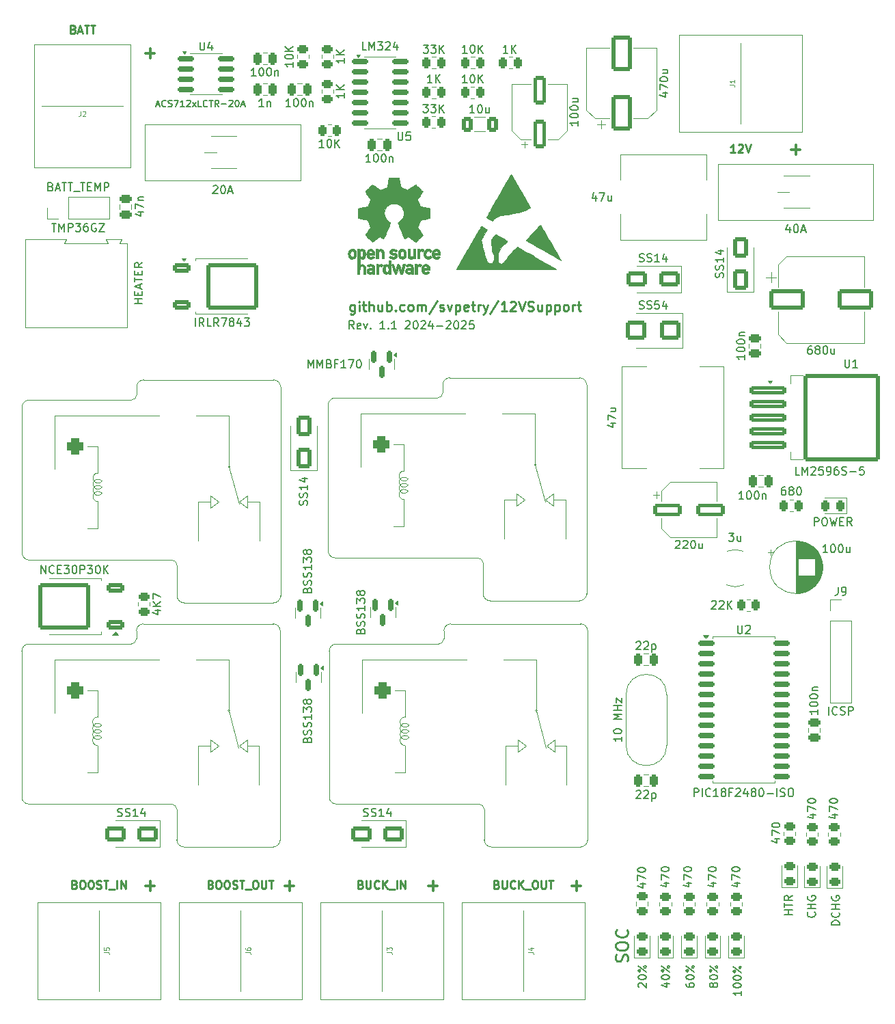
<source format=gto>
G04 #@! TF.GenerationSoftware,KiCad,Pcbnew,8.0.7*
G04 #@! TF.CreationDate,2025-01-05T17:22:56+01:00*
G04 #@! TF.ProjectId,12VSupport,31325653-7570-4706-9f72-742e6b696361,1.1*
G04 #@! TF.SameCoordinates,Original*
G04 #@! TF.FileFunction,Legend,Top*
G04 #@! TF.FilePolarity,Positive*
%FSLAX46Y46*%
G04 Gerber Fmt 4.6, Leading zero omitted, Abs format (unit mm)*
G04 Created by KiCad (PCBNEW 8.0.7) date 2025-01-05 17:22:56*
%MOMM*%
%LPD*%
G01*
G04 APERTURE LIST*
G04 Aperture macros list*
%AMRoundRect*
0 Rectangle with rounded corners*
0 $1 Rounding radius*
0 $2 $3 $4 $5 $6 $7 $8 $9 X,Y pos of 4 corners*
0 Add a 4 corners polygon primitive as box body*
4,1,4,$2,$3,$4,$5,$6,$7,$8,$9,$2,$3,0*
0 Add four circle primitives for the rounded corners*
1,1,$1+$1,$2,$3*
1,1,$1+$1,$4,$5*
1,1,$1+$1,$6,$7*
1,1,$1+$1,$8,$9*
0 Add four rect primitives between the rounded corners*
20,1,$1+$1,$2,$3,$4,$5,0*
20,1,$1+$1,$4,$5,$6,$7,0*
20,1,$1+$1,$6,$7,$8,$9,0*
20,1,$1+$1,$8,$9,$2,$3,0*%
G04 Aperture macros list end*
%ADD10C,0.120000*%
%ADD11C,0.150000*%
%ADD12C,0.300000*%
%ADD13C,0.250000*%
%ADD14C,0.125000*%
%ADD15C,0.010000*%
%ADD16C,3.000000*%
%ADD17RoundRect,0.250000X-0.850000X-0.350000X0.850000X-0.350000X0.850000X0.350000X-0.850000X0.350000X0*%
%ADD18RoundRect,0.249997X-2.950003X-2.650003X2.950003X-2.650003X2.950003X2.650003X-2.950003X2.650003X0*%
%ADD19RoundRect,0.250000X-0.250000X-0.475000X0.250000X-0.475000X0.250000X0.475000X-0.250000X0.475000X0*%
%ADD20RoundRect,0.250000X-0.475000X0.250000X-0.475000X-0.250000X0.475000X-0.250000X0.475000X0.250000X0*%
%ADD21RoundRect,0.250000X-0.450000X0.262500X-0.450000X-0.262500X0.450000X-0.262500X0.450000X0.262500X0*%
%ADD22RoundRect,0.150000X-0.875000X-0.150000X0.875000X-0.150000X0.875000X0.150000X-0.875000X0.150000X0*%
%ADD23RoundRect,0.250000X0.262500X0.450000X-0.262500X0.450000X-0.262500X-0.450000X0.262500X-0.450000X0*%
%ADD24RoundRect,0.150000X-0.150000X0.587500X-0.150000X-0.587500X0.150000X-0.587500X0.150000X0.587500X0*%
%ADD25RoundRect,0.243750X0.456250X-0.243750X0.456250X0.243750X-0.456250X0.243750X-0.456250X-0.243750X0*%
%ADD26RoundRect,0.500000X0.500000X0.500000X-0.500000X0.500000X-0.500000X-0.500000X0.500000X-0.500000X0*%
%ADD27C,2.000000*%
%ADD28C,2.780000*%
%ADD29RoundRect,0.250000X-0.262500X-0.450000X0.262500X-0.450000X0.262500X0.450000X-0.262500X0.450000X0*%
%ADD30R,1.700000X1.700000*%
%ADD31O,1.700000X1.700000*%
%ADD32C,0.800000*%
%ADD33C,6.400000*%
%ADD34RoundRect,0.250000X0.450000X-0.262500X0.450000X0.262500X-0.450000X0.262500X-0.450000X-0.262500X0*%
%ADD35R,5.400000X2.900000*%
%ADD36RoundRect,0.250000X1.000000X-1.950000X1.000000X1.950000X-1.000000X1.950000X-1.000000X-1.950000X0*%
%ADD37C,1.500000*%
%ADD38RoundRect,0.250000X0.650000X-1.000000X0.650000X1.000000X-0.650000X1.000000X-0.650000X-1.000000X0*%
%ADD39RoundRect,0.250000X0.250000X0.475000X-0.250000X0.475000X-0.250000X-0.475000X0.250000X-0.475000X0*%
%ADD40RoundRect,0.250000X1.000000X0.650000X-1.000000X0.650000X-1.000000X-0.650000X1.000000X-0.650000X0*%
%ADD41RoundRect,0.250000X-1.500000X-0.550000X1.500000X-0.550000X1.500000X0.550000X-1.500000X0.550000X0*%
%ADD42RoundRect,0.250000X-1.950000X-1.000000X1.950000X-1.000000X1.950000X1.000000X-1.950000X1.000000X0*%
%ADD43RoundRect,0.250000X1.000000X0.900000X-1.000000X0.900000X-1.000000X-0.900000X1.000000X-0.900000X0*%
%ADD44R,1.600000X1.600000*%
%ADD45C,1.600000*%
%ADD46RoundRect,0.250000X0.850000X0.350000X-0.850000X0.350000X-0.850000X-0.350000X0.850000X-0.350000X0*%
%ADD47RoundRect,0.249997X2.950003X2.650003X-2.950003X2.650003X-2.950003X-2.650003X2.950003X-2.650003X0*%
%ADD48RoundRect,0.150000X-0.825000X-0.150000X0.825000X-0.150000X0.825000X0.150000X-0.825000X0.150000X0*%
%ADD49RoundRect,0.250000X-2.050000X-0.300000X2.050000X-0.300000X2.050000X0.300000X-2.050000X0.300000X0*%
%ADD50RoundRect,0.250002X-4.449998X-5.149998X4.449998X-5.149998X4.449998X5.149998X-4.449998X5.149998X0*%
%ADD51RoundRect,0.250000X0.550000X-1.500000X0.550000X1.500000X-0.550000X1.500000X-0.550000X-1.500000X0*%
%ADD52RoundRect,0.250000X0.475000X-0.250000X0.475000X0.250000X-0.475000X0.250000X-0.475000X-0.250000X0*%
%ADD53R,2.700000X3.600000*%
%ADD54O,1.750000X4.500000*%
%ADD55RoundRect,0.243750X0.243750X0.456250X-0.243750X0.456250X-0.243750X-0.456250X0.243750X-0.456250X0*%
%ADD56R,3.960000X1.980000*%
%ADD57O,3.960000X1.980000*%
%ADD58RoundRect,0.250000X0.412500X0.650000X-0.412500X0.650000X-0.412500X-0.650000X0.412500X-0.650000X0*%
G04 APERTURE END LIST*
D10*
X132464525Y-110109000D02*
G75*
G02*
X127885475Y-110109000I-2289525J0D01*
G01*
X127885475Y-110109000D02*
G75*
G02*
X132464525Y-110109000I2289525J0D01*
G01*
D11*
X140027580Y-152713292D02*
X140075200Y-152760911D01*
X140075200Y-152760911D02*
X140122819Y-152903768D01*
X140122819Y-152903768D02*
X140122819Y-152999006D01*
X140122819Y-152999006D02*
X140075200Y-153141863D01*
X140075200Y-153141863D02*
X139979961Y-153237101D01*
X139979961Y-153237101D02*
X139884723Y-153284720D01*
X139884723Y-153284720D02*
X139694247Y-153332339D01*
X139694247Y-153332339D02*
X139551390Y-153332339D01*
X139551390Y-153332339D02*
X139360914Y-153284720D01*
X139360914Y-153284720D02*
X139265676Y-153237101D01*
X139265676Y-153237101D02*
X139170438Y-153141863D01*
X139170438Y-153141863D02*
X139122819Y-152999006D01*
X139122819Y-152999006D02*
X139122819Y-152903768D01*
X139122819Y-152903768D02*
X139170438Y-152760911D01*
X139170438Y-152760911D02*
X139218057Y-152713292D01*
X140122819Y-152284720D02*
X139122819Y-152284720D01*
X139599009Y-152284720D02*
X139599009Y-151713292D01*
X140122819Y-151713292D02*
X139122819Y-151713292D01*
X139170438Y-150713292D02*
X139122819Y-150808530D01*
X139122819Y-150808530D02*
X139122819Y-150951387D01*
X139122819Y-150951387D02*
X139170438Y-151094244D01*
X139170438Y-151094244D02*
X139265676Y-151189482D01*
X139265676Y-151189482D02*
X139360914Y-151237101D01*
X139360914Y-151237101D02*
X139551390Y-151284720D01*
X139551390Y-151284720D02*
X139694247Y-151284720D01*
X139694247Y-151284720D02*
X139884723Y-151237101D01*
X139884723Y-151237101D02*
X139979961Y-151189482D01*
X139979961Y-151189482D02*
X140075200Y-151094244D01*
X140075200Y-151094244D02*
X140122819Y-150951387D01*
X140122819Y-150951387D02*
X140122819Y-150856149D01*
X140122819Y-150856149D02*
X140075200Y-150713292D01*
X140075200Y-150713292D02*
X140027580Y-150665673D01*
X140027580Y-150665673D02*
X139694247Y-150665673D01*
X139694247Y-150665673D02*
X139694247Y-150856149D01*
X124091819Y-161540649D02*
X124091819Y-161731125D01*
X124091819Y-161731125D02*
X124139438Y-161826363D01*
X124139438Y-161826363D02*
X124187057Y-161873982D01*
X124187057Y-161873982D02*
X124329914Y-161969220D01*
X124329914Y-161969220D02*
X124520390Y-162016839D01*
X124520390Y-162016839D02*
X124901342Y-162016839D01*
X124901342Y-162016839D02*
X124996580Y-161969220D01*
X124996580Y-161969220D02*
X125044200Y-161921601D01*
X125044200Y-161921601D02*
X125091819Y-161826363D01*
X125091819Y-161826363D02*
X125091819Y-161635887D01*
X125091819Y-161635887D02*
X125044200Y-161540649D01*
X125044200Y-161540649D02*
X124996580Y-161493030D01*
X124996580Y-161493030D02*
X124901342Y-161445411D01*
X124901342Y-161445411D02*
X124663247Y-161445411D01*
X124663247Y-161445411D02*
X124568009Y-161493030D01*
X124568009Y-161493030D02*
X124520390Y-161540649D01*
X124520390Y-161540649D02*
X124472771Y-161635887D01*
X124472771Y-161635887D02*
X124472771Y-161826363D01*
X124472771Y-161826363D02*
X124520390Y-161921601D01*
X124520390Y-161921601D02*
X124568009Y-161969220D01*
X124568009Y-161969220D02*
X124663247Y-162016839D01*
X124091819Y-160826363D02*
X124091819Y-160731125D01*
X124091819Y-160731125D02*
X124139438Y-160635887D01*
X124139438Y-160635887D02*
X124187057Y-160588268D01*
X124187057Y-160588268D02*
X124282295Y-160540649D01*
X124282295Y-160540649D02*
X124472771Y-160493030D01*
X124472771Y-160493030D02*
X124710866Y-160493030D01*
X124710866Y-160493030D02*
X124901342Y-160540649D01*
X124901342Y-160540649D02*
X124996580Y-160588268D01*
X124996580Y-160588268D02*
X125044200Y-160635887D01*
X125044200Y-160635887D02*
X125091819Y-160731125D01*
X125091819Y-160731125D02*
X125091819Y-160826363D01*
X125091819Y-160826363D02*
X125044200Y-160921601D01*
X125044200Y-160921601D02*
X124996580Y-160969220D01*
X124996580Y-160969220D02*
X124901342Y-161016839D01*
X124901342Y-161016839D02*
X124710866Y-161064458D01*
X124710866Y-161064458D02*
X124472771Y-161064458D01*
X124472771Y-161064458D02*
X124282295Y-161016839D01*
X124282295Y-161016839D02*
X124187057Y-160969220D01*
X124187057Y-160969220D02*
X124139438Y-160921601D01*
X124139438Y-160921601D02*
X124091819Y-160826363D01*
X125091819Y-160112077D02*
X124091819Y-159350173D01*
X124091819Y-159969220D02*
X124139438Y-159873982D01*
X124139438Y-159873982D02*
X124234676Y-159826363D01*
X124234676Y-159826363D02*
X124329914Y-159873982D01*
X124329914Y-159873982D02*
X124377533Y-159969220D01*
X124377533Y-159969220D02*
X124329914Y-160064458D01*
X124329914Y-160064458D02*
X124234676Y-160112077D01*
X124234676Y-160112077D02*
X124139438Y-160064458D01*
X124139438Y-160064458D02*
X124091819Y-159969220D01*
X125044200Y-159397792D02*
X124948961Y-159350173D01*
X124948961Y-159350173D02*
X124853723Y-159397792D01*
X124853723Y-159397792D02*
X124806104Y-159493030D01*
X124806104Y-159493030D02*
X124853723Y-159588268D01*
X124853723Y-159588268D02*
X124948961Y-159635887D01*
X124948961Y-159635887D02*
X125044200Y-159588268D01*
X125044200Y-159588268D02*
X125091819Y-159493030D01*
X125091819Y-159493030D02*
X125044200Y-159397792D01*
D12*
X57666600Y-45766510D02*
X57666600Y-46909368D01*
X57095171Y-46337939D02*
X58238028Y-46337939D01*
D11*
X137283819Y-153030720D02*
X136283819Y-153030720D01*
X136760009Y-153030720D02*
X136760009Y-152459292D01*
X137283819Y-152459292D02*
X136283819Y-152459292D01*
X136283819Y-152125958D02*
X136283819Y-151554530D01*
X137283819Y-151840244D02*
X136283819Y-151840244D01*
X137283819Y-150649768D02*
X136807628Y-150983101D01*
X137283819Y-151221196D02*
X136283819Y-151221196D01*
X136283819Y-151221196D02*
X136283819Y-150840244D01*
X136283819Y-150840244D02*
X136331438Y-150745006D01*
X136331438Y-150745006D02*
X136379057Y-150697387D01*
X136379057Y-150697387D02*
X136474295Y-150649768D01*
X136474295Y-150649768D02*
X136617152Y-150649768D01*
X136617152Y-150649768D02*
X136712390Y-150697387D01*
X136712390Y-150697387D02*
X136760009Y-150745006D01*
X136760009Y-150745006D02*
X136807628Y-150840244D01*
X136807628Y-150840244D02*
X136807628Y-151221196D01*
X143125819Y-154300720D02*
X142125819Y-154300720D01*
X142125819Y-154300720D02*
X142125819Y-154062625D01*
X142125819Y-154062625D02*
X142173438Y-153919768D01*
X142173438Y-153919768D02*
X142268676Y-153824530D01*
X142268676Y-153824530D02*
X142363914Y-153776911D01*
X142363914Y-153776911D02*
X142554390Y-153729292D01*
X142554390Y-153729292D02*
X142697247Y-153729292D01*
X142697247Y-153729292D02*
X142887723Y-153776911D01*
X142887723Y-153776911D02*
X142982961Y-153824530D01*
X142982961Y-153824530D02*
X143078200Y-153919768D01*
X143078200Y-153919768D02*
X143125819Y-154062625D01*
X143125819Y-154062625D02*
X143125819Y-154300720D01*
X143030580Y-152729292D02*
X143078200Y-152776911D01*
X143078200Y-152776911D02*
X143125819Y-152919768D01*
X143125819Y-152919768D02*
X143125819Y-153015006D01*
X143125819Y-153015006D02*
X143078200Y-153157863D01*
X143078200Y-153157863D02*
X142982961Y-153253101D01*
X142982961Y-153253101D02*
X142887723Y-153300720D01*
X142887723Y-153300720D02*
X142697247Y-153348339D01*
X142697247Y-153348339D02*
X142554390Y-153348339D01*
X142554390Y-153348339D02*
X142363914Y-153300720D01*
X142363914Y-153300720D02*
X142268676Y-153253101D01*
X142268676Y-153253101D02*
X142173438Y-153157863D01*
X142173438Y-153157863D02*
X142125819Y-153015006D01*
X142125819Y-153015006D02*
X142125819Y-152919768D01*
X142125819Y-152919768D02*
X142173438Y-152776911D01*
X142173438Y-152776911D02*
X142221057Y-152729292D01*
X143125819Y-152300720D02*
X142125819Y-152300720D01*
X142602009Y-152300720D02*
X142602009Y-151729292D01*
X143125819Y-151729292D02*
X142125819Y-151729292D01*
X142173438Y-150729292D02*
X142125819Y-150824530D01*
X142125819Y-150824530D02*
X142125819Y-150967387D01*
X142125819Y-150967387D02*
X142173438Y-151110244D01*
X142173438Y-151110244D02*
X142268676Y-151205482D01*
X142268676Y-151205482D02*
X142363914Y-151253101D01*
X142363914Y-151253101D02*
X142554390Y-151300720D01*
X142554390Y-151300720D02*
X142697247Y-151300720D01*
X142697247Y-151300720D02*
X142887723Y-151253101D01*
X142887723Y-151253101D02*
X142982961Y-151205482D01*
X142982961Y-151205482D02*
X143078200Y-151110244D01*
X143078200Y-151110244D02*
X143125819Y-150967387D01*
X143125819Y-150967387D02*
X143125819Y-150872149D01*
X143125819Y-150872149D02*
X143078200Y-150729292D01*
X143078200Y-150729292D02*
X143030580Y-150681673D01*
X143030580Y-150681673D02*
X142697247Y-150681673D01*
X142697247Y-150681673D02*
X142697247Y-150872149D01*
X118243457Y-162016839D02*
X118195838Y-161969220D01*
X118195838Y-161969220D02*
X118148219Y-161873982D01*
X118148219Y-161873982D02*
X118148219Y-161635887D01*
X118148219Y-161635887D02*
X118195838Y-161540649D01*
X118195838Y-161540649D02*
X118243457Y-161493030D01*
X118243457Y-161493030D02*
X118338695Y-161445411D01*
X118338695Y-161445411D02*
X118433933Y-161445411D01*
X118433933Y-161445411D02*
X118576790Y-161493030D01*
X118576790Y-161493030D02*
X119148219Y-162064458D01*
X119148219Y-162064458D02*
X119148219Y-161445411D01*
X118148219Y-160826363D02*
X118148219Y-160731125D01*
X118148219Y-160731125D02*
X118195838Y-160635887D01*
X118195838Y-160635887D02*
X118243457Y-160588268D01*
X118243457Y-160588268D02*
X118338695Y-160540649D01*
X118338695Y-160540649D02*
X118529171Y-160493030D01*
X118529171Y-160493030D02*
X118767266Y-160493030D01*
X118767266Y-160493030D02*
X118957742Y-160540649D01*
X118957742Y-160540649D02*
X119052980Y-160588268D01*
X119052980Y-160588268D02*
X119100600Y-160635887D01*
X119100600Y-160635887D02*
X119148219Y-160731125D01*
X119148219Y-160731125D02*
X119148219Y-160826363D01*
X119148219Y-160826363D02*
X119100600Y-160921601D01*
X119100600Y-160921601D02*
X119052980Y-160969220D01*
X119052980Y-160969220D02*
X118957742Y-161016839D01*
X118957742Y-161016839D02*
X118767266Y-161064458D01*
X118767266Y-161064458D02*
X118529171Y-161064458D01*
X118529171Y-161064458D02*
X118338695Y-161016839D01*
X118338695Y-161016839D02*
X118243457Y-160969220D01*
X118243457Y-160969220D02*
X118195838Y-160921601D01*
X118195838Y-160921601D02*
X118148219Y-160826363D01*
X119148219Y-160112077D02*
X118148219Y-159350173D01*
X118148219Y-159969220D02*
X118195838Y-159873982D01*
X118195838Y-159873982D02*
X118291076Y-159826363D01*
X118291076Y-159826363D02*
X118386314Y-159873982D01*
X118386314Y-159873982D02*
X118433933Y-159969220D01*
X118433933Y-159969220D02*
X118386314Y-160064458D01*
X118386314Y-160064458D02*
X118291076Y-160112077D01*
X118291076Y-160112077D02*
X118195838Y-160064458D01*
X118195838Y-160064458D02*
X118148219Y-159969220D01*
X119100600Y-159397792D02*
X119005361Y-159350173D01*
X119005361Y-159350173D02*
X118910123Y-159397792D01*
X118910123Y-159397792D02*
X118862504Y-159493030D01*
X118862504Y-159493030D02*
X118910123Y-159588268D01*
X118910123Y-159588268D02*
X119005361Y-159635887D01*
X119005361Y-159635887D02*
X119100600Y-159588268D01*
X119100600Y-159588268D02*
X119148219Y-159493030D01*
X119148219Y-159493030D02*
X119100600Y-159397792D01*
D13*
X116826000Y-158807812D02*
X116897428Y-158593527D01*
X116897428Y-158593527D02*
X116897428Y-158236384D01*
X116897428Y-158236384D02*
X116826000Y-158093527D01*
X116826000Y-158093527D02*
X116754571Y-158022098D01*
X116754571Y-158022098D02*
X116611714Y-157950669D01*
X116611714Y-157950669D02*
X116468857Y-157950669D01*
X116468857Y-157950669D02*
X116326000Y-158022098D01*
X116326000Y-158022098D02*
X116254571Y-158093527D01*
X116254571Y-158093527D02*
X116183142Y-158236384D01*
X116183142Y-158236384D02*
X116111714Y-158522098D01*
X116111714Y-158522098D02*
X116040285Y-158664955D01*
X116040285Y-158664955D02*
X115968857Y-158736384D01*
X115968857Y-158736384D02*
X115826000Y-158807812D01*
X115826000Y-158807812D02*
X115683142Y-158807812D01*
X115683142Y-158807812D02*
X115540285Y-158736384D01*
X115540285Y-158736384D02*
X115468857Y-158664955D01*
X115468857Y-158664955D02*
X115397428Y-158522098D01*
X115397428Y-158522098D02*
X115397428Y-158164955D01*
X115397428Y-158164955D02*
X115468857Y-157950669D01*
X115397428Y-157022098D02*
X115397428Y-156736384D01*
X115397428Y-156736384D02*
X115468857Y-156593527D01*
X115468857Y-156593527D02*
X115611714Y-156450670D01*
X115611714Y-156450670D02*
X115897428Y-156379241D01*
X115897428Y-156379241D02*
X116397428Y-156379241D01*
X116397428Y-156379241D02*
X116683142Y-156450670D01*
X116683142Y-156450670D02*
X116826000Y-156593527D01*
X116826000Y-156593527D02*
X116897428Y-156736384D01*
X116897428Y-156736384D02*
X116897428Y-157022098D01*
X116897428Y-157022098D02*
X116826000Y-157164956D01*
X116826000Y-157164956D02*
X116683142Y-157307813D01*
X116683142Y-157307813D02*
X116397428Y-157379241D01*
X116397428Y-157379241D02*
X115897428Y-157379241D01*
X115897428Y-157379241D02*
X115611714Y-157307813D01*
X115611714Y-157307813D02*
X115468857Y-157164956D01*
X115468857Y-157164956D02*
X115397428Y-157022098D01*
X116754571Y-154879241D02*
X116826000Y-154950669D01*
X116826000Y-154950669D02*
X116897428Y-155164955D01*
X116897428Y-155164955D02*
X116897428Y-155307812D01*
X116897428Y-155307812D02*
X116826000Y-155522098D01*
X116826000Y-155522098D02*
X116683142Y-155664955D01*
X116683142Y-155664955D02*
X116540285Y-155736384D01*
X116540285Y-155736384D02*
X116254571Y-155807812D01*
X116254571Y-155807812D02*
X116040285Y-155807812D01*
X116040285Y-155807812D02*
X115754571Y-155736384D01*
X115754571Y-155736384D02*
X115611714Y-155664955D01*
X115611714Y-155664955D02*
X115468857Y-155522098D01*
X115468857Y-155522098D02*
X115397428Y-155307812D01*
X115397428Y-155307812D02*
X115397428Y-155164955D01*
X115397428Y-155164955D02*
X115468857Y-154950669D01*
X115468857Y-154950669D02*
X115540285Y-154879241D01*
D12*
X57666600Y-148890510D02*
X57666600Y-150033368D01*
X57095171Y-149461939D02*
X58238028Y-149461939D01*
D11*
X127441390Y-161826363D02*
X127393771Y-161921601D01*
X127393771Y-161921601D02*
X127346152Y-161969220D01*
X127346152Y-161969220D02*
X127250914Y-162016839D01*
X127250914Y-162016839D02*
X127203295Y-162016839D01*
X127203295Y-162016839D02*
X127108057Y-161969220D01*
X127108057Y-161969220D02*
X127060438Y-161921601D01*
X127060438Y-161921601D02*
X127012819Y-161826363D01*
X127012819Y-161826363D02*
X127012819Y-161635887D01*
X127012819Y-161635887D02*
X127060438Y-161540649D01*
X127060438Y-161540649D02*
X127108057Y-161493030D01*
X127108057Y-161493030D02*
X127203295Y-161445411D01*
X127203295Y-161445411D02*
X127250914Y-161445411D01*
X127250914Y-161445411D02*
X127346152Y-161493030D01*
X127346152Y-161493030D02*
X127393771Y-161540649D01*
X127393771Y-161540649D02*
X127441390Y-161635887D01*
X127441390Y-161635887D02*
X127441390Y-161826363D01*
X127441390Y-161826363D02*
X127489009Y-161921601D01*
X127489009Y-161921601D02*
X127536628Y-161969220D01*
X127536628Y-161969220D02*
X127631866Y-162016839D01*
X127631866Y-162016839D02*
X127822342Y-162016839D01*
X127822342Y-162016839D02*
X127917580Y-161969220D01*
X127917580Y-161969220D02*
X127965200Y-161921601D01*
X127965200Y-161921601D02*
X128012819Y-161826363D01*
X128012819Y-161826363D02*
X128012819Y-161635887D01*
X128012819Y-161635887D02*
X127965200Y-161540649D01*
X127965200Y-161540649D02*
X127917580Y-161493030D01*
X127917580Y-161493030D02*
X127822342Y-161445411D01*
X127822342Y-161445411D02*
X127631866Y-161445411D01*
X127631866Y-161445411D02*
X127536628Y-161493030D01*
X127536628Y-161493030D02*
X127489009Y-161540649D01*
X127489009Y-161540649D02*
X127441390Y-161635887D01*
X127012819Y-160826363D02*
X127012819Y-160731125D01*
X127012819Y-160731125D02*
X127060438Y-160635887D01*
X127060438Y-160635887D02*
X127108057Y-160588268D01*
X127108057Y-160588268D02*
X127203295Y-160540649D01*
X127203295Y-160540649D02*
X127393771Y-160493030D01*
X127393771Y-160493030D02*
X127631866Y-160493030D01*
X127631866Y-160493030D02*
X127822342Y-160540649D01*
X127822342Y-160540649D02*
X127917580Y-160588268D01*
X127917580Y-160588268D02*
X127965200Y-160635887D01*
X127965200Y-160635887D02*
X128012819Y-160731125D01*
X128012819Y-160731125D02*
X128012819Y-160826363D01*
X128012819Y-160826363D02*
X127965200Y-160921601D01*
X127965200Y-160921601D02*
X127917580Y-160969220D01*
X127917580Y-160969220D02*
X127822342Y-161016839D01*
X127822342Y-161016839D02*
X127631866Y-161064458D01*
X127631866Y-161064458D02*
X127393771Y-161064458D01*
X127393771Y-161064458D02*
X127203295Y-161016839D01*
X127203295Y-161016839D02*
X127108057Y-160969220D01*
X127108057Y-160969220D02*
X127060438Y-160921601D01*
X127060438Y-160921601D02*
X127012819Y-160826363D01*
X128012819Y-160112077D02*
X127012819Y-159350173D01*
X127012819Y-159969220D02*
X127060438Y-159873982D01*
X127060438Y-159873982D02*
X127155676Y-159826363D01*
X127155676Y-159826363D02*
X127250914Y-159873982D01*
X127250914Y-159873982D02*
X127298533Y-159969220D01*
X127298533Y-159969220D02*
X127250914Y-160064458D01*
X127250914Y-160064458D02*
X127155676Y-160112077D01*
X127155676Y-160112077D02*
X127060438Y-160064458D01*
X127060438Y-160064458D02*
X127012819Y-159969220D01*
X127965200Y-159397792D02*
X127869961Y-159350173D01*
X127869961Y-159350173D02*
X127774723Y-159397792D01*
X127774723Y-159397792D02*
X127727104Y-159493030D01*
X127727104Y-159493030D02*
X127774723Y-159588268D01*
X127774723Y-159588268D02*
X127869961Y-159635887D01*
X127869961Y-159635887D02*
X127965200Y-159588268D01*
X127965200Y-159588268D02*
X128012819Y-159493030D01*
X128012819Y-159493030D02*
X127965200Y-159397792D01*
D13*
X83006473Y-77466142D02*
X83006473Y-78437571D01*
X83006473Y-78437571D02*
X82949330Y-78551857D01*
X82949330Y-78551857D02*
X82892187Y-78609000D01*
X82892187Y-78609000D02*
X82777901Y-78666142D01*
X82777901Y-78666142D02*
X82606473Y-78666142D01*
X82606473Y-78666142D02*
X82492187Y-78609000D01*
X83006473Y-78209000D02*
X82892187Y-78266142D01*
X82892187Y-78266142D02*
X82663615Y-78266142D01*
X82663615Y-78266142D02*
X82549330Y-78209000D01*
X82549330Y-78209000D02*
X82492187Y-78151857D01*
X82492187Y-78151857D02*
X82435044Y-78037571D01*
X82435044Y-78037571D02*
X82435044Y-77694714D01*
X82435044Y-77694714D02*
X82492187Y-77580428D01*
X82492187Y-77580428D02*
X82549330Y-77523285D01*
X82549330Y-77523285D02*
X82663615Y-77466142D01*
X82663615Y-77466142D02*
X82892187Y-77466142D01*
X82892187Y-77466142D02*
X83006473Y-77523285D01*
X83577901Y-78266142D02*
X83577901Y-77466142D01*
X83577901Y-77066142D02*
X83520758Y-77123285D01*
X83520758Y-77123285D02*
X83577901Y-77180428D01*
X83577901Y-77180428D02*
X83635044Y-77123285D01*
X83635044Y-77123285D02*
X83577901Y-77066142D01*
X83577901Y-77066142D02*
X83577901Y-77180428D01*
X83977901Y-77466142D02*
X84435044Y-77466142D01*
X84149330Y-77066142D02*
X84149330Y-78094714D01*
X84149330Y-78094714D02*
X84206473Y-78209000D01*
X84206473Y-78209000D02*
X84320758Y-78266142D01*
X84320758Y-78266142D02*
X84435044Y-78266142D01*
X84835044Y-78266142D02*
X84835044Y-77066142D01*
X85349330Y-78266142D02*
X85349330Y-77637571D01*
X85349330Y-77637571D02*
X85292187Y-77523285D01*
X85292187Y-77523285D02*
X85177901Y-77466142D01*
X85177901Y-77466142D02*
X85006472Y-77466142D01*
X85006472Y-77466142D02*
X84892187Y-77523285D01*
X84892187Y-77523285D02*
X84835044Y-77580428D01*
X86435044Y-77466142D02*
X86435044Y-78266142D01*
X85920758Y-77466142D02*
X85920758Y-78094714D01*
X85920758Y-78094714D02*
X85977901Y-78209000D01*
X85977901Y-78209000D02*
X86092186Y-78266142D01*
X86092186Y-78266142D02*
X86263615Y-78266142D01*
X86263615Y-78266142D02*
X86377901Y-78209000D01*
X86377901Y-78209000D02*
X86435044Y-78151857D01*
X87006472Y-78266142D02*
X87006472Y-77066142D01*
X87006472Y-77523285D02*
X87120758Y-77466142D01*
X87120758Y-77466142D02*
X87349329Y-77466142D01*
X87349329Y-77466142D02*
X87463615Y-77523285D01*
X87463615Y-77523285D02*
X87520758Y-77580428D01*
X87520758Y-77580428D02*
X87577900Y-77694714D01*
X87577900Y-77694714D02*
X87577900Y-78037571D01*
X87577900Y-78037571D02*
X87520758Y-78151857D01*
X87520758Y-78151857D02*
X87463615Y-78209000D01*
X87463615Y-78209000D02*
X87349329Y-78266142D01*
X87349329Y-78266142D02*
X87120758Y-78266142D01*
X87120758Y-78266142D02*
X87006472Y-78209000D01*
X88092186Y-78151857D02*
X88149329Y-78209000D01*
X88149329Y-78209000D02*
X88092186Y-78266142D01*
X88092186Y-78266142D02*
X88035043Y-78209000D01*
X88035043Y-78209000D02*
X88092186Y-78151857D01*
X88092186Y-78151857D02*
X88092186Y-78266142D01*
X89177901Y-78209000D02*
X89063615Y-78266142D01*
X89063615Y-78266142D02*
X88835043Y-78266142D01*
X88835043Y-78266142D02*
X88720758Y-78209000D01*
X88720758Y-78209000D02*
X88663615Y-78151857D01*
X88663615Y-78151857D02*
X88606472Y-78037571D01*
X88606472Y-78037571D02*
X88606472Y-77694714D01*
X88606472Y-77694714D02*
X88663615Y-77580428D01*
X88663615Y-77580428D02*
X88720758Y-77523285D01*
X88720758Y-77523285D02*
X88835043Y-77466142D01*
X88835043Y-77466142D02*
X89063615Y-77466142D01*
X89063615Y-77466142D02*
X89177901Y-77523285D01*
X89863614Y-78266142D02*
X89749329Y-78209000D01*
X89749329Y-78209000D02*
X89692186Y-78151857D01*
X89692186Y-78151857D02*
X89635043Y-78037571D01*
X89635043Y-78037571D02*
X89635043Y-77694714D01*
X89635043Y-77694714D02*
X89692186Y-77580428D01*
X89692186Y-77580428D02*
X89749329Y-77523285D01*
X89749329Y-77523285D02*
X89863614Y-77466142D01*
X89863614Y-77466142D02*
X90035043Y-77466142D01*
X90035043Y-77466142D02*
X90149329Y-77523285D01*
X90149329Y-77523285D02*
X90206472Y-77580428D01*
X90206472Y-77580428D02*
X90263614Y-77694714D01*
X90263614Y-77694714D02*
X90263614Y-78037571D01*
X90263614Y-78037571D02*
X90206472Y-78151857D01*
X90206472Y-78151857D02*
X90149329Y-78209000D01*
X90149329Y-78209000D02*
X90035043Y-78266142D01*
X90035043Y-78266142D02*
X89863614Y-78266142D01*
X90777900Y-78266142D02*
X90777900Y-77466142D01*
X90777900Y-77580428D02*
X90835043Y-77523285D01*
X90835043Y-77523285D02*
X90949328Y-77466142D01*
X90949328Y-77466142D02*
X91120757Y-77466142D01*
X91120757Y-77466142D02*
X91235043Y-77523285D01*
X91235043Y-77523285D02*
X91292186Y-77637571D01*
X91292186Y-77637571D02*
X91292186Y-78266142D01*
X91292186Y-77637571D02*
X91349328Y-77523285D01*
X91349328Y-77523285D02*
X91463614Y-77466142D01*
X91463614Y-77466142D02*
X91635043Y-77466142D01*
X91635043Y-77466142D02*
X91749328Y-77523285D01*
X91749328Y-77523285D02*
X91806471Y-77637571D01*
X91806471Y-77637571D02*
X91806471Y-78266142D01*
X93235043Y-77009000D02*
X92206471Y-78551857D01*
X93577900Y-78209000D02*
X93692186Y-78266142D01*
X93692186Y-78266142D02*
X93920757Y-78266142D01*
X93920757Y-78266142D02*
X94035043Y-78209000D01*
X94035043Y-78209000D02*
X94092186Y-78094714D01*
X94092186Y-78094714D02*
X94092186Y-78037571D01*
X94092186Y-78037571D02*
X94035043Y-77923285D01*
X94035043Y-77923285D02*
X93920757Y-77866142D01*
X93920757Y-77866142D02*
X93749329Y-77866142D01*
X93749329Y-77866142D02*
X93635043Y-77809000D01*
X93635043Y-77809000D02*
X93577900Y-77694714D01*
X93577900Y-77694714D02*
X93577900Y-77637571D01*
X93577900Y-77637571D02*
X93635043Y-77523285D01*
X93635043Y-77523285D02*
X93749329Y-77466142D01*
X93749329Y-77466142D02*
X93920757Y-77466142D01*
X93920757Y-77466142D02*
X94035043Y-77523285D01*
X94492186Y-77466142D02*
X94777900Y-78266142D01*
X94777900Y-78266142D02*
X95063615Y-77466142D01*
X95520758Y-77466142D02*
X95520758Y-78666142D01*
X95520758Y-77523285D02*
X95635044Y-77466142D01*
X95635044Y-77466142D02*
X95863615Y-77466142D01*
X95863615Y-77466142D02*
X95977901Y-77523285D01*
X95977901Y-77523285D02*
X96035044Y-77580428D01*
X96035044Y-77580428D02*
X96092186Y-77694714D01*
X96092186Y-77694714D02*
X96092186Y-78037571D01*
X96092186Y-78037571D02*
X96035044Y-78151857D01*
X96035044Y-78151857D02*
X95977901Y-78209000D01*
X95977901Y-78209000D02*
X95863615Y-78266142D01*
X95863615Y-78266142D02*
X95635044Y-78266142D01*
X95635044Y-78266142D02*
X95520758Y-78209000D01*
X97063615Y-78209000D02*
X96949329Y-78266142D01*
X96949329Y-78266142D02*
X96720758Y-78266142D01*
X96720758Y-78266142D02*
X96606472Y-78209000D01*
X96606472Y-78209000D02*
X96549329Y-78094714D01*
X96549329Y-78094714D02*
X96549329Y-77637571D01*
X96549329Y-77637571D02*
X96606472Y-77523285D01*
X96606472Y-77523285D02*
X96720758Y-77466142D01*
X96720758Y-77466142D02*
X96949329Y-77466142D01*
X96949329Y-77466142D02*
X97063615Y-77523285D01*
X97063615Y-77523285D02*
X97120758Y-77637571D01*
X97120758Y-77637571D02*
X97120758Y-77751857D01*
X97120758Y-77751857D02*
X96549329Y-77866142D01*
X97463614Y-77466142D02*
X97920757Y-77466142D01*
X97635043Y-77066142D02*
X97635043Y-78094714D01*
X97635043Y-78094714D02*
X97692186Y-78209000D01*
X97692186Y-78209000D02*
X97806471Y-78266142D01*
X97806471Y-78266142D02*
X97920757Y-78266142D01*
X98320757Y-78266142D02*
X98320757Y-77466142D01*
X98320757Y-77694714D02*
X98377900Y-77580428D01*
X98377900Y-77580428D02*
X98435043Y-77523285D01*
X98435043Y-77523285D02*
X98549328Y-77466142D01*
X98549328Y-77466142D02*
X98663614Y-77466142D01*
X98949328Y-77466142D02*
X99235042Y-78266142D01*
X99520757Y-77466142D02*
X99235042Y-78266142D01*
X99235042Y-78266142D02*
X99120757Y-78551857D01*
X99120757Y-78551857D02*
X99063614Y-78609000D01*
X99063614Y-78609000D02*
X98949328Y-78666142D01*
X100835043Y-77009000D02*
X99806471Y-78551857D01*
X101863614Y-78266142D02*
X101177900Y-78266142D01*
X101520757Y-78266142D02*
X101520757Y-77066142D01*
X101520757Y-77066142D02*
X101406471Y-77237571D01*
X101406471Y-77237571D02*
X101292186Y-77351857D01*
X101292186Y-77351857D02*
X101177900Y-77409000D01*
X102320757Y-77180428D02*
X102377900Y-77123285D01*
X102377900Y-77123285D02*
X102492186Y-77066142D01*
X102492186Y-77066142D02*
X102777900Y-77066142D01*
X102777900Y-77066142D02*
X102892186Y-77123285D01*
X102892186Y-77123285D02*
X102949328Y-77180428D01*
X102949328Y-77180428D02*
X103006471Y-77294714D01*
X103006471Y-77294714D02*
X103006471Y-77409000D01*
X103006471Y-77409000D02*
X102949328Y-77580428D01*
X102949328Y-77580428D02*
X102263614Y-78266142D01*
X102263614Y-78266142D02*
X103006471Y-78266142D01*
X103349328Y-77066142D02*
X103749328Y-78266142D01*
X103749328Y-78266142D02*
X104149328Y-77066142D01*
X104492185Y-78209000D02*
X104663614Y-78266142D01*
X104663614Y-78266142D02*
X104949328Y-78266142D01*
X104949328Y-78266142D02*
X105063614Y-78209000D01*
X105063614Y-78209000D02*
X105120756Y-78151857D01*
X105120756Y-78151857D02*
X105177899Y-78037571D01*
X105177899Y-78037571D02*
X105177899Y-77923285D01*
X105177899Y-77923285D02*
X105120756Y-77809000D01*
X105120756Y-77809000D02*
X105063614Y-77751857D01*
X105063614Y-77751857D02*
X104949328Y-77694714D01*
X104949328Y-77694714D02*
X104720756Y-77637571D01*
X104720756Y-77637571D02*
X104606471Y-77580428D01*
X104606471Y-77580428D02*
X104549328Y-77523285D01*
X104549328Y-77523285D02*
X104492185Y-77409000D01*
X104492185Y-77409000D02*
X104492185Y-77294714D01*
X104492185Y-77294714D02*
X104549328Y-77180428D01*
X104549328Y-77180428D02*
X104606471Y-77123285D01*
X104606471Y-77123285D02*
X104720756Y-77066142D01*
X104720756Y-77066142D02*
X105006471Y-77066142D01*
X105006471Y-77066142D02*
X105177899Y-77123285D01*
X106206471Y-77466142D02*
X106206471Y-78266142D01*
X105692185Y-77466142D02*
X105692185Y-78094714D01*
X105692185Y-78094714D02*
X105749328Y-78209000D01*
X105749328Y-78209000D02*
X105863613Y-78266142D01*
X105863613Y-78266142D02*
X106035042Y-78266142D01*
X106035042Y-78266142D02*
X106149328Y-78209000D01*
X106149328Y-78209000D02*
X106206471Y-78151857D01*
X106777899Y-77466142D02*
X106777899Y-78666142D01*
X106777899Y-77523285D02*
X106892185Y-77466142D01*
X106892185Y-77466142D02*
X107120756Y-77466142D01*
X107120756Y-77466142D02*
X107235042Y-77523285D01*
X107235042Y-77523285D02*
X107292185Y-77580428D01*
X107292185Y-77580428D02*
X107349327Y-77694714D01*
X107349327Y-77694714D02*
X107349327Y-78037571D01*
X107349327Y-78037571D02*
X107292185Y-78151857D01*
X107292185Y-78151857D02*
X107235042Y-78209000D01*
X107235042Y-78209000D02*
X107120756Y-78266142D01*
X107120756Y-78266142D02*
X106892185Y-78266142D01*
X106892185Y-78266142D02*
X106777899Y-78209000D01*
X107863613Y-77466142D02*
X107863613Y-78666142D01*
X107863613Y-77523285D02*
X107977899Y-77466142D01*
X107977899Y-77466142D02*
X108206470Y-77466142D01*
X108206470Y-77466142D02*
X108320756Y-77523285D01*
X108320756Y-77523285D02*
X108377899Y-77580428D01*
X108377899Y-77580428D02*
X108435041Y-77694714D01*
X108435041Y-77694714D02*
X108435041Y-78037571D01*
X108435041Y-78037571D02*
X108377899Y-78151857D01*
X108377899Y-78151857D02*
X108320756Y-78209000D01*
X108320756Y-78209000D02*
X108206470Y-78266142D01*
X108206470Y-78266142D02*
X107977899Y-78266142D01*
X107977899Y-78266142D02*
X107863613Y-78209000D01*
X109120755Y-78266142D02*
X109006470Y-78209000D01*
X109006470Y-78209000D02*
X108949327Y-78151857D01*
X108949327Y-78151857D02*
X108892184Y-78037571D01*
X108892184Y-78037571D02*
X108892184Y-77694714D01*
X108892184Y-77694714D02*
X108949327Y-77580428D01*
X108949327Y-77580428D02*
X109006470Y-77523285D01*
X109006470Y-77523285D02*
X109120755Y-77466142D01*
X109120755Y-77466142D02*
X109292184Y-77466142D01*
X109292184Y-77466142D02*
X109406470Y-77523285D01*
X109406470Y-77523285D02*
X109463613Y-77580428D01*
X109463613Y-77580428D02*
X109520755Y-77694714D01*
X109520755Y-77694714D02*
X109520755Y-78037571D01*
X109520755Y-78037571D02*
X109463613Y-78151857D01*
X109463613Y-78151857D02*
X109406470Y-78209000D01*
X109406470Y-78209000D02*
X109292184Y-78266142D01*
X109292184Y-78266142D02*
X109120755Y-78266142D01*
X110035041Y-78266142D02*
X110035041Y-77466142D01*
X110035041Y-77694714D02*
X110092184Y-77580428D01*
X110092184Y-77580428D02*
X110149327Y-77523285D01*
X110149327Y-77523285D02*
X110263612Y-77466142D01*
X110263612Y-77466142D02*
X110377898Y-77466142D01*
X110606469Y-77466142D02*
X111063612Y-77466142D01*
X110777898Y-77066142D02*
X110777898Y-78094714D01*
X110777898Y-78094714D02*
X110835041Y-78209000D01*
X110835041Y-78209000D02*
X110949326Y-78266142D01*
X110949326Y-78266142D02*
X111063612Y-78266142D01*
D11*
X121377152Y-161540649D02*
X122043819Y-161540649D01*
X120996200Y-161778744D02*
X121710485Y-162016839D01*
X121710485Y-162016839D02*
X121710485Y-161397792D01*
X121043819Y-160826363D02*
X121043819Y-160731125D01*
X121043819Y-160731125D02*
X121091438Y-160635887D01*
X121091438Y-160635887D02*
X121139057Y-160588268D01*
X121139057Y-160588268D02*
X121234295Y-160540649D01*
X121234295Y-160540649D02*
X121424771Y-160493030D01*
X121424771Y-160493030D02*
X121662866Y-160493030D01*
X121662866Y-160493030D02*
X121853342Y-160540649D01*
X121853342Y-160540649D02*
X121948580Y-160588268D01*
X121948580Y-160588268D02*
X121996200Y-160635887D01*
X121996200Y-160635887D02*
X122043819Y-160731125D01*
X122043819Y-160731125D02*
X122043819Y-160826363D01*
X122043819Y-160826363D02*
X121996200Y-160921601D01*
X121996200Y-160921601D02*
X121948580Y-160969220D01*
X121948580Y-160969220D02*
X121853342Y-161016839D01*
X121853342Y-161016839D02*
X121662866Y-161064458D01*
X121662866Y-161064458D02*
X121424771Y-161064458D01*
X121424771Y-161064458D02*
X121234295Y-161016839D01*
X121234295Y-161016839D02*
X121139057Y-160969220D01*
X121139057Y-160969220D02*
X121091438Y-160921601D01*
X121091438Y-160921601D02*
X121043819Y-160826363D01*
X122043819Y-160112077D02*
X121043819Y-159350173D01*
X121043819Y-159969220D02*
X121091438Y-159873982D01*
X121091438Y-159873982D02*
X121186676Y-159826363D01*
X121186676Y-159826363D02*
X121281914Y-159873982D01*
X121281914Y-159873982D02*
X121329533Y-159969220D01*
X121329533Y-159969220D02*
X121281914Y-160064458D01*
X121281914Y-160064458D02*
X121186676Y-160112077D01*
X121186676Y-160112077D02*
X121091438Y-160064458D01*
X121091438Y-160064458D02*
X121043819Y-159969220D01*
X121996200Y-159397792D02*
X121900961Y-159350173D01*
X121900961Y-159350173D02*
X121805723Y-159397792D01*
X121805723Y-159397792D02*
X121758104Y-159493030D01*
X121758104Y-159493030D02*
X121805723Y-159588268D01*
X121805723Y-159588268D02*
X121900961Y-159635887D01*
X121900961Y-159635887D02*
X121996200Y-159588268D01*
X121996200Y-159588268D02*
X122043819Y-159493030D01*
X122043819Y-159493030D02*
X121996200Y-159397792D01*
X82950207Y-80464819D02*
X82616874Y-79988628D01*
X82378779Y-80464819D02*
X82378779Y-79464819D01*
X82378779Y-79464819D02*
X82759731Y-79464819D01*
X82759731Y-79464819D02*
X82854969Y-79512438D01*
X82854969Y-79512438D02*
X82902588Y-79560057D01*
X82902588Y-79560057D02*
X82950207Y-79655295D01*
X82950207Y-79655295D02*
X82950207Y-79798152D01*
X82950207Y-79798152D02*
X82902588Y-79893390D01*
X82902588Y-79893390D02*
X82854969Y-79941009D01*
X82854969Y-79941009D02*
X82759731Y-79988628D01*
X82759731Y-79988628D02*
X82378779Y-79988628D01*
X83759731Y-80417200D02*
X83664493Y-80464819D01*
X83664493Y-80464819D02*
X83474017Y-80464819D01*
X83474017Y-80464819D02*
X83378779Y-80417200D01*
X83378779Y-80417200D02*
X83331160Y-80321961D01*
X83331160Y-80321961D02*
X83331160Y-79941009D01*
X83331160Y-79941009D02*
X83378779Y-79845771D01*
X83378779Y-79845771D02*
X83474017Y-79798152D01*
X83474017Y-79798152D02*
X83664493Y-79798152D01*
X83664493Y-79798152D02*
X83759731Y-79845771D01*
X83759731Y-79845771D02*
X83807350Y-79941009D01*
X83807350Y-79941009D02*
X83807350Y-80036247D01*
X83807350Y-80036247D02*
X83331160Y-80131485D01*
X84140684Y-79798152D02*
X84378779Y-80464819D01*
X84378779Y-80464819D02*
X84616874Y-79798152D01*
X84997827Y-80369580D02*
X85045446Y-80417200D01*
X85045446Y-80417200D02*
X84997827Y-80464819D01*
X84997827Y-80464819D02*
X84950208Y-80417200D01*
X84950208Y-80417200D02*
X84997827Y-80369580D01*
X84997827Y-80369580D02*
X84997827Y-80464819D01*
X86759731Y-80464819D02*
X86188303Y-80464819D01*
X86474017Y-80464819D02*
X86474017Y-79464819D01*
X86474017Y-79464819D02*
X86378779Y-79607676D01*
X86378779Y-79607676D02*
X86283541Y-79702914D01*
X86283541Y-79702914D02*
X86188303Y-79750533D01*
X87188303Y-80369580D02*
X87235922Y-80417200D01*
X87235922Y-80417200D02*
X87188303Y-80464819D01*
X87188303Y-80464819D02*
X87140684Y-80417200D01*
X87140684Y-80417200D02*
X87188303Y-80369580D01*
X87188303Y-80369580D02*
X87188303Y-80464819D01*
X88188302Y-80464819D02*
X87616874Y-80464819D01*
X87902588Y-80464819D02*
X87902588Y-79464819D01*
X87902588Y-79464819D02*
X87807350Y-79607676D01*
X87807350Y-79607676D02*
X87712112Y-79702914D01*
X87712112Y-79702914D02*
X87616874Y-79750533D01*
X89331160Y-79560057D02*
X89378779Y-79512438D01*
X89378779Y-79512438D02*
X89474017Y-79464819D01*
X89474017Y-79464819D02*
X89712112Y-79464819D01*
X89712112Y-79464819D02*
X89807350Y-79512438D01*
X89807350Y-79512438D02*
X89854969Y-79560057D01*
X89854969Y-79560057D02*
X89902588Y-79655295D01*
X89902588Y-79655295D02*
X89902588Y-79750533D01*
X89902588Y-79750533D02*
X89854969Y-79893390D01*
X89854969Y-79893390D02*
X89283541Y-80464819D01*
X89283541Y-80464819D02*
X89902588Y-80464819D01*
X90521636Y-79464819D02*
X90616874Y-79464819D01*
X90616874Y-79464819D02*
X90712112Y-79512438D01*
X90712112Y-79512438D02*
X90759731Y-79560057D01*
X90759731Y-79560057D02*
X90807350Y-79655295D01*
X90807350Y-79655295D02*
X90854969Y-79845771D01*
X90854969Y-79845771D02*
X90854969Y-80083866D01*
X90854969Y-80083866D02*
X90807350Y-80274342D01*
X90807350Y-80274342D02*
X90759731Y-80369580D01*
X90759731Y-80369580D02*
X90712112Y-80417200D01*
X90712112Y-80417200D02*
X90616874Y-80464819D01*
X90616874Y-80464819D02*
X90521636Y-80464819D01*
X90521636Y-80464819D02*
X90426398Y-80417200D01*
X90426398Y-80417200D02*
X90378779Y-80369580D01*
X90378779Y-80369580D02*
X90331160Y-80274342D01*
X90331160Y-80274342D02*
X90283541Y-80083866D01*
X90283541Y-80083866D02*
X90283541Y-79845771D01*
X90283541Y-79845771D02*
X90331160Y-79655295D01*
X90331160Y-79655295D02*
X90378779Y-79560057D01*
X90378779Y-79560057D02*
X90426398Y-79512438D01*
X90426398Y-79512438D02*
X90521636Y-79464819D01*
X91235922Y-79560057D02*
X91283541Y-79512438D01*
X91283541Y-79512438D02*
X91378779Y-79464819D01*
X91378779Y-79464819D02*
X91616874Y-79464819D01*
X91616874Y-79464819D02*
X91712112Y-79512438D01*
X91712112Y-79512438D02*
X91759731Y-79560057D01*
X91759731Y-79560057D02*
X91807350Y-79655295D01*
X91807350Y-79655295D02*
X91807350Y-79750533D01*
X91807350Y-79750533D02*
X91759731Y-79893390D01*
X91759731Y-79893390D02*
X91188303Y-80464819D01*
X91188303Y-80464819D02*
X91807350Y-80464819D01*
X92664493Y-79798152D02*
X92664493Y-80464819D01*
X92426398Y-79417200D02*
X92188303Y-80131485D01*
X92188303Y-80131485D02*
X92807350Y-80131485D01*
X93188303Y-80083866D02*
X93950208Y-80083866D01*
X94378779Y-79560057D02*
X94426398Y-79512438D01*
X94426398Y-79512438D02*
X94521636Y-79464819D01*
X94521636Y-79464819D02*
X94759731Y-79464819D01*
X94759731Y-79464819D02*
X94854969Y-79512438D01*
X94854969Y-79512438D02*
X94902588Y-79560057D01*
X94902588Y-79560057D02*
X94950207Y-79655295D01*
X94950207Y-79655295D02*
X94950207Y-79750533D01*
X94950207Y-79750533D02*
X94902588Y-79893390D01*
X94902588Y-79893390D02*
X94331160Y-80464819D01*
X94331160Y-80464819D02*
X94950207Y-80464819D01*
X95569255Y-79464819D02*
X95664493Y-79464819D01*
X95664493Y-79464819D02*
X95759731Y-79512438D01*
X95759731Y-79512438D02*
X95807350Y-79560057D01*
X95807350Y-79560057D02*
X95854969Y-79655295D01*
X95854969Y-79655295D02*
X95902588Y-79845771D01*
X95902588Y-79845771D02*
X95902588Y-80083866D01*
X95902588Y-80083866D02*
X95854969Y-80274342D01*
X95854969Y-80274342D02*
X95807350Y-80369580D01*
X95807350Y-80369580D02*
X95759731Y-80417200D01*
X95759731Y-80417200D02*
X95664493Y-80464819D01*
X95664493Y-80464819D02*
X95569255Y-80464819D01*
X95569255Y-80464819D02*
X95474017Y-80417200D01*
X95474017Y-80417200D02*
X95426398Y-80369580D01*
X95426398Y-80369580D02*
X95378779Y-80274342D01*
X95378779Y-80274342D02*
X95331160Y-80083866D01*
X95331160Y-80083866D02*
X95331160Y-79845771D01*
X95331160Y-79845771D02*
X95378779Y-79655295D01*
X95378779Y-79655295D02*
X95426398Y-79560057D01*
X95426398Y-79560057D02*
X95474017Y-79512438D01*
X95474017Y-79512438D02*
X95569255Y-79464819D01*
X96283541Y-79560057D02*
X96331160Y-79512438D01*
X96331160Y-79512438D02*
X96426398Y-79464819D01*
X96426398Y-79464819D02*
X96664493Y-79464819D01*
X96664493Y-79464819D02*
X96759731Y-79512438D01*
X96759731Y-79512438D02*
X96807350Y-79560057D01*
X96807350Y-79560057D02*
X96854969Y-79655295D01*
X96854969Y-79655295D02*
X96854969Y-79750533D01*
X96854969Y-79750533D02*
X96807350Y-79893390D01*
X96807350Y-79893390D02*
X96235922Y-80464819D01*
X96235922Y-80464819D02*
X96854969Y-80464819D01*
X97759731Y-79464819D02*
X97283541Y-79464819D01*
X97283541Y-79464819D02*
X97235922Y-79941009D01*
X97235922Y-79941009D02*
X97283541Y-79893390D01*
X97283541Y-79893390D02*
X97378779Y-79845771D01*
X97378779Y-79845771D02*
X97616874Y-79845771D01*
X97616874Y-79845771D02*
X97712112Y-79893390D01*
X97712112Y-79893390D02*
X97759731Y-79941009D01*
X97759731Y-79941009D02*
X97807350Y-80036247D01*
X97807350Y-80036247D02*
X97807350Y-80274342D01*
X97807350Y-80274342D02*
X97759731Y-80369580D01*
X97759731Y-80369580D02*
X97712112Y-80417200D01*
X97712112Y-80417200D02*
X97616874Y-80464819D01*
X97616874Y-80464819D02*
X97378779Y-80464819D01*
X97378779Y-80464819D02*
X97283541Y-80417200D01*
X97283541Y-80417200D02*
X97235922Y-80369580D01*
D12*
X92718600Y-148890510D02*
X92718600Y-150033368D01*
X92147171Y-149461939D02*
X93290028Y-149461939D01*
X74938600Y-148890510D02*
X74938600Y-150033368D01*
X74367171Y-149461939D02*
X75510028Y-149461939D01*
X137676600Y-57704510D02*
X137676600Y-58847368D01*
X137105171Y-58275939D02*
X138248028Y-58275939D01*
X110498600Y-148890510D02*
X110498600Y-150033368D01*
X109927171Y-149461939D02*
X111070028Y-149461939D01*
D11*
X45374112Y-62846009D02*
X45516969Y-62893628D01*
X45516969Y-62893628D02*
X45564588Y-62941247D01*
X45564588Y-62941247D02*
X45612207Y-63036485D01*
X45612207Y-63036485D02*
X45612207Y-63179342D01*
X45612207Y-63179342D02*
X45564588Y-63274580D01*
X45564588Y-63274580D02*
X45516969Y-63322200D01*
X45516969Y-63322200D02*
X45421731Y-63369819D01*
X45421731Y-63369819D02*
X45040779Y-63369819D01*
X45040779Y-63369819D02*
X45040779Y-62369819D01*
X45040779Y-62369819D02*
X45374112Y-62369819D01*
X45374112Y-62369819D02*
X45469350Y-62417438D01*
X45469350Y-62417438D02*
X45516969Y-62465057D01*
X45516969Y-62465057D02*
X45564588Y-62560295D01*
X45564588Y-62560295D02*
X45564588Y-62655533D01*
X45564588Y-62655533D02*
X45516969Y-62750771D01*
X45516969Y-62750771D02*
X45469350Y-62798390D01*
X45469350Y-62798390D02*
X45374112Y-62846009D01*
X45374112Y-62846009D02*
X45040779Y-62846009D01*
X45993160Y-63084104D02*
X46469350Y-63084104D01*
X45897922Y-63369819D02*
X46231255Y-62369819D01*
X46231255Y-62369819D02*
X46564588Y-63369819D01*
X46755065Y-62369819D02*
X47326493Y-62369819D01*
X47040779Y-63369819D02*
X47040779Y-62369819D01*
X47516970Y-62369819D02*
X48088398Y-62369819D01*
X47802684Y-63369819D02*
X47802684Y-62369819D01*
X48183637Y-63465057D02*
X48945541Y-63465057D01*
X49040780Y-62369819D02*
X49612208Y-62369819D01*
X49326494Y-63369819D02*
X49326494Y-62369819D01*
X49945542Y-62846009D02*
X50278875Y-62846009D01*
X50421732Y-63369819D02*
X49945542Y-63369819D01*
X49945542Y-63369819D02*
X49945542Y-62369819D01*
X49945542Y-62369819D02*
X50421732Y-62369819D01*
X50850304Y-63369819D02*
X50850304Y-62369819D01*
X50850304Y-62369819D02*
X51183637Y-63084104D01*
X51183637Y-63084104D02*
X51516970Y-62369819D01*
X51516970Y-62369819D02*
X51516970Y-63369819D01*
X51993161Y-63369819D02*
X51993161Y-62369819D01*
X51993161Y-62369819D02*
X52374113Y-62369819D01*
X52374113Y-62369819D02*
X52469351Y-62417438D01*
X52469351Y-62417438D02*
X52516970Y-62465057D01*
X52516970Y-62465057D02*
X52564589Y-62560295D01*
X52564589Y-62560295D02*
X52564589Y-62703152D01*
X52564589Y-62703152D02*
X52516970Y-62798390D01*
X52516970Y-62798390D02*
X52469351Y-62846009D01*
X52469351Y-62846009D02*
X52374113Y-62893628D01*
X52374113Y-62893628D02*
X51993161Y-62893628D01*
X130933819Y-162461411D02*
X130933819Y-163032839D01*
X130933819Y-162747125D02*
X129933819Y-162747125D01*
X129933819Y-162747125D02*
X130076676Y-162842363D01*
X130076676Y-162842363D02*
X130171914Y-162937601D01*
X130171914Y-162937601D02*
X130219533Y-163032839D01*
X129933819Y-161842363D02*
X129933819Y-161747125D01*
X129933819Y-161747125D02*
X129981438Y-161651887D01*
X129981438Y-161651887D02*
X130029057Y-161604268D01*
X130029057Y-161604268D02*
X130124295Y-161556649D01*
X130124295Y-161556649D02*
X130314771Y-161509030D01*
X130314771Y-161509030D02*
X130552866Y-161509030D01*
X130552866Y-161509030D02*
X130743342Y-161556649D01*
X130743342Y-161556649D02*
X130838580Y-161604268D01*
X130838580Y-161604268D02*
X130886200Y-161651887D01*
X130886200Y-161651887D02*
X130933819Y-161747125D01*
X130933819Y-161747125D02*
X130933819Y-161842363D01*
X130933819Y-161842363D02*
X130886200Y-161937601D01*
X130886200Y-161937601D02*
X130838580Y-161985220D01*
X130838580Y-161985220D02*
X130743342Y-162032839D01*
X130743342Y-162032839D02*
X130552866Y-162080458D01*
X130552866Y-162080458D02*
X130314771Y-162080458D01*
X130314771Y-162080458D02*
X130124295Y-162032839D01*
X130124295Y-162032839D02*
X130029057Y-161985220D01*
X130029057Y-161985220D02*
X129981438Y-161937601D01*
X129981438Y-161937601D02*
X129933819Y-161842363D01*
X129933819Y-160889982D02*
X129933819Y-160794744D01*
X129933819Y-160794744D02*
X129981438Y-160699506D01*
X129981438Y-160699506D02*
X130029057Y-160651887D01*
X130029057Y-160651887D02*
X130124295Y-160604268D01*
X130124295Y-160604268D02*
X130314771Y-160556649D01*
X130314771Y-160556649D02*
X130552866Y-160556649D01*
X130552866Y-160556649D02*
X130743342Y-160604268D01*
X130743342Y-160604268D02*
X130838580Y-160651887D01*
X130838580Y-160651887D02*
X130886200Y-160699506D01*
X130886200Y-160699506D02*
X130933819Y-160794744D01*
X130933819Y-160794744D02*
X130933819Y-160889982D01*
X130933819Y-160889982D02*
X130886200Y-160985220D01*
X130886200Y-160985220D02*
X130838580Y-161032839D01*
X130838580Y-161032839D02*
X130743342Y-161080458D01*
X130743342Y-161080458D02*
X130552866Y-161128077D01*
X130552866Y-161128077D02*
X130314771Y-161128077D01*
X130314771Y-161128077D02*
X130124295Y-161080458D01*
X130124295Y-161080458D02*
X130029057Y-161032839D01*
X130029057Y-161032839D02*
X129981438Y-160985220D01*
X129981438Y-160985220D02*
X129933819Y-160889982D01*
X130933819Y-160175696D02*
X129933819Y-159413792D01*
X129933819Y-160032839D02*
X129981438Y-159937601D01*
X129981438Y-159937601D02*
X130076676Y-159889982D01*
X130076676Y-159889982D02*
X130171914Y-159937601D01*
X130171914Y-159937601D02*
X130219533Y-160032839D01*
X130219533Y-160032839D02*
X130171914Y-160128077D01*
X130171914Y-160128077D02*
X130076676Y-160175696D01*
X130076676Y-160175696D02*
X129981438Y-160128077D01*
X129981438Y-160128077D02*
X129933819Y-160032839D01*
X130886200Y-159461411D02*
X130790961Y-159413792D01*
X130790961Y-159413792D02*
X130695723Y-159461411D01*
X130695723Y-159461411D02*
X130648104Y-159556649D01*
X130648104Y-159556649D02*
X130695723Y-159651887D01*
X130695723Y-159651887D02*
X130790961Y-159699506D01*
X130790961Y-159699506D02*
X130886200Y-159651887D01*
X130886200Y-159651887D02*
X130933819Y-159556649D01*
X130933819Y-159556649D02*
X130886200Y-159461411D01*
D14*
X87031071Y-157680000D02*
X87459642Y-157680000D01*
X87459642Y-157680000D02*
X87545357Y-157708571D01*
X87545357Y-157708571D02*
X87602500Y-157765714D01*
X87602500Y-157765714D02*
X87631071Y-157851428D01*
X87631071Y-157851428D02*
X87631071Y-157908571D01*
X87031071Y-157451428D02*
X87031071Y-157080000D01*
X87031071Y-157080000D02*
X87259642Y-157280000D01*
X87259642Y-157280000D02*
X87259642Y-157194285D01*
X87259642Y-157194285D02*
X87288214Y-157137143D01*
X87288214Y-157137143D02*
X87316785Y-157108571D01*
X87316785Y-157108571D02*
X87373928Y-157080000D01*
X87373928Y-157080000D02*
X87516785Y-157080000D01*
X87516785Y-157080000D02*
X87573928Y-157108571D01*
X87573928Y-157108571D02*
X87602500Y-157137143D01*
X87602500Y-157137143D02*
X87631071Y-157194285D01*
X87631071Y-157194285D02*
X87631071Y-157365714D01*
X87631071Y-157365714D02*
X87602500Y-157422857D01*
X87602500Y-157422857D02*
X87573928Y-157451428D01*
D13*
X83764762Y-149277809D02*
X83907619Y-149325428D01*
X83907619Y-149325428D02*
X83955238Y-149373047D01*
X83955238Y-149373047D02*
X84002857Y-149468285D01*
X84002857Y-149468285D02*
X84002857Y-149611142D01*
X84002857Y-149611142D02*
X83955238Y-149706380D01*
X83955238Y-149706380D02*
X83907619Y-149754000D01*
X83907619Y-149754000D02*
X83812381Y-149801619D01*
X83812381Y-149801619D02*
X83431429Y-149801619D01*
X83431429Y-149801619D02*
X83431429Y-148801619D01*
X83431429Y-148801619D02*
X83764762Y-148801619D01*
X83764762Y-148801619D02*
X83860000Y-148849238D01*
X83860000Y-148849238D02*
X83907619Y-148896857D01*
X83907619Y-148896857D02*
X83955238Y-148992095D01*
X83955238Y-148992095D02*
X83955238Y-149087333D01*
X83955238Y-149087333D02*
X83907619Y-149182571D01*
X83907619Y-149182571D02*
X83860000Y-149230190D01*
X83860000Y-149230190D02*
X83764762Y-149277809D01*
X83764762Y-149277809D02*
X83431429Y-149277809D01*
X84431429Y-148801619D02*
X84431429Y-149611142D01*
X84431429Y-149611142D02*
X84479048Y-149706380D01*
X84479048Y-149706380D02*
X84526667Y-149754000D01*
X84526667Y-149754000D02*
X84621905Y-149801619D01*
X84621905Y-149801619D02*
X84812381Y-149801619D01*
X84812381Y-149801619D02*
X84907619Y-149754000D01*
X84907619Y-149754000D02*
X84955238Y-149706380D01*
X84955238Y-149706380D02*
X85002857Y-149611142D01*
X85002857Y-149611142D02*
X85002857Y-148801619D01*
X86050476Y-149706380D02*
X86002857Y-149754000D01*
X86002857Y-149754000D02*
X85860000Y-149801619D01*
X85860000Y-149801619D02*
X85764762Y-149801619D01*
X85764762Y-149801619D02*
X85621905Y-149754000D01*
X85621905Y-149754000D02*
X85526667Y-149658761D01*
X85526667Y-149658761D02*
X85479048Y-149563523D01*
X85479048Y-149563523D02*
X85431429Y-149373047D01*
X85431429Y-149373047D02*
X85431429Y-149230190D01*
X85431429Y-149230190D02*
X85479048Y-149039714D01*
X85479048Y-149039714D02*
X85526667Y-148944476D01*
X85526667Y-148944476D02*
X85621905Y-148849238D01*
X85621905Y-148849238D02*
X85764762Y-148801619D01*
X85764762Y-148801619D02*
X85860000Y-148801619D01*
X85860000Y-148801619D02*
X86002857Y-148849238D01*
X86002857Y-148849238D02*
X86050476Y-148896857D01*
X86479048Y-149801619D02*
X86479048Y-148801619D01*
X87050476Y-149801619D02*
X86621905Y-149230190D01*
X87050476Y-148801619D02*
X86479048Y-149373047D01*
X87240953Y-149896857D02*
X88002857Y-149896857D01*
X88240953Y-149801619D02*
X88240953Y-148801619D01*
X88717143Y-149801619D02*
X88717143Y-148801619D01*
X88717143Y-148801619D02*
X89288571Y-149801619D01*
X89288571Y-149801619D02*
X89288571Y-148801619D01*
D11*
X63295976Y-80138819D02*
X63295976Y-79138819D01*
X64343594Y-80138819D02*
X64010261Y-79662628D01*
X63772166Y-80138819D02*
X63772166Y-79138819D01*
X63772166Y-79138819D02*
X64153118Y-79138819D01*
X64153118Y-79138819D02*
X64248356Y-79186438D01*
X64248356Y-79186438D02*
X64295975Y-79234057D01*
X64295975Y-79234057D02*
X64343594Y-79329295D01*
X64343594Y-79329295D02*
X64343594Y-79472152D01*
X64343594Y-79472152D02*
X64295975Y-79567390D01*
X64295975Y-79567390D02*
X64248356Y-79615009D01*
X64248356Y-79615009D02*
X64153118Y-79662628D01*
X64153118Y-79662628D02*
X63772166Y-79662628D01*
X65248356Y-80138819D02*
X64772166Y-80138819D01*
X64772166Y-80138819D02*
X64772166Y-79138819D01*
X66153118Y-80138819D02*
X65819785Y-79662628D01*
X65581690Y-80138819D02*
X65581690Y-79138819D01*
X65581690Y-79138819D02*
X65962642Y-79138819D01*
X65962642Y-79138819D02*
X66057880Y-79186438D01*
X66057880Y-79186438D02*
X66105499Y-79234057D01*
X66105499Y-79234057D02*
X66153118Y-79329295D01*
X66153118Y-79329295D02*
X66153118Y-79472152D01*
X66153118Y-79472152D02*
X66105499Y-79567390D01*
X66105499Y-79567390D02*
X66057880Y-79615009D01*
X66057880Y-79615009D02*
X65962642Y-79662628D01*
X65962642Y-79662628D02*
X65581690Y-79662628D01*
X66486452Y-79138819D02*
X67153118Y-79138819D01*
X67153118Y-79138819D02*
X66724547Y-80138819D01*
X67676928Y-79567390D02*
X67581690Y-79519771D01*
X67581690Y-79519771D02*
X67534071Y-79472152D01*
X67534071Y-79472152D02*
X67486452Y-79376914D01*
X67486452Y-79376914D02*
X67486452Y-79329295D01*
X67486452Y-79329295D02*
X67534071Y-79234057D01*
X67534071Y-79234057D02*
X67581690Y-79186438D01*
X67581690Y-79186438D02*
X67676928Y-79138819D01*
X67676928Y-79138819D02*
X67867404Y-79138819D01*
X67867404Y-79138819D02*
X67962642Y-79186438D01*
X67962642Y-79186438D02*
X68010261Y-79234057D01*
X68010261Y-79234057D02*
X68057880Y-79329295D01*
X68057880Y-79329295D02*
X68057880Y-79376914D01*
X68057880Y-79376914D02*
X68010261Y-79472152D01*
X68010261Y-79472152D02*
X67962642Y-79519771D01*
X67962642Y-79519771D02*
X67867404Y-79567390D01*
X67867404Y-79567390D02*
X67676928Y-79567390D01*
X67676928Y-79567390D02*
X67581690Y-79615009D01*
X67581690Y-79615009D02*
X67534071Y-79662628D01*
X67534071Y-79662628D02*
X67486452Y-79757866D01*
X67486452Y-79757866D02*
X67486452Y-79948342D01*
X67486452Y-79948342D02*
X67534071Y-80043580D01*
X67534071Y-80043580D02*
X67581690Y-80091200D01*
X67581690Y-80091200D02*
X67676928Y-80138819D01*
X67676928Y-80138819D02*
X67867404Y-80138819D01*
X67867404Y-80138819D02*
X67962642Y-80091200D01*
X67962642Y-80091200D02*
X68010261Y-80043580D01*
X68010261Y-80043580D02*
X68057880Y-79948342D01*
X68057880Y-79948342D02*
X68057880Y-79757866D01*
X68057880Y-79757866D02*
X68010261Y-79662628D01*
X68010261Y-79662628D02*
X67962642Y-79615009D01*
X67962642Y-79615009D02*
X67867404Y-79567390D01*
X68915023Y-79472152D02*
X68915023Y-80138819D01*
X68676928Y-79091200D02*
X68438833Y-79805485D01*
X68438833Y-79805485D02*
X69057880Y-79805485D01*
X69343595Y-79138819D02*
X69962642Y-79138819D01*
X69962642Y-79138819D02*
X69629309Y-79519771D01*
X69629309Y-79519771D02*
X69772166Y-79519771D01*
X69772166Y-79519771D02*
X69867404Y-79567390D01*
X69867404Y-79567390D02*
X69915023Y-79615009D01*
X69915023Y-79615009D02*
X69962642Y-79710247D01*
X69962642Y-79710247D02*
X69962642Y-79948342D01*
X69962642Y-79948342D02*
X69915023Y-80043580D01*
X69915023Y-80043580D02*
X69867404Y-80091200D01*
X69867404Y-80091200D02*
X69772166Y-80138819D01*
X69772166Y-80138819D02*
X69486452Y-80138819D01*
X69486452Y-80138819D02*
X69391214Y-80091200D01*
X69391214Y-80091200D02*
X69343595Y-80043580D01*
X70786452Y-49124819D02*
X70215024Y-49124819D01*
X70500738Y-49124819D02*
X70500738Y-48124819D01*
X70500738Y-48124819D02*
X70405500Y-48267676D01*
X70405500Y-48267676D02*
X70310262Y-48362914D01*
X70310262Y-48362914D02*
X70215024Y-48410533D01*
X71405500Y-48124819D02*
X71500738Y-48124819D01*
X71500738Y-48124819D02*
X71595976Y-48172438D01*
X71595976Y-48172438D02*
X71643595Y-48220057D01*
X71643595Y-48220057D02*
X71691214Y-48315295D01*
X71691214Y-48315295D02*
X71738833Y-48505771D01*
X71738833Y-48505771D02*
X71738833Y-48743866D01*
X71738833Y-48743866D02*
X71691214Y-48934342D01*
X71691214Y-48934342D02*
X71643595Y-49029580D01*
X71643595Y-49029580D02*
X71595976Y-49077200D01*
X71595976Y-49077200D02*
X71500738Y-49124819D01*
X71500738Y-49124819D02*
X71405500Y-49124819D01*
X71405500Y-49124819D02*
X71310262Y-49077200D01*
X71310262Y-49077200D02*
X71262643Y-49029580D01*
X71262643Y-49029580D02*
X71215024Y-48934342D01*
X71215024Y-48934342D02*
X71167405Y-48743866D01*
X71167405Y-48743866D02*
X71167405Y-48505771D01*
X71167405Y-48505771D02*
X71215024Y-48315295D01*
X71215024Y-48315295D02*
X71262643Y-48220057D01*
X71262643Y-48220057D02*
X71310262Y-48172438D01*
X71310262Y-48172438D02*
X71405500Y-48124819D01*
X72357881Y-48124819D02*
X72453119Y-48124819D01*
X72453119Y-48124819D02*
X72548357Y-48172438D01*
X72548357Y-48172438D02*
X72595976Y-48220057D01*
X72595976Y-48220057D02*
X72643595Y-48315295D01*
X72643595Y-48315295D02*
X72691214Y-48505771D01*
X72691214Y-48505771D02*
X72691214Y-48743866D01*
X72691214Y-48743866D02*
X72643595Y-48934342D01*
X72643595Y-48934342D02*
X72595976Y-49029580D01*
X72595976Y-49029580D02*
X72548357Y-49077200D01*
X72548357Y-49077200D02*
X72453119Y-49124819D01*
X72453119Y-49124819D02*
X72357881Y-49124819D01*
X72357881Y-49124819D02*
X72262643Y-49077200D01*
X72262643Y-49077200D02*
X72215024Y-49029580D01*
X72215024Y-49029580D02*
X72167405Y-48934342D01*
X72167405Y-48934342D02*
X72119786Y-48743866D01*
X72119786Y-48743866D02*
X72119786Y-48505771D01*
X72119786Y-48505771D02*
X72167405Y-48315295D01*
X72167405Y-48315295D02*
X72215024Y-48220057D01*
X72215024Y-48220057D02*
X72262643Y-48172438D01*
X72262643Y-48172438D02*
X72357881Y-48124819D01*
X73119786Y-48458152D02*
X73119786Y-49124819D01*
X73119786Y-48553390D02*
X73167405Y-48505771D01*
X73167405Y-48505771D02*
X73262643Y-48458152D01*
X73262643Y-48458152D02*
X73405500Y-48458152D01*
X73405500Y-48458152D02*
X73500738Y-48505771D01*
X73500738Y-48505771D02*
X73548357Y-48601009D01*
X73548357Y-48601009D02*
X73548357Y-49124819D01*
X140408819Y-127611047D02*
X140408819Y-128182475D01*
X140408819Y-127896761D02*
X139408819Y-127896761D01*
X139408819Y-127896761D02*
X139551676Y-127991999D01*
X139551676Y-127991999D02*
X139646914Y-128087237D01*
X139646914Y-128087237D02*
X139694533Y-128182475D01*
X139408819Y-126991999D02*
X139408819Y-126896761D01*
X139408819Y-126896761D02*
X139456438Y-126801523D01*
X139456438Y-126801523D02*
X139504057Y-126753904D01*
X139504057Y-126753904D02*
X139599295Y-126706285D01*
X139599295Y-126706285D02*
X139789771Y-126658666D01*
X139789771Y-126658666D02*
X140027866Y-126658666D01*
X140027866Y-126658666D02*
X140218342Y-126706285D01*
X140218342Y-126706285D02*
X140313580Y-126753904D01*
X140313580Y-126753904D02*
X140361200Y-126801523D01*
X140361200Y-126801523D02*
X140408819Y-126896761D01*
X140408819Y-126896761D02*
X140408819Y-126991999D01*
X140408819Y-126991999D02*
X140361200Y-127087237D01*
X140361200Y-127087237D02*
X140313580Y-127134856D01*
X140313580Y-127134856D02*
X140218342Y-127182475D01*
X140218342Y-127182475D02*
X140027866Y-127230094D01*
X140027866Y-127230094D02*
X139789771Y-127230094D01*
X139789771Y-127230094D02*
X139599295Y-127182475D01*
X139599295Y-127182475D02*
X139504057Y-127134856D01*
X139504057Y-127134856D02*
X139456438Y-127087237D01*
X139456438Y-127087237D02*
X139408819Y-126991999D01*
X139408819Y-126039618D02*
X139408819Y-125944380D01*
X139408819Y-125944380D02*
X139456438Y-125849142D01*
X139456438Y-125849142D02*
X139504057Y-125801523D01*
X139504057Y-125801523D02*
X139599295Y-125753904D01*
X139599295Y-125753904D02*
X139789771Y-125706285D01*
X139789771Y-125706285D02*
X140027866Y-125706285D01*
X140027866Y-125706285D02*
X140218342Y-125753904D01*
X140218342Y-125753904D02*
X140313580Y-125801523D01*
X140313580Y-125801523D02*
X140361200Y-125849142D01*
X140361200Y-125849142D02*
X140408819Y-125944380D01*
X140408819Y-125944380D02*
X140408819Y-126039618D01*
X140408819Y-126039618D02*
X140361200Y-126134856D01*
X140361200Y-126134856D02*
X140313580Y-126182475D01*
X140313580Y-126182475D02*
X140218342Y-126230094D01*
X140218342Y-126230094D02*
X140027866Y-126277713D01*
X140027866Y-126277713D02*
X139789771Y-126277713D01*
X139789771Y-126277713D02*
X139599295Y-126230094D01*
X139599295Y-126230094D02*
X139504057Y-126182475D01*
X139504057Y-126182475D02*
X139456438Y-126134856D01*
X139456438Y-126134856D02*
X139408819Y-126039618D01*
X139742152Y-125277713D02*
X140408819Y-125277713D01*
X139837390Y-125277713D02*
X139789771Y-125230094D01*
X139789771Y-125230094D02*
X139742152Y-125134856D01*
X139742152Y-125134856D02*
X139742152Y-124991999D01*
X139742152Y-124991999D02*
X139789771Y-124896761D01*
X139789771Y-124896761D02*
X139885009Y-124849142D01*
X139885009Y-124849142D02*
X140408819Y-124849142D01*
X139488152Y-140643904D02*
X140154819Y-140643904D01*
X139107200Y-140881999D02*
X139821485Y-141120094D01*
X139821485Y-141120094D02*
X139821485Y-140501047D01*
X139154819Y-140215332D02*
X139154819Y-139548666D01*
X139154819Y-139548666D02*
X140154819Y-139977237D01*
X139154819Y-138977237D02*
X139154819Y-138881999D01*
X139154819Y-138881999D02*
X139202438Y-138786761D01*
X139202438Y-138786761D02*
X139250057Y-138739142D01*
X139250057Y-138739142D02*
X139345295Y-138691523D01*
X139345295Y-138691523D02*
X139535771Y-138643904D01*
X139535771Y-138643904D02*
X139773866Y-138643904D01*
X139773866Y-138643904D02*
X139964342Y-138691523D01*
X139964342Y-138691523D02*
X140059580Y-138739142D01*
X140059580Y-138739142D02*
X140107200Y-138786761D01*
X140107200Y-138786761D02*
X140154819Y-138881999D01*
X140154819Y-138881999D02*
X140154819Y-138977237D01*
X140154819Y-138977237D02*
X140107200Y-139072475D01*
X140107200Y-139072475D02*
X140059580Y-139120094D01*
X140059580Y-139120094D02*
X139964342Y-139167713D01*
X139964342Y-139167713D02*
X139773866Y-139215332D01*
X139773866Y-139215332D02*
X139535771Y-139215332D01*
X139535771Y-139215332D02*
X139345295Y-139167713D01*
X139345295Y-139167713D02*
X139250057Y-139120094D01*
X139250057Y-139120094D02*
X139202438Y-139072475D01*
X139202438Y-139072475D02*
X139154819Y-138977237D01*
X130478095Y-117189819D02*
X130478095Y-117999342D01*
X130478095Y-117999342D02*
X130525714Y-118094580D01*
X130525714Y-118094580D02*
X130573333Y-118142200D01*
X130573333Y-118142200D02*
X130668571Y-118189819D01*
X130668571Y-118189819D02*
X130859047Y-118189819D01*
X130859047Y-118189819D02*
X130954285Y-118142200D01*
X130954285Y-118142200D02*
X131001904Y-118094580D01*
X131001904Y-118094580D02*
X131049523Y-117999342D01*
X131049523Y-117999342D02*
X131049523Y-117189819D01*
X131478095Y-117285057D02*
X131525714Y-117237438D01*
X131525714Y-117237438D02*
X131620952Y-117189819D01*
X131620952Y-117189819D02*
X131859047Y-117189819D01*
X131859047Y-117189819D02*
X131954285Y-117237438D01*
X131954285Y-117237438D02*
X132001904Y-117285057D01*
X132001904Y-117285057D02*
X132049523Y-117380295D01*
X132049523Y-117380295D02*
X132049523Y-117475533D01*
X132049523Y-117475533D02*
X132001904Y-117618390D01*
X132001904Y-117618390D02*
X131430476Y-118189819D01*
X131430476Y-118189819D02*
X132049523Y-118189819D01*
X125073543Y-138376819D02*
X125073543Y-137376819D01*
X125073543Y-137376819D02*
X125454495Y-137376819D01*
X125454495Y-137376819D02*
X125549733Y-137424438D01*
X125549733Y-137424438D02*
X125597352Y-137472057D01*
X125597352Y-137472057D02*
X125644971Y-137567295D01*
X125644971Y-137567295D02*
X125644971Y-137710152D01*
X125644971Y-137710152D02*
X125597352Y-137805390D01*
X125597352Y-137805390D02*
X125549733Y-137853009D01*
X125549733Y-137853009D02*
X125454495Y-137900628D01*
X125454495Y-137900628D02*
X125073543Y-137900628D01*
X126073543Y-138376819D02*
X126073543Y-137376819D01*
X127121161Y-138281580D02*
X127073542Y-138329200D01*
X127073542Y-138329200D02*
X126930685Y-138376819D01*
X126930685Y-138376819D02*
X126835447Y-138376819D01*
X126835447Y-138376819D02*
X126692590Y-138329200D01*
X126692590Y-138329200D02*
X126597352Y-138233961D01*
X126597352Y-138233961D02*
X126549733Y-138138723D01*
X126549733Y-138138723D02*
X126502114Y-137948247D01*
X126502114Y-137948247D02*
X126502114Y-137805390D01*
X126502114Y-137805390D02*
X126549733Y-137614914D01*
X126549733Y-137614914D02*
X126597352Y-137519676D01*
X126597352Y-137519676D02*
X126692590Y-137424438D01*
X126692590Y-137424438D02*
X126835447Y-137376819D01*
X126835447Y-137376819D02*
X126930685Y-137376819D01*
X126930685Y-137376819D02*
X127073542Y-137424438D01*
X127073542Y-137424438D02*
X127121161Y-137472057D01*
X128073542Y-138376819D02*
X127502114Y-138376819D01*
X127787828Y-138376819D02*
X127787828Y-137376819D01*
X127787828Y-137376819D02*
X127692590Y-137519676D01*
X127692590Y-137519676D02*
X127597352Y-137614914D01*
X127597352Y-137614914D02*
X127502114Y-137662533D01*
X128644971Y-137805390D02*
X128549733Y-137757771D01*
X128549733Y-137757771D02*
X128502114Y-137710152D01*
X128502114Y-137710152D02*
X128454495Y-137614914D01*
X128454495Y-137614914D02*
X128454495Y-137567295D01*
X128454495Y-137567295D02*
X128502114Y-137472057D01*
X128502114Y-137472057D02*
X128549733Y-137424438D01*
X128549733Y-137424438D02*
X128644971Y-137376819D01*
X128644971Y-137376819D02*
X128835447Y-137376819D01*
X128835447Y-137376819D02*
X128930685Y-137424438D01*
X128930685Y-137424438D02*
X128978304Y-137472057D01*
X128978304Y-137472057D02*
X129025923Y-137567295D01*
X129025923Y-137567295D02*
X129025923Y-137614914D01*
X129025923Y-137614914D02*
X128978304Y-137710152D01*
X128978304Y-137710152D02*
X128930685Y-137757771D01*
X128930685Y-137757771D02*
X128835447Y-137805390D01*
X128835447Y-137805390D02*
X128644971Y-137805390D01*
X128644971Y-137805390D02*
X128549733Y-137853009D01*
X128549733Y-137853009D02*
X128502114Y-137900628D01*
X128502114Y-137900628D02*
X128454495Y-137995866D01*
X128454495Y-137995866D02*
X128454495Y-138186342D01*
X128454495Y-138186342D02*
X128502114Y-138281580D01*
X128502114Y-138281580D02*
X128549733Y-138329200D01*
X128549733Y-138329200D02*
X128644971Y-138376819D01*
X128644971Y-138376819D02*
X128835447Y-138376819D01*
X128835447Y-138376819D02*
X128930685Y-138329200D01*
X128930685Y-138329200D02*
X128978304Y-138281580D01*
X128978304Y-138281580D02*
X129025923Y-138186342D01*
X129025923Y-138186342D02*
X129025923Y-137995866D01*
X129025923Y-137995866D02*
X128978304Y-137900628D01*
X128978304Y-137900628D02*
X128930685Y-137853009D01*
X128930685Y-137853009D02*
X128835447Y-137805390D01*
X129787828Y-137853009D02*
X129454495Y-137853009D01*
X129454495Y-138376819D02*
X129454495Y-137376819D01*
X129454495Y-137376819D02*
X129930685Y-137376819D01*
X130264019Y-137472057D02*
X130311638Y-137424438D01*
X130311638Y-137424438D02*
X130406876Y-137376819D01*
X130406876Y-137376819D02*
X130644971Y-137376819D01*
X130644971Y-137376819D02*
X130740209Y-137424438D01*
X130740209Y-137424438D02*
X130787828Y-137472057D01*
X130787828Y-137472057D02*
X130835447Y-137567295D01*
X130835447Y-137567295D02*
X130835447Y-137662533D01*
X130835447Y-137662533D02*
X130787828Y-137805390D01*
X130787828Y-137805390D02*
X130216400Y-138376819D01*
X130216400Y-138376819D02*
X130835447Y-138376819D01*
X131692590Y-137710152D02*
X131692590Y-138376819D01*
X131454495Y-137329200D02*
X131216400Y-138043485D01*
X131216400Y-138043485D02*
X131835447Y-138043485D01*
X132359257Y-137805390D02*
X132264019Y-137757771D01*
X132264019Y-137757771D02*
X132216400Y-137710152D01*
X132216400Y-137710152D02*
X132168781Y-137614914D01*
X132168781Y-137614914D02*
X132168781Y-137567295D01*
X132168781Y-137567295D02*
X132216400Y-137472057D01*
X132216400Y-137472057D02*
X132264019Y-137424438D01*
X132264019Y-137424438D02*
X132359257Y-137376819D01*
X132359257Y-137376819D02*
X132549733Y-137376819D01*
X132549733Y-137376819D02*
X132644971Y-137424438D01*
X132644971Y-137424438D02*
X132692590Y-137472057D01*
X132692590Y-137472057D02*
X132740209Y-137567295D01*
X132740209Y-137567295D02*
X132740209Y-137614914D01*
X132740209Y-137614914D02*
X132692590Y-137710152D01*
X132692590Y-137710152D02*
X132644971Y-137757771D01*
X132644971Y-137757771D02*
X132549733Y-137805390D01*
X132549733Y-137805390D02*
X132359257Y-137805390D01*
X132359257Y-137805390D02*
X132264019Y-137853009D01*
X132264019Y-137853009D02*
X132216400Y-137900628D01*
X132216400Y-137900628D02*
X132168781Y-137995866D01*
X132168781Y-137995866D02*
X132168781Y-138186342D01*
X132168781Y-138186342D02*
X132216400Y-138281580D01*
X132216400Y-138281580D02*
X132264019Y-138329200D01*
X132264019Y-138329200D02*
X132359257Y-138376819D01*
X132359257Y-138376819D02*
X132549733Y-138376819D01*
X132549733Y-138376819D02*
X132644971Y-138329200D01*
X132644971Y-138329200D02*
X132692590Y-138281580D01*
X132692590Y-138281580D02*
X132740209Y-138186342D01*
X132740209Y-138186342D02*
X132740209Y-137995866D01*
X132740209Y-137995866D02*
X132692590Y-137900628D01*
X132692590Y-137900628D02*
X132644971Y-137853009D01*
X132644971Y-137853009D02*
X132549733Y-137805390D01*
X133359257Y-137376819D02*
X133454495Y-137376819D01*
X133454495Y-137376819D02*
X133549733Y-137424438D01*
X133549733Y-137424438D02*
X133597352Y-137472057D01*
X133597352Y-137472057D02*
X133644971Y-137567295D01*
X133644971Y-137567295D02*
X133692590Y-137757771D01*
X133692590Y-137757771D02*
X133692590Y-137995866D01*
X133692590Y-137995866D02*
X133644971Y-138186342D01*
X133644971Y-138186342D02*
X133597352Y-138281580D01*
X133597352Y-138281580D02*
X133549733Y-138329200D01*
X133549733Y-138329200D02*
X133454495Y-138376819D01*
X133454495Y-138376819D02*
X133359257Y-138376819D01*
X133359257Y-138376819D02*
X133264019Y-138329200D01*
X133264019Y-138329200D02*
X133216400Y-138281580D01*
X133216400Y-138281580D02*
X133168781Y-138186342D01*
X133168781Y-138186342D02*
X133121162Y-137995866D01*
X133121162Y-137995866D02*
X133121162Y-137757771D01*
X133121162Y-137757771D02*
X133168781Y-137567295D01*
X133168781Y-137567295D02*
X133216400Y-137472057D01*
X133216400Y-137472057D02*
X133264019Y-137424438D01*
X133264019Y-137424438D02*
X133359257Y-137376819D01*
X134121162Y-137995866D02*
X134883067Y-137995866D01*
X135359257Y-138376819D02*
X135359257Y-137376819D01*
X135787828Y-138329200D02*
X135930685Y-138376819D01*
X135930685Y-138376819D02*
X136168780Y-138376819D01*
X136168780Y-138376819D02*
X136264018Y-138329200D01*
X136264018Y-138329200D02*
X136311637Y-138281580D01*
X136311637Y-138281580D02*
X136359256Y-138186342D01*
X136359256Y-138186342D02*
X136359256Y-138091104D01*
X136359256Y-138091104D02*
X136311637Y-137995866D01*
X136311637Y-137995866D02*
X136264018Y-137948247D01*
X136264018Y-137948247D02*
X136168780Y-137900628D01*
X136168780Y-137900628D02*
X135978304Y-137853009D01*
X135978304Y-137853009D02*
X135883066Y-137805390D01*
X135883066Y-137805390D02*
X135835447Y-137757771D01*
X135835447Y-137757771D02*
X135787828Y-137662533D01*
X135787828Y-137662533D02*
X135787828Y-137567295D01*
X135787828Y-137567295D02*
X135835447Y-137472057D01*
X135835447Y-137472057D02*
X135883066Y-137424438D01*
X135883066Y-137424438D02*
X135978304Y-137376819D01*
X135978304Y-137376819D02*
X136216399Y-137376819D01*
X136216399Y-137376819D02*
X136359256Y-137424438D01*
X136978304Y-137376819D02*
X137168780Y-137376819D01*
X137168780Y-137376819D02*
X137264018Y-137424438D01*
X137264018Y-137424438D02*
X137359256Y-137519676D01*
X137359256Y-137519676D02*
X137406875Y-137710152D01*
X137406875Y-137710152D02*
X137406875Y-138043485D01*
X137406875Y-138043485D02*
X137359256Y-138233961D01*
X137359256Y-138233961D02*
X137264018Y-138329200D01*
X137264018Y-138329200D02*
X137168780Y-138376819D01*
X137168780Y-138376819D02*
X136978304Y-138376819D01*
X136978304Y-138376819D02*
X136883066Y-138329200D01*
X136883066Y-138329200D02*
X136787828Y-138233961D01*
X136787828Y-138233961D02*
X136740209Y-138043485D01*
X136740209Y-138043485D02*
X136740209Y-137710152D01*
X136740209Y-137710152D02*
X136787828Y-137519676D01*
X136787828Y-137519676D02*
X136883066Y-137424438D01*
X136883066Y-137424438D02*
X136978304Y-137376819D01*
X118406152Y-149199904D02*
X119072819Y-149199904D01*
X118025200Y-149437999D02*
X118739485Y-149676094D01*
X118739485Y-149676094D02*
X118739485Y-149057047D01*
X118072819Y-148771332D02*
X118072819Y-148104666D01*
X118072819Y-148104666D02*
X119072819Y-148533237D01*
X118072819Y-147533237D02*
X118072819Y-147437999D01*
X118072819Y-147437999D02*
X118120438Y-147342761D01*
X118120438Y-147342761D02*
X118168057Y-147295142D01*
X118168057Y-147295142D02*
X118263295Y-147247523D01*
X118263295Y-147247523D02*
X118453771Y-147199904D01*
X118453771Y-147199904D02*
X118691866Y-147199904D01*
X118691866Y-147199904D02*
X118882342Y-147247523D01*
X118882342Y-147247523D02*
X118977580Y-147295142D01*
X118977580Y-147295142D02*
X119025200Y-147342761D01*
X119025200Y-147342761D02*
X119072819Y-147437999D01*
X119072819Y-147437999D02*
X119072819Y-147533237D01*
X119072819Y-147533237D02*
X119025200Y-147628475D01*
X119025200Y-147628475D02*
X118977580Y-147676094D01*
X118977580Y-147676094D02*
X118882342Y-147723713D01*
X118882342Y-147723713D02*
X118691866Y-147771332D01*
X118691866Y-147771332D02*
X118453771Y-147771332D01*
X118453771Y-147771332D02*
X118263295Y-147723713D01*
X118263295Y-147723713D02*
X118168057Y-147676094D01*
X118168057Y-147676094D02*
X118120438Y-147628475D01*
X118120438Y-147628475D02*
X118072819Y-147533237D01*
X92622714Y-49985819D02*
X92051286Y-49985819D01*
X92337000Y-49985819D02*
X92337000Y-48985819D01*
X92337000Y-48985819D02*
X92241762Y-49128676D01*
X92241762Y-49128676D02*
X92146524Y-49223914D01*
X92146524Y-49223914D02*
X92051286Y-49271533D01*
X93051286Y-49985819D02*
X93051286Y-48985819D01*
X93622714Y-49985819D02*
X93194143Y-49414390D01*
X93622714Y-48985819D02*
X93051286Y-49557247D01*
X77256095Y-85290819D02*
X77256095Y-84290819D01*
X77256095Y-84290819D02*
X77589428Y-85005104D01*
X77589428Y-85005104D02*
X77922761Y-84290819D01*
X77922761Y-84290819D02*
X77922761Y-85290819D01*
X78398952Y-85290819D02*
X78398952Y-84290819D01*
X78398952Y-84290819D02*
X78732285Y-85005104D01*
X78732285Y-85005104D02*
X79065618Y-84290819D01*
X79065618Y-84290819D02*
X79065618Y-85290819D01*
X79875142Y-84767009D02*
X80017999Y-84814628D01*
X80017999Y-84814628D02*
X80065618Y-84862247D01*
X80065618Y-84862247D02*
X80113237Y-84957485D01*
X80113237Y-84957485D02*
X80113237Y-85100342D01*
X80113237Y-85100342D02*
X80065618Y-85195580D01*
X80065618Y-85195580D02*
X80017999Y-85243200D01*
X80017999Y-85243200D02*
X79922761Y-85290819D01*
X79922761Y-85290819D02*
X79541809Y-85290819D01*
X79541809Y-85290819D02*
X79541809Y-84290819D01*
X79541809Y-84290819D02*
X79875142Y-84290819D01*
X79875142Y-84290819D02*
X79970380Y-84338438D01*
X79970380Y-84338438D02*
X80017999Y-84386057D01*
X80017999Y-84386057D02*
X80065618Y-84481295D01*
X80065618Y-84481295D02*
X80065618Y-84576533D01*
X80065618Y-84576533D02*
X80017999Y-84671771D01*
X80017999Y-84671771D02*
X79970380Y-84719390D01*
X79970380Y-84719390D02*
X79875142Y-84767009D01*
X79875142Y-84767009D02*
X79541809Y-84767009D01*
X80875142Y-84767009D02*
X80541809Y-84767009D01*
X80541809Y-85290819D02*
X80541809Y-84290819D01*
X80541809Y-84290819D02*
X81017999Y-84290819D01*
X81922761Y-85290819D02*
X81351333Y-85290819D01*
X81637047Y-85290819D02*
X81637047Y-84290819D01*
X81637047Y-84290819D02*
X81541809Y-84433676D01*
X81541809Y-84433676D02*
X81446571Y-84528914D01*
X81446571Y-84528914D02*
X81351333Y-84576533D01*
X82256095Y-84290819D02*
X82922761Y-84290819D01*
X82922761Y-84290819D02*
X82494190Y-85290819D01*
X83494190Y-84290819D02*
X83589428Y-84290819D01*
X83589428Y-84290819D02*
X83684666Y-84338438D01*
X83684666Y-84338438D02*
X83732285Y-84386057D01*
X83732285Y-84386057D02*
X83779904Y-84481295D01*
X83779904Y-84481295D02*
X83827523Y-84671771D01*
X83827523Y-84671771D02*
X83827523Y-84909866D01*
X83827523Y-84909866D02*
X83779904Y-85100342D01*
X83779904Y-85100342D02*
X83732285Y-85195580D01*
X83732285Y-85195580D02*
X83684666Y-85243200D01*
X83684666Y-85243200D02*
X83589428Y-85290819D01*
X83589428Y-85290819D02*
X83494190Y-85290819D01*
X83494190Y-85290819D02*
X83398952Y-85243200D01*
X83398952Y-85243200D02*
X83351333Y-85195580D01*
X83351333Y-85195580D02*
X83303714Y-85100342D01*
X83303714Y-85100342D02*
X83256095Y-84909866D01*
X83256095Y-84909866D02*
X83256095Y-84671771D01*
X83256095Y-84671771D02*
X83303714Y-84481295D01*
X83303714Y-84481295D02*
X83351333Y-84386057D01*
X83351333Y-84386057D02*
X83398952Y-84338438D01*
X83398952Y-84338438D02*
X83494190Y-84290819D01*
X136947714Y-67860152D02*
X136947714Y-68526819D01*
X136709619Y-67479200D02*
X136471524Y-68193485D01*
X136471524Y-68193485D02*
X137090571Y-68193485D01*
X137662000Y-67526819D02*
X137757238Y-67526819D01*
X137757238Y-67526819D02*
X137852476Y-67574438D01*
X137852476Y-67574438D02*
X137900095Y-67622057D01*
X137900095Y-67622057D02*
X137947714Y-67717295D01*
X137947714Y-67717295D02*
X137995333Y-67907771D01*
X137995333Y-67907771D02*
X137995333Y-68145866D01*
X137995333Y-68145866D02*
X137947714Y-68336342D01*
X137947714Y-68336342D02*
X137900095Y-68431580D01*
X137900095Y-68431580D02*
X137852476Y-68479200D01*
X137852476Y-68479200D02*
X137757238Y-68526819D01*
X137757238Y-68526819D02*
X137662000Y-68526819D01*
X137662000Y-68526819D02*
X137566762Y-68479200D01*
X137566762Y-68479200D02*
X137519143Y-68431580D01*
X137519143Y-68431580D02*
X137471524Y-68336342D01*
X137471524Y-68336342D02*
X137423905Y-68145866D01*
X137423905Y-68145866D02*
X137423905Y-67907771D01*
X137423905Y-67907771D02*
X137471524Y-67717295D01*
X137471524Y-67717295D02*
X137519143Y-67622057D01*
X137519143Y-67622057D02*
X137566762Y-67574438D01*
X137566762Y-67574438D02*
X137662000Y-67526819D01*
X138376286Y-68241104D02*
X138852476Y-68241104D01*
X138281048Y-68526819D02*
X138614381Y-67526819D01*
X138614381Y-67526819D02*
X138947714Y-68526819D01*
X71743833Y-52934819D02*
X71172405Y-52934819D01*
X71458119Y-52934819D02*
X71458119Y-51934819D01*
X71458119Y-51934819D02*
X71362881Y-52077676D01*
X71362881Y-52077676D02*
X71267643Y-52172914D01*
X71267643Y-52172914D02*
X71172405Y-52220533D01*
X72172405Y-52268152D02*
X72172405Y-52934819D01*
X72172405Y-52363390D02*
X72220024Y-52315771D01*
X72220024Y-52315771D02*
X72315262Y-52268152D01*
X72315262Y-52268152D02*
X72458119Y-52268152D01*
X72458119Y-52268152D02*
X72553357Y-52315771D01*
X72553357Y-52315771D02*
X72600976Y-52411009D01*
X72600976Y-52411009D02*
X72600976Y-52934819D01*
X121327152Y-149097904D02*
X121993819Y-149097904D01*
X120946200Y-149335999D02*
X121660485Y-149574094D01*
X121660485Y-149574094D02*
X121660485Y-148955047D01*
X120993819Y-148669332D02*
X120993819Y-148002666D01*
X120993819Y-148002666D02*
X121993819Y-148431237D01*
X120993819Y-147431237D02*
X120993819Y-147335999D01*
X120993819Y-147335999D02*
X121041438Y-147240761D01*
X121041438Y-147240761D02*
X121089057Y-147193142D01*
X121089057Y-147193142D02*
X121184295Y-147145523D01*
X121184295Y-147145523D02*
X121374771Y-147097904D01*
X121374771Y-147097904D02*
X121612866Y-147097904D01*
X121612866Y-147097904D02*
X121803342Y-147145523D01*
X121803342Y-147145523D02*
X121898580Y-147193142D01*
X121898580Y-147193142D02*
X121946200Y-147240761D01*
X121946200Y-147240761D02*
X121993819Y-147335999D01*
X121993819Y-147335999D02*
X121993819Y-147431237D01*
X121993819Y-147431237D02*
X121946200Y-147526475D01*
X121946200Y-147526475D02*
X121898580Y-147574094D01*
X121898580Y-147574094D02*
X121803342Y-147621713D01*
X121803342Y-147621713D02*
X121612866Y-147669332D01*
X121612866Y-147669332D02*
X121374771Y-147669332D01*
X121374771Y-147669332D02*
X121184295Y-147621713D01*
X121184295Y-147621713D02*
X121089057Y-147574094D01*
X121089057Y-147574094D02*
X121041438Y-147526475D01*
X121041438Y-147526475D02*
X120993819Y-147431237D01*
X136374595Y-100038819D02*
X136184119Y-100038819D01*
X136184119Y-100038819D02*
X136088881Y-100086438D01*
X136088881Y-100086438D02*
X136041262Y-100134057D01*
X136041262Y-100134057D02*
X135946024Y-100276914D01*
X135946024Y-100276914D02*
X135898405Y-100467390D01*
X135898405Y-100467390D02*
X135898405Y-100848342D01*
X135898405Y-100848342D02*
X135946024Y-100943580D01*
X135946024Y-100943580D02*
X135993643Y-100991200D01*
X135993643Y-100991200D02*
X136088881Y-101038819D01*
X136088881Y-101038819D02*
X136279357Y-101038819D01*
X136279357Y-101038819D02*
X136374595Y-100991200D01*
X136374595Y-100991200D02*
X136422214Y-100943580D01*
X136422214Y-100943580D02*
X136469833Y-100848342D01*
X136469833Y-100848342D02*
X136469833Y-100610247D01*
X136469833Y-100610247D02*
X136422214Y-100515009D01*
X136422214Y-100515009D02*
X136374595Y-100467390D01*
X136374595Y-100467390D02*
X136279357Y-100419771D01*
X136279357Y-100419771D02*
X136088881Y-100419771D01*
X136088881Y-100419771D02*
X135993643Y-100467390D01*
X135993643Y-100467390D02*
X135946024Y-100515009D01*
X135946024Y-100515009D02*
X135898405Y-100610247D01*
X137041262Y-100467390D02*
X136946024Y-100419771D01*
X136946024Y-100419771D02*
X136898405Y-100372152D01*
X136898405Y-100372152D02*
X136850786Y-100276914D01*
X136850786Y-100276914D02*
X136850786Y-100229295D01*
X136850786Y-100229295D02*
X136898405Y-100134057D01*
X136898405Y-100134057D02*
X136946024Y-100086438D01*
X136946024Y-100086438D02*
X137041262Y-100038819D01*
X137041262Y-100038819D02*
X137231738Y-100038819D01*
X137231738Y-100038819D02*
X137326976Y-100086438D01*
X137326976Y-100086438D02*
X137374595Y-100134057D01*
X137374595Y-100134057D02*
X137422214Y-100229295D01*
X137422214Y-100229295D02*
X137422214Y-100276914D01*
X137422214Y-100276914D02*
X137374595Y-100372152D01*
X137374595Y-100372152D02*
X137326976Y-100419771D01*
X137326976Y-100419771D02*
X137231738Y-100467390D01*
X137231738Y-100467390D02*
X137041262Y-100467390D01*
X137041262Y-100467390D02*
X136946024Y-100515009D01*
X136946024Y-100515009D02*
X136898405Y-100562628D01*
X136898405Y-100562628D02*
X136850786Y-100657866D01*
X136850786Y-100657866D02*
X136850786Y-100848342D01*
X136850786Y-100848342D02*
X136898405Y-100943580D01*
X136898405Y-100943580D02*
X136946024Y-100991200D01*
X136946024Y-100991200D02*
X137041262Y-101038819D01*
X137041262Y-101038819D02*
X137231738Y-101038819D01*
X137231738Y-101038819D02*
X137326976Y-100991200D01*
X137326976Y-100991200D02*
X137374595Y-100943580D01*
X137374595Y-100943580D02*
X137422214Y-100848342D01*
X137422214Y-100848342D02*
X137422214Y-100657866D01*
X137422214Y-100657866D02*
X137374595Y-100562628D01*
X137374595Y-100562628D02*
X137326976Y-100515009D01*
X137326976Y-100515009D02*
X137231738Y-100467390D01*
X138041262Y-100038819D02*
X138136500Y-100038819D01*
X138136500Y-100038819D02*
X138231738Y-100086438D01*
X138231738Y-100086438D02*
X138279357Y-100134057D01*
X138279357Y-100134057D02*
X138326976Y-100229295D01*
X138326976Y-100229295D02*
X138374595Y-100419771D01*
X138374595Y-100419771D02*
X138374595Y-100657866D01*
X138374595Y-100657866D02*
X138326976Y-100848342D01*
X138326976Y-100848342D02*
X138279357Y-100943580D01*
X138279357Y-100943580D02*
X138231738Y-100991200D01*
X138231738Y-100991200D02*
X138136500Y-101038819D01*
X138136500Y-101038819D02*
X138041262Y-101038819D01*
X138041262Y-101038819D02*
X137946024Y-100991200D01*
X137946024Y-100991200D02*
X137898405Y-100943580D01*
X137898405Y-100943580D02*
X137850786Y-100848342D01*
X137850786Y-100848342D02*
X137803167Y-100657866D01*
X137803167Y-100657866D02*
X137803167Y-100419771D01*
X137803167Y-100419771D02*
X137850786Y-100229295D01*
X137850786Y-100229295D02*
X137898405Y-100134057D01*
X137898405Y-100134057D02*
X137946024Y-100086438D01*
X137946024Y-100086438D02*
X138041262Y-100038819D01*
X142922666Y-112445819D02*
X142922666Y-113160104D01*
X142922666Y-113160104D02*
X142875047Y-113302961D01*
X142875047Y-113302961D02*
X142779809Y-113398200D01*
X142779809Y-113398200D02*
X142636952Y-113445819D01*
X142636952Y-113445819D02*
X142541714Y-113445819D01*
X143446476Y-113445819D02*
X143636952Y-113445819D01*
X143636952Y-113445819D02*
X143732190Y-113398200D01*
X143732190Y-113398200D02*
X143779809Y-113350580D01*
X143779809Y-113350580D02*
X143875047Y-113207723D01*
X143875047Y-113207723D02*
X143922666Y-113017247D01*
X143922666Y-113017247D02*
X143922666Y-112636295D01*
X143922666Y-112636295D02*
X143875047Y-112541057D01*
X143875047Y-112541057D02*
X143827428Y-112493438D01*
X143827428Y-112493438D02*
X143732190Y-112445819D01*
X143732190Y-112445819D02*
X143541714Y-112445819D01*
X143541714Y-112445819D02*
X143446476Y-112493438D01*
X143446476Y-112493438D02*
X143398857Y-112541057D01*
X143398857Y-112541057D02*
X143351238Y-112636295D01*
X143351238Y-112636295D02*
X143351238Y-112874390D01*
X143351238Y-112874390D02*
X143398857Y-112969628D01*
X143398857Y-112969628D02*
X143446476Y-113017247D01*
X143446476Y-113017247D02*
X143541714Y-113064866D01*
X143541714Y-113064866D02*
X143732190Y-113064866D01*
X143732190Y-113064866D02*
X143827428Y-113017247D01*
X143827428Y-113017247D02*
X143875047Y-112969628D01*
X143875047Y-112969628D02*
X143922666Y-112874390D01*
X141779810Y-128265819D02*
X141779810Y-127265819D01*
X142827428Y-128170580D02*
X142779809Y-128218200D01*
X142779809Y-128218200D02*
X142636952Y-128265819D01*
X142636952Y-128265819D02*
X142541714Y-128265819D01*
X142541714Y-128265819D02*
X142398857Y-128218200D01*
X142398857Y-128218200D02*
X142303619Y-128122961D01*
X142303619Y-128122961D02*
X142256000Y-128027723D01*
X142256000Y-128027723D02*
X142208381Y-127837247D01*
X142208381Y-127837247D02*
X142208381Y-127694390D01*
X142208381Y-127694390D02*
X142256000Y-127503914D01*
X142256000Y-127503914D02*
X142303619Y-127408676D01*
X142303619Y-127408676D02*
X142398857Y-127313438D01*
X142398857Y-127313438D02*
X142541714Y-127265819D01*
X142541714Y-127265819D02*
X142636952Y-127265819D01*
X142636952Y-127265819D02*
X142779809Y-127313438D01*
X142779809Y-127313438D02*
X142827428Y-127361057D01*
X143208381Y-128218200D02*
X143351238Y-128265819D01*
X143351238Y-128265819D02*
X143589333Y-128265819D01*
X143589333Y-128265819D02*
X143684571Y-128218200D01*
X143684571Y-128218200D02*
X143732190Y-128170580D01*
X143732190Y-128170580D02*
X143779809Y-128075342D01*
X143779809Y-128075342D02*
X143779809Y-127980104D01*
X143779809Y-127980104D02*
X143732190Y-127884866D01*
X143732190Y-127884866D02*
X143684571Y-127837247D01*
X143684571Y-127837247D02*
X143589333Y-127789628D01*
X143589333Y-127789628D02*
X143398857Y-127742009D01*
X143398857Y-127742009D02*
X143303619Y-127694390D01*
X143303619Y-127694390D02*
X143256000Y-127646771D01*
X143256000Y-127646771D02*
X143208381Y-127551533D01*
X143208381Y-127551533D02*
X143208381Y-127456295D01*
X143208381Y-127456295D02*
X143256000Y-127361057D01*
X143256000Y-127361057D02*
X143303619Y-127313438D01*
X143303619Y-127313438D02*
X143398857Y-127265819D01*
X143398857Y-127265819D02*
X143636952Y-127265819D01*
X143636952Y-127265819D02*
X143779809Y-127313438D01*
X144208381Y-128265819D02*
X144208381Y-127265819D01*
X144208381Y-127265819D02*
X144589333Y-127265819D01*
X144589333Y-127265819D02*
X144684571Y-127313438D01*
X144684571Y-127313438D02*
X144732190Y-127361057D01*
X144732190Y-127361057D02*
X144779809Y-127456295D01*
X144779809Y-127456295D02*
X144779809Y-127599152D01*
X144779809Y-127599152D02*
X144732190Y-127694390D01*
X144732190Y-127694390D02*
X144684571Y-127742009D01*
X144684571Y-127742009D02*
X144589333Y-127789628D01*
X144589333Y-127789628D02*
X144208381Y-127789628D01*
X58334152Y-115339714D02*
X59000819Y-115339714D01*
X57953200Y-115577809D02*
X58667485Y-115815904D01*
X58667485Y-115815904D02*
X58667485Y-115196857D01*
X59000819Y-114815904D02*
X58000819Y-114815904D01*
X59000819Y-114244476D02*
X58429390Y-114673047D01*
X58000819Y-114244476D02*
X58572247Y-114815904D01*
X58000819Y-113911142D02*
X58000819Y-113244476D01*
X58000819Y-113244476D02*
X59000819Y-113673047D01*
X79216023Y-57984819D02*
X78644595Y-57984819D01*
X78930309Y-57984819D02*
X78930309Y-56984819D01*
X78930309Y-56984819D02*
X78835071Y-57127676D01*
X78835071Y-57127676D02*
X78739833Y-57222914D01*
X78739833Y-57222914D02*
X78644595Y-57270533D01*
X79835071Y-56984819D02*
X79930309Y-56984819D01*
X79930309Y-56984819D02*
X80025547Y-57032438D01*
X80025547Y-57032438D02*
X80073166Y-57080057D01*
X80073166Y-57080057D02*
X80120785Y-57175295D01*
X80120785Y-57175295D02*
X80168404Y-57365771D01*
X80168404Y-57365771D02*
X80168404Y-57603866D01*
X80168404Y-57603866D02*
X80120785Y-57794342D01*
X80120785Y-57794342D02*
X80073166Y-57889580D01*
X80073166Y-57889580D02*
X80025547Y-57937200D01*
X80025547Y-57937200D02*
X79930309Y-57984819D01*
X79930309Y-57984819D02*
X79835071Y-57984819D01*
X79835071Y-57984819D02*
X79739833Y-57937200D01*
X79739833Y-57937200D02*
X79692214Y-57889580D01*
X79692214Y-57889580D02*
X79644595Y-57794342D01*
X79644595Y-57794342D02*
X79596976Y-57603866D01*
X79596976Y-57603866D02*
X79596976Y-57365771D01*
X79596976Y-57365771D02*
X79644595Y-57175295D01*
X79644595Y-57175295D02*
X79692214Y-57080057D01*
X79692214Y-57080057D02*
X79739833Y-57032438D01*
X79739833Y-57032438D02*
X79835071Y-56984819D01*
X80596976Y-57984819D02*
X80596976Y-56984819D01*
X81168404Y-57984819D02*
X80739833Y-57413390D01*
X81168404Y-56984819D02*
X80596976Y-57556247D01*
X114723152Y-92178095D02*
X115389819Y-92178095D01*
X114342200Y-92416190D02*
X115056485Y-92654285D01*
X115056485Y-92654285D02*
X115056485Y-92035238D01*
X114389819Y-91749523D02*
X114389819Y-91082857D01*
X114389819Y-91082857D02*
X115389819Y-91511428D01*
X114723152Y-90273333D02*
X115389819Y-90273333D01*
X114723152Y-90701904D02*
X115246961Y-90701904D01*
X115246961Y-90701904D02*
X115342200Y-90654285D01*
X115342200Y-90654285D02*
X115389819Y-90559047D01*
X115389819Y-90559047D02*
X115389819Y-90416190D01*
X115389819Y-90416190D02*
X115342200Y-90320952D01*
X115342200Y-90320952D02*
X115294580Y-90273333D01*
X127262095Y-114231057D02*
X127309714Y-114183438D01*
X127309714Y-114183438D02*
X127404952Y-114135819D01*
X127404952Y-114135819D02*
X127643047Y-114135819D01*
X127643047Y-114135819D02*
X127738285Y-114183438D01*
X127738285Y-114183438D02*
X127785904Y-114231057D01*
X127785904Y-114231057D02*
X127833523Y-114326295D01*
X127833523Y-114326295D02*
X127833523Y-114421533D01*
X127833523Y-114421533D02*
X127785904Y-114564390D01*
X127785904Y-114564390D02*
X127214476Y-115135819D01*
X127214476Y-115135819D02*
X127833523Y-115135819D01*
X128214476Y-114231057D02*
X128262095Y-114183438D01*
X128262095Y-114183438D02*
X128357333Y-114135819D01*
X128357333Y-114135819D02*
X128595428Y-114135819D01*
X128595428Y-114135819D02*
X128690666Y-114183438D01*
X128690666Y-114183438D02*
X128738285Y-114231057D01*
X128738285Y-114231057D02*
X128785904Y-114326295D01*
X128785904Y-114326295D02*
X128785904Y-114421533D01*
X128785904Y-114421533D02*
X128738285Y-114564390D01*
X128738285Y-114564390D02*
X128166857Y-115135819D01*
X128166857Y-115135819D02*
X128785904Y-115135819D01*
X129214476Y-115135819D02*
X129214476Y-114135819D01*
X129785904Y-115135819D02*
X129357333Y-114564390D01*
X129785904Y-114135819D02*
X129214476Y-114707247D01*
D14*
X49075999Y-53503071D02*
X49075999Y-53931642D01*
X49075999Y-53931642D02*
X49047428Y-54017357D01*
X49047428Y-54017357D02*
X48990285Y-54074500D01*
X48990285Y-54074500D02*
X48904571Y-54103071D01*
X48904571Y-54103071D02*
X48847428Y-54103071D01*
X49333142Y-53560214D02*
X49361714Y-53531642D01*
X49361714Y-53531642D02*
X49418857Y-53503071D01*
X49418857Y-53503071D02*
X49561714Y-53503071D01*
X49561714Y-53503071D02*
X49618857Y-53531642D01*
X49618857Y-53531642D02*
X49647428Y-53560214D01*
X49647428Y-53560214D02*
X49675999Y-53617357D01*
X49675999Y-53617357D02*
X49675999Y-53674500D01*
X49675999Y-53674500D02*
X49647428Y-53760214D01*
X49647428Y-53760214D02*
X49304571Y-54103071D01*
X49304571Y-54103071D02*
X49675999Y-54103071D01*
D13*
X48156952Y-43359809D02*
X48299809Y-43407428D01*
X48299809Y-43407428D02*
X48347428Y-43455047D01*
X48347428Y-43455047D02*
X48395047Y-43550285D01*
X48395047Y-43550285D02*
X48395047Y-43693142D01*
X48395047Y-43693142D02*
X48347428Y-43788380D01*
X48347428Y-43788380D02*
X48299809Y-43836000D01*
X48299809Y-43836000D02*
X48204571Y-43883619D01*
X48204571Y-43883619D02*
X47823619Y-43883619D01*
X47823619Y-43883619D02*
X47823619Y-42883619D01*
X47823619Y-42883619D02*
X48156952Y-42883619D01*
X48156952Y-42883619D02*
X48252190Y-42931238D01*
X48252190Y-42931238D02*
X48299809Y-42978857D01*
X48299809Y-42978857D02*
X48347428Y-43074095D01*
X48347428Y-43074095D02*
X48347428Y-43169333D01*
X48347428Y-43169333D02*
X48299809Y-43264571D01*
X48299809Y-43264571D02*
X48252190Y-43312190D01*
X48252190Y-43312190D02*
X48156952Y-43359809D01*
X48156952Y-43359809D02*
X47823619Y-43359809D01*
X48776000Y-43597904D02*
X49252190Y-43597904D01*
X48680762Y-43883619D02*
X49014095Y-42883619D01*
X49014095Y-42883619D02*
X49347428Y-43883619D01*
X49537905Y-42883619D02*
X50109333Y-42883619D01*
X49823619Y-43883619D02*
X49823619Y-42883619D01*
X50299810Y-42883619D02*
X50871238Y-42883619D01*
X50585524Y-43883619D02*
X50585524Y-42883619D01*
D11*
X131214952Y-101546819D02*
X130643524Y-101546819D01*
X130929238Y-101546819D02*
X130929238Y-100546819D01*
X130929238Y-100546819D02*
X130834000Y-100689676D01*
X130834000Y-100689676D02*
X130738762Y-100784914D01*
X130738762Y-100784914D02*
X130643524Y-100832533D01*
X131834000Y-100546819D02*
X131929238Y-100546819D01*
X131929238Y-100546819D02*
X132024476Y-100594438D01*
X132024476Y-100594438D02*
X132072095Y-100642057D01*
X132072095Y-100642057D02*
X132119714Y-100737295D01*
X132119714Y-100737295D02*
X132167333Y-100927771D01*
X132167333Y-100927771D02*
X132167333Y-101165866D01*
X132167333Y-101165866D02*
X132119714Y-101356342D01*
X132119714Y-101356342D02*
X132072095Y-101451580D01*
X132072095Y-101451580D02*
X132024476Y-101499200D01*
X132024476Y-101499200D02*
X131929238Y-101546819D01*
X131929238Y-101546819D02*
X131834000Y-101546819D01*
X131834000Y-101546819D02*
X131738762Y-101499200D01*
X131738762Y-101499200D02*
X131691143Y-101451580D01*
X131691143Y-101451580D02*
X131643524Y-101356342D01*
X131643524Y-101356342D02*
X131595905Y-101165866D01*
X131595905Y-101165866D02*
X131595905Y-100927771D01*
X131595905Y-100927771D02*
X131643524Y-100737295D01*
X131643524Y-100737295D02*
X131691143Y-100642057D01*
X131691143Y-100642057D02*
X131738762Y-100594438D01*
X131738762Y-100594438D02*
X131834000Y-100546819D01*
X132786381Y-100546819D02*
X132881619Y-100546819D01*
X132881619Y-100546819D02*
X132976857Y-100594438D01*
X132976857Y-100594438D02*
X133024476Y-100642057D01*
X133024476Y-100642057D02*
X133072095Y-100737295D01*
X133072095Y-100737295D02*
X133119714Y-100927771D01*
X133119714Y-100927771D02*
X133119714Y-101165866D01*
X133119714Y-101165866D02*
X133072095Y-101356342D01*
X133072095Y-101356342D02*
X133024476Y-101451580D01*
X133024476Y-101451580D02*
X132976857Y-101499200D01*
X132976857Y-101499200D02*
X132881619Y-101546819D01*
X132881619Y-101546819D02*
X132786381Y-101546819D01*
X132786381Y-101546819D02*
X132691143Y-101499200D01*
X132691143Y-101499200D02*
X132643524Y-101451580D01*
X132643524Y-101451580D02*
X132595905Y-101356342D01*
X132595905Y-101356342D02*
X132548286Y-101165866D01*
X132548286Y-101165866D02*
X132548286Y-100927771D01*
X132548286Y-100927771D02*
X132595905Y-100737295D01*
X132595905Y-100737295D02*
X132643524Y-100642057D01*
X132643524Y-100642057D02*
X132691143Y-100594438D01*
X132691143Y-100594438D02*
X132786381Y-100546819D01*
X133548286Y-100880152D02*
X133548286Y-101546819D01*
X133548286Y-100975390D02*
X133595905Y-100927771D01*
X133595905Y-100927771D02*
X133691143Y-100880152D01*
X133691143Y-100880152D02*
X133834000Y-100880152D01*
X133834000Y-100880152D02*
X133929238Y-100927771D01*
X133929238Y-100927771D02*
X133976857Y-101023009D01*
X133976857Y-101023009D02*
X133976857Y-101546819D01*
X77147009Y-112799523D02*
X77194628Y-112656666D01*
X77194628Y-112656666D02*
X77242247Y-112609047D01*
X77242247Y-112609047D02*
X77337485Y-112561428D01*
X77337485Y-112561428D02*
X77480342Y-112561428D01*
X77480342Y-112561428D02*
X77575580Y-112609047D01*
X77575580Y-112609047D02*
X77623200Y-112656666D01*
X77623200Y-112656666D02*
X77670819Y-112751904D01*
X77670819Y-112751904D02*
X77670819Y-113132856D01*
X77670819Y-113132856D02*
X76670819Y-113132856D01*
X76670819Y-113132856D02*
X76670819Y-112799523D01*
X76670819Y-112799523D02*
X76718438Y-112704285D01*
X76718438Y-112704285D02*
X76766057Y-112656666D01*
X76766057Y-112656666D02*
X76861295Y-112609047D01*
X76861295Y-112609047D02*
X76956533Y-112609047D01*
X76956533Y-112609047D02*
X77051771Y-112656666D01*
X77051771Y-112656666D02*
X77099390Y-112704285D01*
X77099390Y-112704285D02*
X77147009Y-112799523D01*
X77147009Y-112799523D02*
X77147009Y-113132856D01*
X77623200Y-112180475D02*
X77670819Y-112037618D01*
X77670819Y-112037618D02*
X77670819Y-111799523D01*
X77670819Y-111799523D02*
X77623200Y-111704285D01*
X77623200Y-111704285D02*
X77575580Y-111656666D01*
X77575580Y-111656666D02*
X77480342Y-111609047D01*
X77480342Y-111609047D02*
X77385104Y-111609047D01*
X77385104Y-111609047D02*
X77289866Y-111656666D01*
X77289866Y-111656666D02*
X77242247Y-111704285D01*
X77242247Y-111704285D02*
X77194628Y-111799523D01*
X77194628Y-111799523D02*
X77147009Y-111989999D01*
X77147009Y-111989999D02*
X77099390Y-112085237D01*
X77099390Y-112085237D02*
X77051771Y-112132856D01*
X77051771Y-112132856D02*
X76956533Y-112180475D01*
X76956533Y-112180475D02*
X76861295Y-112180475D01*
X76861295Y-112180475D02*
X76766057Y-112132856D01*
X76766057Y-112132856D02*
X76718438Y-112085237D01*
X76718438Y-112085237D02*
X76670819Y-111989999D01*
X76670819Y-111989999D02*
X76670819Y-111751904D01*
X76670819Y-111751904D02*
X76718438Y-111609047D01*
X77623200Y-111228094D02*
X77670819Y-111085237D01*
X77670819Y-111085237D02*
X77670819Y-110847142D01*
X77670819Y-110847142D02*
X77623200Y-110751904D01*
X77623200Y-110751904D02*
X77575580Y-110704285D01*
X77575580Y-110704285D02*
X77480342Y-110656666D01*
X77480342Y-110656666D02*
X77385104Y-110656666D01*
X77385104Y-110656666D02*
X77289866Y-110704285D01*
X77289866Y-110704285D02*
X77242247Y-110751904D01*
X77242247Y-110751904D02*
X77194628Y-110847142D01*
X77194628Y-110847142D02*
X77147009Y-111037618D01*
X77147009Y-111037618D02*
X77099390Y-111132856D01*
X77099390Y-111132856D02*
X77051771Y-111180475D01*
X77051771Y-111180475D02*
X76956533Y-111228094D01*
X76956533Y-111228094D02*
X76861295Y-111228094D01*
X76861295Y-111228094D02*
X76766057Y-111180475D01*
X76766057Y-111180475D02*
X76718438Y-111132856D01*
X76718438Y-111132856D02*
X76670819Y-111037618D01*
X76670819Y-111037618D02*
X76670819Y-110799523D01*
X76670819Y-110799523D02*
X76718438Y-110656666D01*
X77670819Y-109704285D02*
X77670819Y-110275713D01*
X77670819Y-109989999D02*
X76670819Y-109989999D01*
X76670819Y-109989999D02*
X76813676Y-110085237D01*
X76813676Y-110085237D02*
X76908914Y-110180475D01*
X76908914Y-110180475D02*
X76956533Y-110275713D01*
X76670819Y-109370951D02*
X76670819Y-108751904D01*
X76670819Y-108751904D02*
X77051771Y-109085237D01*
X77051771Y-109085237D02*
X77051771Y-108942380D01*
X77051771Y-108942380D02*
X77099390Y-108847142D01*
X77099390Y-108847142D02*
X77147009Y-108799523D01*
X77147009Y-108799523D02*
X77242247Y-108751904D01*
X77242247Y-108751904D02*
X77480342Y-108751904D01*
X77480342Y-108751904D02*
X77575580Y-108799523D01*
X77575580Y-108799523D02*
X77623200Y-108847142D01*
X77623200Y-108847142D02*
X77670819Y-108942380D01*
X77670819Y-108942380D02*
X77670819Y-109228094D01*
X77670819Y-109228094D02*
X77623200Y-109323332D01*
X77623200Y-109323332D02*
X77575580Y-109370951D01*
X77099390Y-108180475D02*
X77051771Y-108275713D01*
X77051771Y-108275713D02*
X77004152Y-108323332D01*
X77004152Y-108323332D02*
X76908914Y-108370951D01*
X76908914Y-108370951D02*
X76861295Y-108370951D01*
X76861295Y-108370951D02*
X76766057Y-108323332D01*
X76766057Y-108323332D02*
X76718438Y-108275713D01*
X76718438Y-108275713D02*
X76670819Y-108180475D01*
X76670819Y-108180475D02*
X76670819Y-107989999D01*
X76670819Y-107989999D02*
X76718438Y-107894761D01*
X76718438Y-107894761D02*
X76766057Y-107847142D01*
X76766057Y-107847142D02*
X76861295Y-107799523D01*
X76861295Y-107799523D02*
X76908914Y-107799523D01*
X76908914Y-107799523D02*
X77004152Y-107847142D01*
X77004152Y-107847142D02*
X77051771Y-107894761D01*
X77051771Y-107894761D02*
X77099390Y-107989999D01*
X77099390Y-107989999D02*
X77099390Y-108180475D01*
X77099390Y-108180475D02*
X77147009Y-108275713D01*
X77147009Y-108275713D02*
X77194628Y-108323332D01*
X77194628Y-108323332D02*
X77289866Y-108370951D01*
X77289866Y-108370951D02*
X77480342Y-108370951D01*
X77480342Y-108370951D02*
X77575580Y-108323332D01*
X77575580Y-108323332D02*
X77623200Y-108275713D01*
X77623200Y-108275713D02*
X77670819Y-108180475D01*
X77670819Y-108180475D02*
X77670819Y-107989999D01*
X77670819Y-107989999D02*
X77623200Y-107894761D01*
X77623200Y-107894761D02*
X77575580Y-107847142D01*
X77575580Y-107847142D02*
X77480342Y-107799523D01*
X77480342Y-107799523D02*
X77289866Y-107799523D01*
X77289866Y-107799523D02*
X77194628Y-107847142D01*
X77194628Y-107847142D02*
X77147009Y-107894761D01*
X77147009Y-107894761D02*
X77099390Y-107989999D01*
X91503976Y-52668819D02*
X92123023Y-52668819D01*
X92123023Y-52668819D02*
X91789690Y-53049771D01*
X91789690Y-53049771D02*
X91932547Y-53049771D01*
X91932547Y-53049771D02*
X92027785Y-53097390D01*
X92027785Y-53097390D02*
X92075404Y-53145009D01*
X92075404Y-53145009D02*
X92123023Y-53240247D01*
X92123023Y-53240247D02*
X92123023Y-53478342D01*
X92123023Y-53478342D02*
X92075404Y-53573580D01*
X92075404Y-53573580D02*
X92027785Y-53621200D01*
X92027785Y-53621200D02*
X91932547Y-53668819D01*
X91932547Y-53668819D02*
X91646833Y-53668819D01*
X91646833Y-53668819D02*
X91551595Y-53621200D01*
X91551595Y-53621200D02*
X91503976Y-53573580D01*
X92456357Y-52668819D02*
X93075404Y-52668819D01*
X93075404Y-52668819D02*
X92742071Y-53049771D01*
X92742071Y-53049771D02*
X92884928Y-53049771D01*
X92884928Y-53049771D02*
X92980166Y-53097390D01*
X92980166Y-53097390D02*
X93027785Y-53145009D01*
X93027785Y-53145009D02*
X93075404Y-53240247D01*
X93075404Y-53240247D02*
X93075404Y-53478342D01*
X93075404Y-53478342D02*
X93027785Y-53573580D01*
X93027785Y-53573580D02*
X92980166Y-53621200D01*
X92980166Y-53621200D02*
X92884928Y-53668819D01*
X92884928Y-53668819D02*
X92599214Y-53668819D01*
X92599214Y-53668819D02*
X92503976Y-53621200D01*
X92503976Y-53621200D02*
X92456357Y-53573580D01*
X93503976Y-53668819D02*
X93503976Y-52668819D01*
X94075404Y-53668819D02*
X93646833Y-53097390D01*
X94075404Y-52668819D02*
X93503976Y-53240247D01*
X142192152Y-140643904D02*
X142858819Y-140643904D01*
X141811200Y-140881999D02*
X142525485Y-141120094D01*
X142525485Y-141120094D02*
X142525485Y-140501047D01*
X141858819Y-140215332D02*
X141858819Y-139548666D01*
X141858819Y-139548666D02*
X142858819Y-139977237D01*
X141858819Y-138977237D02*
X141858819Y-138881999D01*
X141858819Y-138881999D02*
X141906438Y-138786761D01*
X141906438Y-138786761D02*
X141954057Y-138739142D01*
X141954057Y-138739142D02*
X142049295Y-138691523D01*
X142049295Y-138691523D02*
X142239771Y-138643904D01*
X142239771Y-138643904D02*
X142477866Y-138643904D01*
X142477866Y-138643904D02*
X142668342Y-138691523D01*
X142668342Y-138691523D02*
X142763580Y-138739142D01*
X142763580Y-138739142D02*
X142811200Y-138786761D01*
X142811200Y-138786761D02*
X142858819Y-138881999D01*
X142858819Y-138881999D02*
X142858819Y-138977237D01*
X142858819Y-138977237D02*
X142811200Y-139072475D01*
X142811200Y-139072475D02*
X142763580Y-139120094D01*
X142763580Y-139120094D02*
X142668342Y-139167713D01*
X142668342Y-139167713D02*
X142477866Y-139215332D01*
X142477866Y-139215332D02*
X142239771Y-139215332D01*
X142239771Y-139215332D02*
X142049295Y-139167713D01*
X142049295Y-139167713D02*
X141954057Y-139120094D01*
X141954057Y-139120094D02*
X141906438Y-139072475D01*
X141906438Y-139072475D02*
X141858819Y-138977237D01*
X121166152Y-51252285D02*
X121832819Y-51252285D01*
X120785200Y-51490380D02*
X121499485Y-51728475D01*
X121499485Y-51728475D02*
X121499485Y-51109428D01*
X120832819Y-50823713D02*
X120832819Y-50157047D01*
X120832819Y-50157047D02*
X121832819Y-50585618D01*
X120832819Y-49585618D02*
X120832819Y-49490380D01*
X120832819Y-49490380D02*
X120880438Y-49395142D01*
X120880438Y-49395142D02*
X120928057Y-49347523D01*
X120928057Y-49347523D02*
X121023295Y-49299904D01*
X121023295Y-49299904D02*
X121213771Y-49252285D01*
X121213771Y-49252285D02*
X121451866Y-49252285D01*
X121451866Y-49252285D02*
X121642342Y-49299904D01*
X121642342Y-49299904D02*
X121737580Y-49347523D01*
X121737580Y-49347523D02*
X121785200Y-49395142D01*
X121785200Y-49395142D02*
X121832819Y-49490380D01*
X121832819Y-49490380D02*
X121832819Y-49585618D01*
X121832819Y-49585618D02*
X121785200Y-49680856D01*
X121785200Y-49680856D02*
X121737580Y-49728475D01*
X121737580Y-49728475D02*
X121642342Y-49776094D01*
X121642342Y-49776094D02*
X121451866Y-49823713D01*
X121451866Y-49823713D02*
X121213771Y-49823713D01*
X121213771Y-49823713D02*
X121023295Y-49776094D01*
X121023295Y-49776094D02*
X120928057Y-49728475D01*
X120928057Y-49728475D02*
X120880438Y-49680856D01*
X120880438Y-49680856D02*
X120832819Y-49585618D01*
X121166152Y-48395142D02*
X121832819Y-48395142D01*
X121166152Y-48823713D02*
X121689961Y-48823713D01*
X121689961Y-48823713D02*
X121785200Y-48776094D01*
X121785200Y-48776094D02*
X121832819Y-48680856D01*
X121832819Y-48680856D02*
X121832819Y-48537999D01*
X121832819Y-48537999D02*
X121785200Y-48442761D01*
X121785200Y-48442761D02*
X121737580Y-48395142D01*
X135043152Y-143636904D02*
X135709819Y-143636904D01*
X134662200Y-143874999D02*
X135376485Y-144113094D01*
X135376485Y-144113094D02*
X135376485Y-143494047D01*
X134709819Y-143208332D02*
X134709819Y-142541666D01*
X134709819Y-142541666D02*
X135709819Y-142970237D01*
X134709819Y-141970237D02*
X134709819Y-141874999D01*
X134709819Y-141874999D02*
X134757438Y-141779761D01*
X134757438Y-141779761D02*
X134805057Y-141732142D01*
X134805057Y-141732142D02*
X134900295Y-141684523D01*
X134900295Y-141684523D02*
X135090771Y-141636904D01*
X135090771Y-141636904D02*
X135328866Y-141636904D01*
X135328866Y-141636904D02*
X135519342Y-141684523D01*
X135519342Y-141684523D02*
X135614580Y-141732142D01*
X135614580Y-141732142D02*
X135662200Y-141779761D01*
X135662200Y-141779761D02*
X135709819Y-141874999D01*
X135709819Y-141874999D02*
X135709819Y-141970237D01*
X135709819Y-141970237D02*
X135662200Y-142065475D01*
X135662200Y-142065475D02*
X135614580Y-142113094D01*
X135614580Y-142113094D02*
X135519342Y-142160713D01*
X135519342Y-142160713D02*
X135328866Y-142208332D01*
X135328866Y-142208332D02*
X135090771Y-142208332D01*
X135090771Y-142208332D02*
X134900295Y-142160713D01*
X134900295Y-142160713D02*
X134805057Y-142113094D01*
X134805057Y-142113094D02*
X134757438Y-142065475D01*
X134757438Y-142065475D02*
X134709819Y-141970237D01*
X91527476Y-45302819D02*
X92146523Y-45302819D01*
X92146523Y-45302819D02*
X91813190Y-45683771D01*
X91813190Y-45683771D02*
X91956047Y-45683771D01*
X91956047Y-45683771D02*
X92051285Y-45731390D01*
X92051285Y-45731390D02*
X92098904Y-45779009D01*
X92098904Y-45779009D02*
X92146523Y-45874247D01*
X92146523Y-45874247D02*
X92146523Y-46112342D01*
X92146523Y-46112342D02*
X92098904Y-46207580D01*
X92098904Y-46207580D02*
X92051285Y-46255200D01*
X92051285Y-46255200D02*
X91956047Y-46302819D01*
X91956047Y-46302819D02*
X91670333Y-46302819D01*
X91670333Y-46302819D02*
X91575095Y-46255200D01*
X91575095Y-46255200D02*
X91527476Y-46207580D01*
X92479857Y-45302819D02*
X93098904Y-45302819D01*
X93098904Y-45302819D02*
X92765571Y-45683771D01*
X92765571Y-45683771D02*
X92908428Y-45683771D01*
X92908428Y-45683771D02*
X93003666Y-45731390D01*
X93003666Y-45731390D02*
X93051285Y-45779009D01*
X93051285Y-45779009D02*
X93098904Y-45874247D01*
X93098904Y-45874247D02*
X93098904Y-46112342D01*
X93098904Y-46112342D02*
X93051285Y-46207580D01*
X93051285Y-46207580D02*
X93003666Y-46255200D01*
X93003666Y-46255200D02*
X92908428Y-46302819D01*
X92908428Y-46302819D02*
X92622714Y-46302819D01*
X92622714Y-46302819D02*
X92527476Y-46255200D01*
X92527476Y-46255200D02*
X92479857Y-46207580D01*
X93527476Y-46302819D02*
X93527476Y-45302819D01*
X94098904Y-46302819D02*
X93670333Y-45731390D01*
X94098904Y-45302819D02*
X93527476Y-45874247D01*
D14*
X69505071Y-157680000D02*
X69933642Y-157680000D01*
X69933642Y-157680000D02*
X70019357Y-157708571D01*
X70019357Y-157708571D02*
X70076500Y-157765714D01*
X70076500Y-157765714D02*
X70105071Y-157851428D01*
X70105071Y-157851428D02*
X70105071Y-157908571D01*
X69505071Y-157137143D02*
X69505071Y-157251428D01*
X69505071Y-157251428D02*
X69533642Y-157308571D01*
X69533642Y-157308571D02*
X69562214Y-157337143D01*
X69562214Y-157337143D02*
X69647928Y-157394285D01*
X69647928Y-157394285D02*
X69762214Y-157422857D01*
X69762214Y-157422857D02*
X69990785Y-157422857D01*
X69990785Y-157422857D02*
X70047928Y-157394285D01*
X70047928Y-157394285D02*
X70076500Y-157365714D01*
X70076500Y-157365714D02*
X70105071Y-157308571D01*
X70105071Y-157308571D02*
X70105071Y-157194285D01*
X70105071Y-157194285D02*
X70076500Y-157137143D01*
X70076500Y-157137143D02*
X70047928Y-157108571D01*
X70047928Y-157108571D02*
X69990785Y-157080000D01*
X69990785Y-157080000D02*
X69847928Y-157080000D01*
X69847928Y-157080000D02*
X69790785Y-157108571D01*
X69790785Y-157108571D02*
X69762214Y-157137143D01*
X69762214Y-157137143D02*
X69733642Y-157194285D01*
X69733642Y-157194285D02*
X69733642Y-157308571D01*
X69733642Y-157308571D02*
X69762214Y-157365714D01*
X69762214Y-157365714D02*
X69790785Y-157394285D01*
X69790785Y-157394285D02*
X69847928Y-157422857D01*
D13*
X65191142Y-149277809D02*
X65333999Y-149325428D01*
X65333999Y-149325428D02*
X65381618Y-149373047D01*
X65381618Y-149373047D02*
X65429237Y-149468285D01*
X65429237Y-149468285D02*
X65429237Y-149611142D01*
X65429237Y-149611142D02*
X65381618Y-149706380D01*
X65381618Y-149706380D02*
X65333999Y-149754000D01*
X65333999Y-149754000D02*
X65238761Y-149801619D01*
X65238761Y-149801619D02*
X64857809Y-149801619D01*
X64857809Y-149801619D02*
X64857809Y-148801619D01*
X64857809Y-148801619D02*
X65191142Y-148801619D01*
X65191142Y-148801619D02*
X65286380Y-148849238D01*
X65286380Y-148849238D02*
X65333999Y-148896857D01*
X65333999Y-148896857D02*
X65381618Y-148992095D01*
X65381618Y-148992095D02*
X65381618Y-149087333D01*
X65381618Y-149087333D02*
X65333999Y-149182571D01*
X65333999Y-149182571D02*
X65286380Y-149230190D01*
X65286380Y-149230190D02*
X65191142Y-149277809D01*
X65191142Y-149277809D02*
X64857809Y-149277809D01*
X66048285Y-148801619D02*
X66238761Y-148801619D01*
X66238761Y-148801619D02*
X66333999Y-148849238D01*
X66333999Y-148849238D02*
X66429237Y-148944476D01*
X66429237Y-148944476D02*
X66476856Y-149134952D01*
X66476856Y-149134952D02*
X66476856Y-149468285D01*
X66476856Y-149468285D02*
X66429237Y-149658761D01*
X66429237Y-149658761D02*
X66333999Y-149754000D01*
X66333999Y-149754000D02*
X66238761Y-149801619D01*
X66238761Y-149801619D02*
X66048285Y-149801619D01*
X66048285Y-149801619D02*
X65953047Y-149754000D01*
X65953047Y-149754000D02*
X65857809Y-149658761D01*
X65857809Y-149658761D02*
X65810190Y-149468285D01*
X65810190Y-149468285D02*
X65810190Y-149134952D01*
X65810190Y-149134952D02*
X65857809Y-148944476D01*
X65857809Y-148944476D02*
X65953047Y-148849238D01*
X65953047Y-148849238D02*
X66048285Y-148801619D01*
X67095904Y-148801619D02*
X67286380Y-148801619D01*
X67286380Y-148801619D02*
X67381618Y-148849238D01*
X67381618Y-148849238D02*
X67476856Y-148944476D01*
X67476856Y-148944476D02*
X67524475Y-149134952D01*
X67524475Y-149134952D02*
X67524475Y-149468285D01*
X67524475Y-149468285D02*
X67476856Y-149658761D01*
X67476856Y-149658761D02*
X67381618Y-149754000D01*
X67381618Y-149754000D02*
X67286380Y-149801619D01*
X67286380Y-149801619D02*
X67095904Y-149801619D01*
X67095904Y-149801619D02*
X67000666Y-149754000D01*
X67000666Y-149754000D02*
X66905428Y-149658761D01*
X66905428Y-149658761D02*
X66857809Y-149468285D01*
X66857809Y-149468285D02*
X66857809Y-149134952D01*
X66857809Y-149134952D02*
X66905428Y-148944476D01*
X66905428Y-148944476D02*
X67000666Y-148849238D01*
X67000666Y-148849238D02*
X67095904Y-148801619D01*
X67905428Y-149754000D02*
X68048285Y-149801619D01*
X68048285Y-149801619D02*
X68286380Y-149801619D01*
X68286380Y-149801619D02*
X68381618Y-149754000D01*
X68381618Y-149754000D02*
X68429237Y-149706380D01*
X68429237Y-149706380D02*
X68476856Y-149611142D01*
X68476856Y-149611142D02*
X68476856Y-149515904D01*
X68476856Y-149515904D02*
X68429237Y-149420666D01*
X68429237Y-149420666D02*
X68381618Y-149373047D01*
X68381618Y-149373047D02*
X68286380Y-149325428D01*
X68286380Y-149325428D02*
X68095904Y-149277809D01*
X68095904Y-149277809D02*
X68000666Y-149230190D01*
X68000666Y-149230190D02*
X67953047Y-149182571D01*
X67953047Y-149182571D02*
X67905428Y-149087333D01*
X67905428Y-149087333D02*
X67905428Y-148992095D01*
X67905428Y-148992095D02*
X67953047Y-148896857D01*
X67953047Y-148896857D02*
X68000666Y-148849238D01*
X68000666Y-148849238D02*
X68095904Y-148801619D01*
X68095904Y-148801619D02*
X68333999Y-148801619D01*
X68333999Y-148801619D02*
X68476856Y-148849238D01*
X68762571Y-148801619D02*
X69333999Y-148801619D01*
X69048285Y-149801619D02*
X69048285Y-148801619D01*
X69429238Y-149896857D02*
X70191142Y-149896857D01*
X70619714Y-148801619D02*
X70810190Y-148801619D01*
X70810190Y-148801619D02*
X70905428Y-148849238D01*
X70905428Y-148849238D02*
X71000666Y-148944476D01*
X71000666Y-148944476D02*
X71048285Y-149134952D01*
X71048285Y-149134952D02*
X71048285Y-149468285D01*
X71048285Y-149468285D02*
X71000666Y-149658761D01*
X71000666Y-149658761D02*
X70905428Y-149754000D01*
X70905428Y-149754000D02*
X70810190Y-149801619D01*
X70810190Y-149801619D02*
X70619714Y-149801619D01*
X70619714Y-149801619D02*
X70524476Y-149754000D01*
X70524476Y-149754000D02*
X70429238Y-149658761D01*
X70429238Y-149658761D02*
X70381619Y-149468285D01*
X70381619Y-149468285D02*
X70381619Y-149134952D01*
X70381619Y-149134952D02*
X70429238Y-148944476D01*
X70429238Y-148944476D02*
X70524476Y-148849238D01*
X70524476Y-148849238D02*
X70619714Y-148801619D01*
X71476857Y-148801619D02*
X71476857Y-149611142D01*
X71476857Y-149611142D02*
X71524476Y-149706380D01*
X71524476Y-149706380D02*
X71572095Y-149754000D01*
X71572095Y-149754000D02*
X71667333Y-149801619D01*
X71667333Y-149801619D02*
X71857809Y-149801619D01*
X71857809Y-149801619D02*
X71953047Y-149754000D01*
X71953047Y-149754000D02*
X72000666Y-149706380D01*
X72000666Y-149706380D02*
X72048285Y-149611142D01*
X72048285Y-149611142D02*
X72048285Y-148801619D01*
X72381619Y-148801619D02*
X72953047Y-148801619D01*
X72667333Y-149801619D02*
X72667333Y-148801619D01*
D11*
X102020714Y-46301819D02*
X101449286Y-46301819D01*
X101735000Y-46301819D02*
X101735000Y-45301819D01*
X101735000Y-45301819D02*
X101639762Y-45444676D01*
X101639762Y-45444676D02*
X101544524Y-45539914D01*
X101544524Y-45539914D02*
X101449286Y-45587533D01*
X102449286Y-46301819D02*
X102449286Y-45301819D01*
X103020714Y-46301819D02*
X102592143Y-45730390D01*
X103020714Y-45301819D02*
X102449286Y-45873247D01*
X131369819Y-83669047D02*
X131369819Y-84240475D01*
X131369819Y-83954761D02*
X130369819Y-83954761D01*
X130369819Y-83954761D02*
X130512676Y-84049999D01*
X130512676Y-84049999D02*
X130607914Y-84145237D01*
X130607914Y-84145237D02*
X130655533Y-84240475D01*
X130369819Y-83049999D02*
X130369819Y-82954761D01*
X130369819Y-82954761D02*
X130417438Y-82859523D01*
X130417438Y-82859523D02*
X130465057Y-82811904D01*
X130465057Y-82811904D02*
X130560295Y-82764285D01*
X130560295Y-82764285D02*
X130750771Y-82716666D01*
X130750771Y-82716666D02*
X130988866Y-82716666D01*
X130988866Y-82716666D02*
X131179342Y-82764285D01*
X131179342Y-82764285D02*
X131274580Y-82811904D01*
X131274580Y-82811904D02*
X131322200Y-82859523D01*
X131322200Y-82859523D02*
X131369819Y-82954761D01*
X131369819Y-82954761D02*
X131369819Y-83049999D01*
X131369819Y-83049999D02*
X131322200Y-83145237D01*
X131322200Y-83145237D02*
X131274580Y-83192856D01*
X131274580Y-83192856D02*
X131179342Y-83240475D01*
X131179342Y-83240475D02*
X130988866Y-83288094D01*
X130988866Y-83288094D02*
X130750771Y-83288094D01*
X130750771Y-83288094D02*
X130560295Y-83240475D01*
X130560295Y-83240475D02*
X130465057Y-83192856D01*
X130465057Y-83192856D02*
X130417438Y-83145237D01*
X130417438Y-83145237D02*
X130369819Y-83049999D01*
X130369819Y-82097618D02*
X130369819Y-82002380D01*
X130369819Y-82002380D02*
X130417438Y-81907142D01*
X130417438Y-81907142D02*
X130465057Y-81859523D01*
X130465057Y-81859523D02*
X130560295Y-81811904D01*
X130560295Y-81811904D02*
X130750771Y-81764285D01*
X130750771Y-81764285D02*
X130988866Y-81764285D01*
X130988866Y-81764285D02*
X131179342Y-81811904D01*
X131179342Y-81811904D02*
X131274580Y-81859523D01*
X131274580Y-81859523D02*
X131322200Y-81907142D01*
X131322200Y-81907142D02*
X131369819Y-82002380D01*
X131369819Y-82002380D02*
X131369819Y-82097618D01*
X131369819Y-82097618D02*
X131322200Y-82192856D01*
X131322200Y-82192856D02*
X131274580Y-82240475D01*
X131274580Y-82240475D02*
X131179342Y-82288094D01*
X131179342Y-82288094D02*
X130988866Y-82335713D01*
X130988866Y-82335713D02*
X130750771Y-82335713D01*
X130750771Y-82335713D02*
X130560295Y-82288094D01*
X130560295Y-82288094D02*
X130465057Y-82240475D01*
X130465057Y-82240475D02*
X130417438Y-82192856D01*
X130417438Y-82192856D02*
X130369819Y-82097618D01*
X130703152Y-81335713D02*
X131369819Y-81335713D01*
X130798390Y-81335713D02*
X130750771Y-81288094D01*
X130750771Y-81288094D02*
X130703152Y-81192856D01*
X130703152Y-81192856D02*
X130703152Y-81049999D01*
X130703152Y-81049999D02*
X130750771Y-80954761D01*
X130750771Y-80954761D02*
X130846009Y-80907142D01*
X130846009Y-80907142D02*
X131369819Y-80907142D01*
X96972523Y-46301819D02*
X96401095Y-46301819D01*
X96686809Y-46301819D02*
X96686809Y-45301819D01*
X96686809Y-45301819D02*
X96591571Y-45444676D01*
X96591571Y-45444676D02*
X96496333Y-45539914D01*
X96496333Y-45539914D02*
X96401095Y-45587533D01*
X97591571Y-45301819D02*
X97686809Y-45301819D01*
X97686809Y-45301819D02*
X97782047Y-45349438D01*
X97782047Y-45349438D02*
X97829666Y-45397057D01*
X97829666Y-45397057D02*
X97877285Y-45492295D01*
X97877285Y-45492295D02*
X97924904Y-45682771D01*
X97924904Y-45682771D02*
X97924904Y-45920866D01*
X97924904Y-45920866D02*
X97877285Y-46111342D01*
X97877285Y-46111342D02*
X97829666Y-46206580D01*
X97829666Y-46206580D02*
X97782047Y-46254200D01*
X97782047Y-46254200D02*
X97686809Y-46301819D01*
X97686809Y-46301819D02*
X97591571Y-46301819D01*
X97591571Y-46301819D02*
X97496333Y-46254200D01*
X97496333Y-46254200D02*
X97448714Y-46206580D01*
X97448714Y-46206580D02*
X97401095Y-46111342D01*
X97401095Y-46111342D02*
X97353476Y-45920866D01*
X97353476Y-45920866D02*
X97353476Y-45682771D01*
X97353476Y-45682771D02*
X97401095Y-45492295D01*
X97401095Y-45492295D02*
X97448714Y-45397057D01*
X97448714Y-45397057D02*
X97496333Y-45349438D01*
X97496333Y-45349438D02*
X97591571Y-45301819D01*
X98353476Y-46301819D02*
X98353476Y-45301819D01*
X98924904Y-46301819D02*
X98496333Y-45730390D01*
X98924904Y-45301819D02*
X98353476Y-45873247D01*
X116104819Y-130976428D02*
X116104819Y-131547856D01*
X116104819Y-131262142D02*
X115104819Y-131262142D01*
X115104819Y-131262142D02*
X115247676Y-131357380D01*
X115247676Y-131357380D02*
X115342914Y-131452618D01*
X115342914Y-131452618D02*
X115390533Y-131547856D01*
X115104819Y-130357380D02*
X115104819Y-130262142D01*
X115104819Y-130262142D02*
X115152438Y-130166904D01*
X115152438Y-130166904D02*
X115200057Y-130119285D01*
X115200057Y-130119285D02*
X115295295Y-130071666D01*
X115295295Y-130071666D02*
X115485771Y-130024047D01*
X115485771Y-130024047D02*
X115723866Y-130024047D01*
X115723866Y-130024047D02*
X115914342Y-130071666D01*
X115914342Y-130071666D02*
X116009580Y-130119285D01*
X116009580Y-130119285D02*
X116057200Y-130166904D01*
X116057200Y-130166904D02*
X116104819Y-130262142D01*
X116104819Y-130262142D02*
X116104819Y-130357380D01*
X116104819Y-130357380D02*
X116057200Y-130452618D01*
X116057200Y-130452618D02*
X116009580Y-130500237D01*
X116009580Y-130500237D02*
X115914342Y-130547856D01*
X115914342Y-130547856D02*
X115723866Y-130595475D01*
X115723866Y-130595475D02*
X115485771Y-130595475D01*
X115485771Y-130595475D02*
X115295295Y-130547856D01*
X115295295Y-130547856D02*
X115200057Y-130500237D01*
X115200057Y-130500237D02*
X115152438Y-130452618D01*
X115152438Y-130452618D02*
X115104819Y-130357380D01*
X116104819Y-128833570D02*
X115104819Y-128833570D01*
X115104819Y-128833570D02*
X115819104Y-128500237D01*
X115819104Y-128500237D02*
X115104819Y-128166904D01*
X115104819Y-128166904D02*
X116104819Y-128166904D01*
X116104819Y-127690713D02*
X115104819Y-127690713D01*
X115581009Y-127690713D02*
X115581009Y-127119285D01*
X116104819Y-127119285D02*
X115104819Y-127119285D01*
X115438152Y-126738332D02*
X115438152Y-126214523D01*
X115438152Y-126214523D02*
X116104819Y-126738332D01*
X116104819Y-126738332D02*
X116104819Y-126214523D01*
X77147009Y-131341523D02*
X77194628Y-131198666D01*
X77194628Y-131198666D02*
X77242247Y-131151047D01*
X77242247Y-131151047D02*
X77337485Y-131103428D01*
X77337485Y-131103428D02*
X77480342Y-131103428D01*
X77480342Y-131103428D02*
X77575580Y-131151047D01*
X77575580Y-131151047D02*
X77623200Y-131198666D01*
X77623200Y-131198666D02*
X77670819Y-131293904D01*
X77670819Y-131293904D02*
X77670819Y-131674856D01*
X77670819Y-131674856D02*
X76670819Y-131674856D01*
X76670819Y-131674856D02*
X76670819Y-131341523D01*
X76670819Y-131341523D02*
X76718438Y-131246285D01*
X76718438Y-131246285D02*
X76766057Y-131198666D01*
X76766057Y-131198666D02*
X76861295Y-131151047D01*
X76861295Y-131151047D02*
X76956533Y-131151047D01*
X76956533Y-131151047D02*
X77051771Y-131198666D01*
X77051771Y-131198666D02*
X77099390Y-131246285D01*
X77099390Y-131246285D02*
X77147009Y-131341523D01*
X77147009Y-131341523D02*
X77147009Y-131674856D01*
X77623200Y-130722475D02*
X77670819Y-130579618D01*
X77670819Y-130579618D02*
X77670819Y-130341523D01*
X77670819Y-130341523D02*
X77623200Y-130246285D01*
X77623200Y-130246285D02*
X77575580Y-130198666D01*
X77575580Y-130198666D02*
X77480342Y-130151047D01*
X77480342Y-130151047D02*
X77385104Y-130151047D01*
X77385104Y-130151047D02*
X77289866Y-130198666D01*
X77289866Y-130198666D02*
X77242247Y-130246285D01*
X77242247Y-130246285D02*
X77194628Y-130341523D01*
X77194628Y-130341523D02*
X77147009Y-130531999D01*
X77147009Y-130531999D02*
X77099390Y-130627237D01*
X77099390Y-130627237D02*
X77051771Y-130674856D01*
X77051771Y-130674856D02*
X76956533Y-130722475D01*
X76956533Y-130722475D02*
X76861295Y-130722475D01*
X76861295Y-130722475D02*
X76766057Y-130674856D01*
X76766057Y-130674856D02*
X76718438Y-130627237D01*
X76718438Y-130627237D02*
X76670819Y-130531999D01*
X76670819Y-130531999D02*
X76670819Y-130293904D01*
X76670819Y-130293904D02*
X76718438Y-130151047D01*
X77623200Y-129770094D02*
X77670819Y-129627237D01*
X77670819Y-129627237D02*
X77670819Y-129389142D01*
X77670819Y-129389142D02*
X77623200Y-129293904D01*
X77623200Y-129293904D02*
X77575580Y-129246285D01*
X77575580Y-129246285D02*
X77480342Y-129198666D01*
X77480342Y-129198666D02*
X77385104Y-129198666D01*
X77385104Y-129198666D02*
X77289866Y-129246285D01*
X77289866Y-129246285D02*
X77242247Y-129293904D01*
X77242247Y-129293904D02*
X77194628Y-129389142D01*
X77194628Y-129389142D02*
X77147009Y-129579618D01*
X77147009Y-129579618D02*
X77099390Y-129674856D01*
X77099390Y-129674856D02*
X77051771Y-129722475D01*
X77051771Y-129722475D02*
X76956533Y-129770094D01*
X76956533Y-129770094D02*
X76861295Y-129770094D01*
X76861295Y-129770094D02*
X76766057Y-129722475D01*
X76766057Y-129722475D02*
X76718438Y-129674856D01*
X76718438Y-129674856D02*
X76670819Y-129579618D01*
X76670819Y-129579618D02*
X76670819Y-129341523D01*
X76670819Y-129341523D02*
X76718438Y-129198666D01*
X77670819Y-128246285D02*
X77670819Y-128817713D01*
X77670819Y-128531999D02*
X76670819Y-128531999D01*
X76670819Y-128531999D02*
X76813676Y-128627237D01*
X76813676Y-128627237D02*
X76908914Y-128722475D01*
X76908914Y-128722475D02*
X76956533Y-128817713D01*
X76670819Y-127912951D02*
X76670819Y-127293904D01*
X76670819Y-127293904D02*
X77051771Y-127627237D01*
X77051771Y-127627237D02*
X77051771Y-127484380D01*
X77051771Y-127484380D02*
X77099390Y-127389142D01*
X77099390Y-127389142D02*
X77147009Y-127341523D01*
X77147009Y-127341523D02*
X77242247Y-127293904D01*
X77242247Y-127293904D02*
X77480342Y-127293904D01*
X77480342Y-127293904D02*
X77575580Y-127341523D01*
X77575580Y-127341523D02*
X77623200Y-127389142D01*
X77623200Y-127389142D02*
X77670819Y-127484380D01*
X77670819Y-127484380D02*
X77670819Y-127770094D01*
X77670819Y-127770094D02*
X77623200Y-127865332D01*
X77623200Y-127865332D02*
X77575580Y-127912951D01*
X77099390Y-126722475D02*
X77051771Y-126817713D01*
X77051771Y-126817713D02*
X77004152Y-126865332D01*
X77004152Y-126865332D02*
X76908914Y-126912951D01*
X76908914Y-126912951D02*
X76861295Y-126912951D01*
X76861295Y-126912951D02*
X76766057Y-126865332D01*
X76766057Y-126865332D02*
X76718438Y-126817713D01*
X76718438Y-126817713D02*
X76670819Y-126722475D01*
X76670819Y-126722475D02*
X76670819Y-126531999D01*
X76670819Y-126531999D02*
X76718438Y-126436761D01*
X76718438Y-126436761D02*
X76766057Y-126389142D01*
X76766057Y-126389142D02*
X76861295Y-126341523D01*
X76861295Y-126341523D02*
X76908914Y-126341523D01*
X76908914Y-126341523D02*
X77004152Y-126389142D01*
X77004152Y-126389142D02*
X77051771Y-126436761D01*
X77051771Y-126436761D02*
X77099390Y-126531999D01*
X77099390Y-126531999D02*
X77099390Y-126722475D01*
X77099390Y-126722475D02*
X77147009Y-126817713D01*
X77147009Y-126817713D02*
X77194628Y-126865332D01*
X77194628Y-126865332D02*
X77289866Y-126912951D01*
X77289866Y-126912951D02*
X77480342Y-126912951D01*
X77480342Y-126912951D02*
X77575580Y-126865332D01*
X77575580Y-126865332D02*
X77623200Y-126817713D01*
X77623200Y-126817713D02*
X77670819Y-126722475D01*
X77670819Y-126722475D02*
X77670819Y-126531999D01*
X77670819Y-126531999D02*
X77623200Y-126436761D01*
X77623200Y-126436761D02*
X77575580Y-126389142D01*
X77575580Y-126389142D02*
X77480342Y-126341523D01*
X77480342Y-126341523D02*
X77289866Y-126341523D01*
X77289866Y-126341523D02*
X77194628Y-126389142D01*
X77194628Y-126389142D02*
X77147009Y-126436761D01*
X77147009Y-126436761D02*
X77099390Y-126531999D01*
X77115200Y-102298285D02*
X77162819Y-102155428D01*
X77162819Y-102155428D02*
X77162819Y-101917333D01*
X77162819Y-101917333D02*
X77115200Y-101822095D01*
X77115200Y-101822095D02*
X77067580Y-101774476D01*
X77067580Y-101774476D02*
X76972342Y-101726857D01*
X76972342Y-101726857D02*
X76877104Y-101726857D01*
X76877104Y-101726857D02*
X76781866Y-101774476D01*
X76781866Y-101774476D02*
X76734247Y-101822095D01*
X76734247Y-101822095D02*
X76686628Y-101917333D01*
X76686628Y-101917333D02*
X76639009Y-102107809D01*
X76639009Y-102107809D02*
X76591390Y-102203047D01*
X76591390Y-102203047D02*
X76543771Y-102250666D01*
X76543771Y-102250666D02*
X76448533Y-102298285D01*
X76448533Y-102298285D02*
X76353295Y-102298285D01*
X76353295Y-102298285D02*
X76258057Y-102250666D01*
X76258057Y-102250666D02*
X76210438Y-102203047D01*
X76210438Y-102203047D02*
X76162819Y-102107809D01*
X76162819Y-102107809D02*
X76162819Y-101869714D01*
X76162819Y-101869714D02*
X76210438Y-101726857D01*
X77115200Y-101345904D02*
X77162819Y-101203047D01*
X77162819Y-101203047D02*
X77162819Y-100964952D01*
X77162819Y-100964952D02*
X77115200Y-100869714D01*
X77115200Y-100869714D02*
X77067580Y-100822095D01*
X77067580Y-100822095D02*
X76972342Y-100774476D01*
X76972342Y-100774476D02*
X76877104Y-100774476D01*
X76877104Y-100774476D02*
X76781866Y-100822095D01*
X76781866Y-100822095D02*
X76734247Y-100869714D01*
X76734247Y-100869714D02*
X76686628Y-100964952D01*
X76686628Y-100964952D02*
X76639009Y-101155428D01*
X76639009Y-101155428D02*
X76591390Y-101250666D01*
X76591390Y-101250666D02*
X76543771Y-101298285D01*
X76543771Y-101298285D02*
X76448533Y-101345904D01*
X76448533Y-101345904D02*
X76353295Y-101345904D01*
X76353295Y-101345904D02*
X76258057Y-101298285D01*
X76258057Y-101298285D02*
X76210438Y-101250666D01*
X76210438Y-101250666D02*
X76162819Y-101155428D01*
X76162819Y-101155428D02*
X76162819Y-100917333D01*
X76162819Y-100917333D02*
X76210438Y-100774476D01*
X77162819Y-99822095D02*
X77162819Y-100393523D01*
X77162819Y-100107809D02*
X76162819Y-100107809D01*
X76162819Y-100107809D02*
X76305676Y-100203047D01*
X76305676Y-100203047D02*
X76400914Y-100298285D01*
X76400914Y-100298285D02*
X76448533Y-100393523D01*
X76496152Y-98964952D02*
X77162819Y-98964952D01*
X76115200Y-99203047D02*
X76829485Y-99441142D01*
X76829485Y-99441142D02*
X76829485Y-98822095D01*
X75409319Y-47426476D02*
X75409319Y-47997904D01*
X75409319Y-47712190D02*
X74409319Y-47712190D01*
X74409319Y-47712190D02*
X74552176Y-47807428D01*
X74552176Y-47807428D02*
X74647414Y-47902666D01*
X74647414Y-47902666D02*
X74695033Y-47997904D01*
X74409319Y-46807428D02*
X74409319Y-46712190D01*
X74409319Y-46712190D02*
X74456938Y-46616952D01*
X74456938Y-46616952D02*
X74504557Y-46569333D01*
X74504557Y-46569333D02*
X74599795Y-46521714D01*
X74599795Y-46521714D02*
X74790271Y-46474095D01*
X74790271Y-46474095D02*
X75028366Y-46474095D01*
X75028366Y-46474095D02*
X75218842Y-46521714D01*
X75218842Y-46521714D02*
X75314080Y-46569333D01*
X75314080Y-46569333D02*
X75361700Y-46616952D01*
X75361700Y-46616952D02*
X75409319Y-46712190D01*
X75409319Y-46712190D02*
X75409319Y-46807428D01*
X75409319Y-46807428D02*
X75361700Y-46902666D01*
X75361700Y-46902666D02*
X75314080Y-46950285D01*
X75314080Y-46950285D02*
X75218842Y-46997904D01*
X75218842Y-46997904D02*
X75028366Y-47045523D01*
X75028366Y-47045523D02*
X74790271Y-47045523D01*
X74790271Y-47045523D02*
X74599795Y-46997904D01*
X74599795Y-46997904D02*
X74504557Y-46950285D01*
X74504557Y-46950285D02*
X74456938Y-46902666D01*
X74456938Y-46902666D02*
X74409319Y-46807428D01*
X75409319Y-46045523D02*
X74409319Y-46045523D01*
X75409319Y-45474095D02*
X74837890Y-45902666D01*
X74409319Y-45474095D02*
X74980747Y-46045523D01*
X75080952Y-52934819D02*
X74509524Y-52934819D01*
X74795238Y-52934819D02*
X74795238Y-51934819D01*
X74795238Y-51934819D02*
X74700000Y-52077676D01*
X74700000Y-52077676D02*
X74604762Y-52172914D01*
X74604762Y-52172914D02*
X74509524Y-52220533D01*
X75700000Y-51934819D02*
X75795238Y-51934819D01*
X75795238Y-51934819D02*
X75890476Y-51982438D01*
X75890476Y-51982438D02*
X75938095Y-52030057D01*
X75938095Y-52030057D02*
X75985714Y-52125295D01*
X75985714Y-52125295D02*
X76033333Y-52315771D01*
X76033333Y-52315771D02*
X76033333Y-52553866D01*
X76033333Y-52553866D02*
X75985714Y-52744342D01*
X75985714Y-52744342D02*
X75938095Y-52839580D01*
X75938095Y-52839580D02*
X75890476Y-52887200D01*
X75890476Y-52887200D02*
X75795238Y-52934819D01*
X75795238Y-52934819D02*
X75700000Y-52934819D01*
X75700000Y-52934819D02*
X75604762Y-52887200D01*
X75604762Y-52887200D02*
X75557143Y-52839580D01*
X75557143Y-52839580D02*
X75509524Y-52744342D01*
X75509524Y-52744342D02*
X75461905Y-52553866D01*
X75461905Y-52553866D02*
X75461905Y-52315771D01*
X75461905Y-52315771D02*
X75509524Y-52125295D01*
X75509524Y-52125295D02*
X75557143Y-52030057D01*
X75557143Y-52030057D02*
X75604762Y-51982438D01*
X75604762Y-51982438D02*
X75700000Y-51934819D01*
X76652381Y-51934819D02*
X76747619Y-51934819D01*
X76747619Y-51934819D02*
X76842857Y-51982438D01*
X76842857Y-51982438D02*
X76890476Y-52030057D01*
X76890476Y-52030057D02*
X76938095Y-52125295D01*
X76938095Y-52125295D02*
X76985714Y-52315771D01*
X76985714Y-52315771D02*
X76985714Y-52553866D01*
X76985714Y-52553866D02*
X76938095Y-52744342D01*
X76938095Y-52744342D02*
X76890476Y-52839580D01*
X76890476Y-52839580D02*
X76842857Y-52887200D01*
X76842857Y-52887200D02*
X76747619Y-52934819D01*
X76747619Y-52934819D02*
X76652381Y-52934819D01*
X76652381Y-52934819D02*
X76557143Y-52887200D01*
X76557143Y-52887200D02*
X76509524Y-52839580D01*
X76509524Y-52839580D02*
X76461905Y-52744342D01*
X76461905Y-52744342D02*
X76414286Y-52553866D01*
X76414286Y-52553866D02*
X76414286Y-52315771D01*
X76414286Y-52315771D02*
X76461905Y-52125295D01*
X76461905Y-52125295D02*
X76509524Y-52030057D01*
X76509524Y-52030057D02*
X76557143Y-51982438D01*
X76557143Y-51982438D02*
X76652381Y-51934819D01*
X77414286Y-52268152D02*
X77414286Y-52934819D01*
X77414286Y-52363390D02*
X77461905Y-52315771D01*
X77461905Y-52315771D02*
X77557143Y-52268152D01*
X77557143Y-52268152D02*
X77700000Y-52268152D01*
X77700000Y-52268152D02*
X77795238Y-52315771D01*
X77795238Y-52315771D02*
X77842857Y-52411009D01*
X77842857Y-52411009D02*
X77842857Y-52934819D01*
X117911714Y-137726057D02*
X117959333Y-137678438D01*
X117959333Y-137678438D02*
X118054571Y-137630819D01*
X118054571Y-137630819D02*
X118292666Y-137630819D01*
X118292666Y-137630819D02*
X118387904Y-137678438D01*
X118387904Y-137678438D02*
X118435523Y-137726057D01*
X118435523Y-137726057D02*
X118483142Y-137821295D01*
X118483142Y-137821295D02*
X118483142Y-137916533D01*
X118483142Y-137916533D02*
X118435523Y-138059390D01*
X118435523Y-138059390D02*
X117864095Y-138630819D01*
X117864095Y-138630819D02*
X118483142Y-138630819D01*
X118864095Y-137726057D02*
X118911714Y-137678438D01*
X118911714Y-137678438D02*
X119006952Y-137630819D01*
X119006952Y-137630819D02*
X119245047Y-137630819D01*
X119245047Y-137630819D02*
X119340285Y-137678438D01*
X119340285Y-137678438D02*
X119387904Y-137726057D01*
X119387904Y-137726057D02*
X119435523Y-137821295D01*
X119435523Y-137821295D02*
X119435523Y-137916533D01*
X119435523Y-137916533D02*
X119387904Y-138059390D01*
X119387904Y-138059390D02*
X118816476Y-138630819D01*
X118816476Y-138630819D02*
X119435523Y-138630819D01*
X119864095Y-137964152D02*
X119864095Y-138964152D01*
X119864095Y-138011771D02*
X119959333Y-137964152D01*
X119959333Y-137964152D02*
X120149809Y-137964152D01*
X120149809Y-137964152D02*
X120245047Y-138011771D01*
X120245047Y-138011771D02*
X120292666Y-138059390D01*
X120292666Y-138059390D02*
X120340285Y-138154628D01*
X120340285Y-138154628D02*
X120340285Y-138440342D01*
X120340285Y-138440342D02*
X120292666Y-138535580D01*
X120292666Y-138535580D02*
X120245047Y-138583200D01*
X120245047Y-138583200D02*
X120149809Y-138630819D01*
X120149809Y-138630819D02*
X119959333Y-138630819D01*
X119959333Y-138630819D02*
X119864095Y-138583200D01*
X84137714Y-140809200D02*
X84280571Y-140856819D01*
X84280571Y-140856819D02*
X84518666Y-140856819D01*
X84518666Y-140856819D02*
X84613904Y-140809200D01*
X84613904Y-140809200D02*
X84661523Y-140761580D01*
X84661523Y-140761580D02*
X84709142Y-140666342D01*
X84709142Y-140666342D02*
X84709142Y-140571104D01*
X84709142Y-140571104D02*
X84661523Y-140475866D01*
X84661523Y-140475866D02*
X84613904Y-140428247D01*
X84613904Y-140428247D02*
X84518666Y-140380628D01*
X84518666Y-140380628D02*
X84328190Y-140333009D01*
X84328190Y-140333009D02*
X84232952Y-140285390D01*
X84232952Y-140285390D02*
X84185333Y-140237771D01*
X84185333Y-140237771D02*
X84137714Y-140142533D01*
X84137714Y-140142533D02*
X84137714Y-140047295D01*
X84137714Y-140047295D02*
X84185333Y-139952057D01*
X84185333Y-139952057D02*
X84232952Y-139904438D01*
X84232952Y-139904438D02*
X84328190Y-139856819D01*
X84328190Y-139856819D02*
X84566285Y-139856819D01*
X84566285Y-139856819D02*
X84709142Y-139904438D01*
X85090095Y-140809200D02*
X85232952Y-140856819D01*
X85232952Y-140856819D02*
X85471047Y-140856819D01*
X85471047Y-140856819D02*
X85566285Y-140809200D01*
X85566285Y-140809200D02*
X85613904Y-140761580D01*
X85613904Y-140761580D02*
X85661523Y-140666342D01*
X85661523Y-140666342D02*
X85661523Y-140571104D01*
X85661523Y-140571104D02*
X85613904Y-140475866D01*
X85613904Y-140475866D02*
X85566285Y-140428247D01*
X85566285Y-140428247D02*
X85471047Y-140380628D01*
X85471047Y-140380628D02*
X85280571Y-140333009D01*
X85280571Y-140333009D02*
X85185333Y-140285390D01*
X85185333Y-140285390D02*
X85137714Y-140237771D01*
X85137714Y-140237771D02*
X85090095Y-140142533D01*
X85090095Y-140142533D02*
X85090095Y-140047295D01*
X85090095Y-140047295D02*
X85137714Y-139952057D01*
X85137714Y-139952057D02*
X85185333Y-139904438D01*
X85185333Y-139904438D02*
X85280571Y-139856819D01*
X85280571Y-139856819D02*
X85518666Y-139856819D01*
X85518666Y-139856819D02*
X85661523Y-139904438D01*
X86613904Y-140856819D02*
X86042476Y-140856819D01*
X86328190Y-140856819D02*
X86328190Y-139856819D01*
X86328190Y-139856819D02*
X86232952Y-139999676D01*
X86232952Y-139999676D02*
X86137714Y-140094914D01*
X86137714Y-140094914D02*
X86042476Y-140142533D01*
X87471047Y-140190152D02*
X87471047Y-140856819D01*
X87232952Y-139809200D02*
X86994857Y-140523485D01*
X86994857Y-140523485D02*
X87613904Y-140523485D01*
X118300714Y-72102200D02*
X118443571Y-72149819D01*
X118443571Y-72149819D02*
X118681666Y-72149819D01*
X118681666Y-72149819D02*
X118776904Y-72102200D01*
X118776904Y-72102200D02*
X118824523Y-72054580D01*
X118824523Y-72054580D02*
X118872142Y-71959342D01*
X118872142Y-71959342D02*
X118872142Y-71864104D01*
X118872142Y-71864104D02*
X118824523Y-71768866D01*
X118824523Y-71768866D02*
X118776904Y-71721247D01*
X118776904Y-71721247D02*
X118681666Y-71673628D01*
X118681666Y-71673628D02*
X118491190Y-71626009D01*
X118491190Y-71626009D02*
X118395952Y-71578390D01*
X118395952Y-71578390D02*
X118348333Y-71530771D01*
X118348333Y-71530771D02*
X118300714Y-71435533D01*
X118300714Y-71435533D02*
X118300714Y-71340295D01*
X118300714Y-71340295D02*
X118348333Y-71245057D01*
X118348333Y-71245057D02*
X118395952Y-71197438D01*
X118395952Y-71197438D02*
X118491190Y-71149819D01*
X118491190Y-71149819D02*
X118729285Y-71149819D01*
X118729285Y-71149819D02*
X118872142Y-71197438D01*
X119253095Y-72102200D02*
X119395952Y-72149819D01*
X119395952Y-72149819D02*
X119634047Y-72149819D01*
X119634047Y-72149819D02*
X119729285Y-72102200D01*
X119729285Y-72102200D02*
X119776904Y-72054580D01*
X119776904Y-72054580D02*
X119824523Y-71959342D01*
X119824523Y-71959342D02*
X119824523Y-71864104D01*
X119824523Y-71864104D02*
X119776904Y-71768866D01*
X119776904Y-71768866D02*
X119729285Y-71721247D01*
X119729285Y-71721247D02*
X119634047Y-71673628D01*
X119634047Y-71673628D02*
X119443571Y-71626009D01*
X119443571Y-71626009D02*
X119348333Y-71578390D01*
X119348333Y-71578390D02*
X119300714Y-71530771D01*
X119300714Y-71530771D02*
X119253095Y-71435533D01*
X119253095Y-71435533D02*
X119253095Y-71340295D01*
X119253095Y-71340295D02*
X119300714Y-71245057D01*
X119300714Y-71245057D02*
X119348333Y-71197438D01*
X119348333Y-71197438D02*
X119443571Y-71149819D01*
X119443571Y-71149819D02*
X119681666Y-71149819D01*
X119681666Y-71149819D02*
X119824523Y-71197438D01*
X120776904Y-72149819D02*
X120205476Y-72149819D01*
X120491190Y-72149819D02*
X120491190Y-71149819D01*
X120491190Y-71149819D02*
X120395952Y-71292676D01*
X120395952Y-71292676D02*
X120300714Y-71387914D01*
X120300714Y-71387914D02*
X120205476Y-71435533D01*
X121634047Y-71483152D02*
X121634047Y-72149819D01*
X121395952Y-71102200D02*
X121157857Y-71816485D01*
X121157857Y-71816485D02*
X121776904Y-71816485D01*
X130090152Y-149097904D02*
X130756819Y-149097904D01*
X129709200Y-149335999D02*
X130423485Y-149574094D01*
X130423485Y-149574094D02*
X130423485Y-148955047D01*
X129756819Y-148669332D02*
X129756819Y-148002666D01*
X129756819Y-148002666D02*
X130756819Y-148431237D01*
X129756819Y-147431237D02*
X129756819Y-147335999D01*
X129756819Y-147335999D02*
X129804438Y-147240761D01*
X129804438Y-147240761D02*
X129852057Y-147193142D01*
X129852057Y-147193142D02*
X129947295Y-147145523D01*
X129947295Y-147145523D02*
X130137771Y-147097904D01*
X130137771Y-147097904D02*
X130375866Y-147097904D01*
X130375866Y-147097904D02*
X130566342Y-147145523D01*
X130566342Y-147145523D02*
X130661580Y-147193142D01*
X130661580Y-147193142D02*
X130709200Y-147240761D01*
X130709200Y-147240761D02*
X130756819Y-147335999D01*
X130756819Y-147335999D02*
X130756819Y-147431237D01*
X130756819Y-147431237D02*
X130709200Y-147526475D01*
X130709200Y-147526475D02*
X130661580Y-147574094D01*
X130661580Y-147574094D02*
X130566342Y-147621713D01*
X130566342Y-147621713D02*
X130375866Y-147669332D01*
X130375866Y-147669332D02*
X130137771Y-147669332D01*
X130137771Y-147669332D02*
X129947295Y-147621713D01*
X129947295Y-147621713D02*
X129852057Y-147574094D01*
X129852057Y-147574094D02*
X129804438Y-147526475D01*
X129804438Y-147526475D02*
X129756819Y-147431237D01*
X81757319Y-46950285D02*
X81757319Y-47521713D01*
X81757319Y-47235999D02*
X80757319Y-47235999D01*
X80757319Y-47235999D02*
X80900176Y-47331237D01*
X80900176Y-47331237D02*
X80995414Y-47426475D01*
X80995414Y-47426475D02*
X81043033Y-47521713D01*
X81757319Y-46521713D02*
X80757319Y-46521713D01*
X81757319Y-45950285D02*
X81185890Y-46378856D01*
X80757319Y-45950285D02*
X81328747Y-46521713D01*
X83751009Y-117879523D02*
X83798628Y-117736666D01*
X83798628Y-117736666D02*
X83846247Y-117689047D01*
X83846247Y-117689047D02*
X83941485Y-117641428D01*
X83941485Y-117641428D02*
X84084342Y-117641428D01*
X84084342Y-117641428D02*
X84179580Y-117689047D01*
X84179580Y-117689047D02*
X84227200Y-117736666D01*
X84227200Y-117736666D02*
X84274819Y-117831904D01*
X84274819Y-117831904D02*
X84274819Y-118212856D01*
X84274819Y-118212856D02*
X83274819Y-118212856D01*
X83274819Y-118212856D02*
X83274819Y-117879523D01*
X83274819Y-117879523D02*
X83322438Y-117784285D01*
X83322438Y-117784285D02*
X83370057Y-117736666D01*
X83370057Y-117736666D02*
X83465295Y-117689047D01*
X83465295Y-117689047D02*
X83560533Y-117689047D01*
X83560533Y-117689047D02*
X83655771Y-117736666D01*
X83655771Y-117736666D02*
X83703390Y-117784285D01*
X83703390Y-117784285D02*
X83751009Y-117879523D01*
X83751009Y-117879523D02*
X83751009Y-118212856D01*
X84227200Y-117260475D02*
X84274819Y-117117618D01*
X84274819Y-117117618D02*
X84274819Y-116879523D01*
X84274819Y-116879523D02*
X84227200Y-116784285D01*
X84227200Y-116784285D02*
X84179580Y-116736666D01*
X84179580Y-116736666D02*
X84084342Y-116689047D01*
X84084342Y-116689047D02*
X83989104Y-116689047D01*
X83989104Y-116689047D02*
X83893866Y-116736666D01*
X83893866Y-116736666D02*
X83846247Y-116784285D01*
X83846247Y-116784285D02*
X83798628Y-116879523D01*
X83798628Y-116879523D02*
X83751009Y-117069999D01*
X83751009Y-117069999D02*
X83703390Y-117165237D01*
X83703390Y-117165237D02*
X83655771Y-117212856D01*
X83655771Y-117212856D02*
X83560533Y-117260475D01*
X83560533Y-117260475D02*
X83465295Y-117260475D01*
X83465295Y-117260475D02*
X83370057Y-117212856D01*
X83370057Y-117212856D02*
X83322438Y-117165237D01*
X83322438Y-117165237D02*
X83274819Y-117069999D01*
X83274819Y-117069999D02*
X83274819Y-116831904D01*
X83274819Y-116831904D02*
X83322438Y-116689047D01*
X84227200Y-116308094D02*
X84274819Y-116165237D01*
X84274819Y-116165237D02*
X84274819Y-115927142D01*
X84274819Y-115927142D02*
X84227200Y-115831904D01*
X84227200Y-115831904D02*
X84179580Y-115784285D01*
X84179580Y-115784285D02*
X84084342Y-115736666D01*
X84084342Y-115736666D02*
X83989104Y-115736666D01*
X83989104Y-115736666D02*
X83893866Y-115784285D01*
X83893866Y-115784285D02*
X83846247Y-115831904D01*
X83846247Y-115831904D02*
X83798628Y-115927142D01*
X83798628Y-115927142D02*
X83751009Y-116117618D01*
X83751009Y-116117618D02*
X83703390Y-116212856D01*
X83703390Y-116212856D02*
X83655771Y-116260475D01*
X83655771Y-116260475D02*
X83560533Y-116308094D01*
X83560533Y-116308094D02*
X83465295Y-116308094D01*
X83465295Y-116308094D02*
X83370057Y-116260475D01*
X83370057Y-116260475D02*
X83322438Y-116212856D01*
X83322438Y-116212856D02*
X83274819Y-116117618D01*
X83274819Y-116117618D02*
X83274819Y-115879523D01*
X83274819Y-115879523D02*
X83322438Y-115736666D01*
X84274819Y-114784285D02*
X84274819Y-115355713D01*
X84274819Y-115069999D02*
X83274819Y-115069999D01*
X83274819Y-115069999D02*
X83417676Y-115165237D01*
X83417676Y-115165237D02*
X83512914Y-115260475D01*
X83512914Y-115260475D02*
X83560533Y-115355713D01*
X83274819Y-114450951D02*
X83274819Y-113831904D01*
X83274819Y-113831904D02*
X83655771Y-114165237D01*
X83655771Y-114165237D02*
X83655771Y-114022380D01*
X83655771Y-114022380D02*
X83703390Y-113927142D01*
X83703390Y-113927142D02*
X83751009Y-113879523D01*
X83751009Y-113879523D02*
X83846247Y-113831904D01*
X83846247Y-113831904D02*
X84084342Y-113831904D01*
X84084342Y-113831904D02*
X84179580Y-113879523D01*
X84179580Y-113879523D02*
X84227200Y-113927142D01*
X84227200Y-113927142D02*
X84274819Y-114022380D01*
X84274819Y-114022380D02*
X84274819Y-114308094D01*
X84274819Y-114308094D02*
X84227200Y-114403332D01*
X84227200Y-114403332D02*
X84179580Y-114450951D01*
X83703390Y-113260475D02*
X83655771Y-113355713D01*
X83655771Y-113355713D02*
X83608152Y-113403332D01*
X83608152Y-113403332D02*
X83512914Y-113450951D01*
X83512914Y-113450951D02*
X83465295Y-113450951D01*
X83465295Y-113450951D02*
X83370057Y-113403332D01*
X83370057Y-113403332D02*
X83322438Y-113355713D01*
X83322438Y-113355713D02*
X83274819Y-113260475D01*
X83274819Y-113260475D02*
X83274819Y-113069999D01*
X83274819Y-113069999D02*
X83322438Y-112974761D01*
X83322438Y-112974761D02*
X83370057Y-112927142D01*
X83370057Y-112927142D02*
X83465295Y-112879523D01*
X83465295Y-112879523D02*
X83512914Y-112879523D01*
X83512914Y-112879523D02*
X83608152Y-112927142D01*
X83608152Y-112927142D02*
X83655771Y-112974761D01*
X83655771Y-112974761D02*
X83703390Y-113069999D01*
X83703390Y-113069999D02*
X83703390Y-113260475D01*
X83703390Y-113260475D02*
X83751009Y-113355713D01*
X83751009Y-113355713D02*
X83798628Y-113403332D01*
X83798628Y-113403332D02*
X83893866Y-113450951D01*
X83893866Y-113450951D02*
X84084342Y-113450951D01*
X84084342Y-113450951D02*
X84179580Y-113403332D01*
X84179580Y-113403332D02*
X84227200Y-113355713D01*
X84227200Y-113355713D02*
X84274819Y-113260475D01*
X84274819Y-113260475D02*
X84274819Y-113069999D01*
X84274819Y-113069999D02*
X84227200Y-112974761D01*
X84227200Y-112974761D02*
X84179580Y-112927142D01*
X84179580Y-112927142D02*
X84084342Y-112879523D01*
X84084342Y-112879523D02*
X83893866Y-112879523D01*
X83893866Y-112879523D02*
X83798628Y-112927142D01*
X83798628Y-112927142D02*
X83751009Y-112974761D01*
X83751009Y-112974761D02*
X83703390Y-113069999D01*
X96949023Y-49985819D02*
X96377595Y-49985819D01*
X96663309Y-49985819D02*
X96663309Y-48985819D01*
X96663309Y-48985819D02*
X96568071Y-49128676D01*
X96568071Y-49128676D02*
X96472833Y-49223914D01*
X96472833Y-49223914D02*
X96377595Y-49271533D01*
X97568071Y-48985819D02*
X97663309Y-48985819D01*
X97663309Y-48985819D02*
X97758547Y-49033438D01*
X97758547Y-49033438D02*
X97806166Y-49081057D01*
X97806166Y-49081057D02*
X97853785Y-49176295D01*
X97853785Y-49176295D02*
X97901404Y-49366771D01*
X97901404Y-49366771D02*
X97901404Y-49604866D01*
X97901404Y-49604866D02*
X97853785Y-49795342D01*
X97853785Y-49795342D02*
X97806166Y-49890580D01*
X97806166Y-49890580D02*
X97758547Y-49938200D01*
X97758547Y-49938200D02*
X97663309Y-49985819D01*
X97663309Y-49985819D02*
X97568071Y-49985819D01*
X97568071Y-49985819D02*
X97472833Y-49938200D01*
X97472833Y-49938200D02*
X97425214Y-49890580D01*
X97425214Y-49890580D02*
X97377595Y-49795342D01*
X97377595Y-49795342D02*
X97329976Y-49604866D01*
X97329976Y-49604866D02*
X97329976Y-49366771D01*
X97329976Y-49366771D02*
X97377595Y-49176295D01*
X97377595Y-49176295D02*
X97425214Y-49081057D01*
X97425214Y-49081057D02*
X97472833Y-49033438D01*
X97472833Y-49033438D02*
X97568071Y-48985819D01*
X98329976Y-49985819D02*
X98329976Y-48985819D01*
X98901404Y-49985819D02*
X98472833Y-49414390D01*
X98901404Y-48985819D02*
X98329976Y-49557247D01*
D14*
X51979071Y-157680000D02*
X52407642Y-157680000D01*
X52407642Y-157680000D02*
X52493357Y-157708571D01*
X52493357Y-157708571D02*
X52550500Y-157765714D01*
X52550500Y-157765714D02*
X52579071Y-157851428D01*
X52579071Y-157851428D02*
X52579071Y-157908571D01*
X51979071Y-157108571D02*
X51979071Y-157394285D01*
X51979071Y-157394285D02*
X52264785Y-157422857D01*
X52264785Y-157422857D02*
X52236214Y-157394285D01*
X52236214Y-157394285D02*
X52207642Y-157337143D01*
X52207642Y-157337143D02*
X52207642Y-157194285D01*
X52207642Y-157194285D02*
X52236214Y-157137143D01*
X52236214Y-157137143D02*
X52264785Y-157108571D01*
X52264785Y-157108571D02*
X52321928Y-157080000D01*
X52321928Y-157080000D02*
X52464785Y-157080000D01*
X52464785Y-157080000D02*
X52521928Y-157108571D01*
X52521928Y-157108571D02*
X52550500Y-157137143D01*
X52550500Y-157137143D02*
X52579071Y-157194285D01*
X52579071Y-157194285D02*
X52579071Y-157337143D01*
X52579071Y-157337143D02*
X52550500Y-157394285D01*
X52550500Y-157394285D02*
X52521928Y-157422857D01*
D13*
X48331809Y-149277809D02*
X48474666Y-149325428D01*
X48474666Y-149325428D02*
X48522285Y-149373047D01*
X48522285Y-149373047D02*
X48569904Y-149468285D01*
X48569904Y-149468285D02*
X48569904Y-149611142D01*
X48569904Y-149611142D02*
X48522285Y-149706380D01*
X48522285Y-149706380D02*
X48474666Y-149754000D01*
X48474666Y-149754000D02*
X48379428Y-149801619D01*
X48379428Y-149801619D02*
X47998476Y-149801619D01*
X47998476Y-149801619D02*
X47998476Y-148801619D01*
X47998476Y-148801619D02*
X48331809Y-148801619D01*
X48331809Y-148801619D02*
X48427047Y-148849238D01*
X48427047Y-148849238D02*
X48474666Y-148896857D01*
X48474666Y-148896857D02*
X48522285Y-148992095D01*
X48522285Y-148992095D02*
X48522285Y-149087333D01*
X48522285Y-149087333D02*
X48474666Y-149182571D01*
X48474666Y-149182571D02*
X48427047Y-149230190D01*
X48427047Y-149230190D02*
X48331809Y-149277809D01*
X48331809Y-149277809D02*
X47998476Y-149277809D01*
X49188952Y-148801619D02*
X49379428Y-148801619D01*
X49379428Y-148801619D02*
X49474666Y-148849238D01*
X49474666Y-148849238D02*
X49569904Y-148944476D01*
X49569904Y-148944476D02*
X49617523Y-149134952D01*
X49617523Y-149134952D02*
X49617523Y-149468285D01*
X49617523Y-149468285D02*
X49569904Y-149658761D01*
X49569904Y-149658761D02*
X49474666Y-149754000D01*
X49474666Y-149754000D02*
X49379428Y-149801619D01*
X49379428Y-149801619D02*
X49188952Y-149801619D01*
X49188952Y-149801619D02*
X49093714Y-149754000D01*
X49093714Y-149754000D02*
X48998476Y-149658761D01*
X48998476Y-149658761D02*
X48950857Y-149468285D01*
X48950857Y-149468285D02*
X48950857Y-149134952D01*
X48950857Y-149134952D02*
X48998476Y-148944476D01*
X48998476Y-148944476D02*
X49093714Y-148849238D01*
X49093714Y-148849238D02*
X49188952Y-148801619D01*
X50236571Y-148801619D02*
X50427047Y-148801619D01*
X50427047Y-148801619D02*
X50522285Y-148849238D01*
X50522285Y-148849238D02*
X50617523Y-148944476D01*
X50617523Y-148944476D02*
X50665142Y-149134952D01*
X50665142Y-149134952D02*
X50665142Y-149468285D01*
X50665142Y-149468285D02*
X50617523Y-149658761D01*
X50617523Y-149658761D02*
X50522285Y-149754000D01*
X50522285Y-149754000D02*
X50427047Y-149801619D01*
X50427047Y-149801619D02*
X50236571Y-149801619D01*
X50236571Y-149801619D02*
X50141333Y-149754000D01*
X50141333Y-149754000D02*
X50046095Y-149658761D01*
X50046095Y-149658761D02*
X49998476Y-149468285D01*
X49998476Y-149468285D02*
X49998476Y-149134952D01*
X49998476Y-149134952D02*
X50046095Y-148944476D01*
X50046095Y-148944476D02*
X50141333Y-148849238D01*
X50141333Y-148849238D02*
X50236571Y-148801619D01*
X51046095Y-149754000D02*
X51188952Y-149801619D01*
X51188952Y-149801619D02*
X51427047Y-149801619D01*
X51427047Y-149801619D02*
X51522285Y-149754000D01*
X51522285Y-149754000D02*
X51569904Y-149706380D01*
X51569904Y-149706380D02*
X51617523Y-149611142D01*
X51617523Y-149611142D02*
X51617523Y-149515904D01*
X51617523Y-149515904D02*
X51569904Y-149420666D01*
X51569904Y-149420666D02*
X51522285Y-149373047D01*
X51522285Y-149373047D02*
X51427047Y-149325428D01*
X51427047Y-149325428D02*
X51236571Y-149277809D01*
X51236571Y-149277809D02*
X51141333Y-149230190D01*
X51141333Y-149230190D02*
X51093714Y-149182571D01*
X51093714Y-149182571D02*
X51046095Y-149087333D01*
X51046095Y-149087333D02*
X51046095Y-148992095D01*
X51046095Y-148992095D02*
X51093714Y-148896857D01*
X51093714Y-148896857D02*
X51141333Y-148849238D01*
X51141333Y-148849238D02*
X51236571Y-148801619D01*
X51236571Y-148801619D02*
X51474666Y-148801619D01*
X51474666Y-148801619D02*
X51617523Y-148849238D01*
X51903238Y-148801619D02*
X52474666Y-148801619D01*
X52188952Y-149801619D02*
X52188952Y-148801619D01*
X52569905Y-149896857D02*
X53331809Y-149896857D01*
X53569905Y-149801619D02*
X53569905Y-148801619D01*
X54046095Y-149801619D02*
X54046095Y-148801619D01*
X54046095Y-148801619D02*
X54617523Y-149801619D01*
X54617523Y-149801619D02*
X54617523Y-148801619D01*
D11*
X117911714Y-119282057D02*
X117959333Y-119234438D01*
X117959333Y-119234438D02*
X118054571Y-119186819D01*
X118054571Y-119186819D02*
X118292666Y-119186819D01*
X118292666Y-119186819D02*
X118387904Y-119234438D01*
X118387904Y-119234438D02*
X118435523Y-119282057D01*
X118435523Y-119282057D02*
X118483142Y-119377295D01*
X118483142Y-119377295D02*
X118483142Y-119472533D01*
X118483142Y-119472533D02*
X118435523Y-119615390D01*
X118435523Y-119615390D02*
X117864095Y-120186819D01*
X117864095Y-120186819D02*
X118483142Y-120186819D01*
X118864095Y-119282057D02*
X118911714Y-119234438D01*
X118911714Y-119234438D02*
X119006952Y-119186819D01*
X119006952Y-119186819D02*
X119245047Y-119186819D01*
X119245047Y-119186819D02*
X119340285Y-119234438D01*
X119340285Y-119234438D02*
X119387904Y-119282057D01*
X119387904Y-119282057D02*
X119435523Y-119377295D01*
X119435523Y-119377295D02*
X119435523Y-119472533D01*
X119435523Y-119472533D02*
X119387904Y-119615390D01*
X119387904Y-119615390D02*
X118816476Y-120186819D01*
X118816476Y-120186819D02*
X119435523Y-120186819D01*
X119864095Y-119520152D02*
X119864095Y-120520152D01*
X119864095Y-119567771D02*
X119959333Y-119520152D01*
X119959333Y-119520152D02*
X120149809Y-119520152D01*
X120149809Y-119520152D02*
X120245047Y-119567771D01*
X120245047Y-119567771D02*
X120292666Y-119615390D01*
X120292666Y-119615390D02*
X120340285Y-119710628D01*
X120340285Y-119710628D02*
X120340285Y-119996342D01*
X120340285Y-119996342D02*
X120292666Y-120091580D01*
X120292666Y-120091580D02*
X120245047Y-120139200D01*
X120245047Y-120139200D02*
X120149809Y-120186819D01*
X120149809Y-120186819D02*
X119959333Y-120186819D01*
X119959333Y-120186819D02*
X119864095Y-120139200D01*
X122769524Y-106770057D02*
X122817143Y-106722438D01*
X122817143Y-106722438D02*
X122912381Y-106674819D01*
X122912381Y-106674819D02*
X123150476Y-106674819D01*
X123150476Y-106674819D02*
X123245714Y-106722438D01*
X123245714Y-106722438D02*
X123293333Y-106770057D01*
X123293333Y-106770057D02*
X123340952Y-106865295D01*
X123340952Y-106865295D02*
X123340952Y-106960533D01*
X123340952Y-106960533D02*
X123293333Y-107103390D01*
X123293333Y-107103390D02*
X122721905Y-107674819D01*
X122721905Y-107674819D02*
X123340952Y-107674819D01*
X123721905Y-106770057D02*
X123769524Y-106722438D01*
X123769524Y-106722438D02*
X123864762Y-106674819D01*
X123864762Y-106674819D02*
X124102857Y-106674819D01*
X124102857Y-106674819D02*
X124198095Y-106722438D01*
X124198095Y-106722438D02*
X124245714Y-106770057D01*
X124245714Y-106770057D02*
X124293333Y-106865295D01*
X124293333Y-106865295D02*
X124293333Y-106960533D01*
X124293333Y-106960533D02*
X124245714Y-107103390D01*
X124245714Y-107103390D02*
X123674286Y-107674819D01*
X123674286Y-107674819D02*
X124293333Y-107674819D01*
X124912381Y-106674819D02*
X125007619Y-106674819D01*
X125007619Y-106674819D02*
X125102857Y-106722438D01*
X125102857Y-106722438D02*
X125150476Y-106770057D01*
X125150476Y-106770057D02*
X125198095Y-106865295D01*
X125198095Y-106865295D02*
X125245714Y-107055771D01*
X125245714Y-107055771D02*
X125245714Y-107293866D01*
X125245714Y-107293866D02*
X125198095Y-107484342D01*
X125198095Y-107484342D02*
X125150476Y-107579580D01*
X125150476Y-107579580D02*
X125102857Y-107627200D01*
X125102857Y-107627200D02*
X125007619Y-107674819D01*
X125007619Y-107674819D02*
X124912381Y-107674819D01*
X124912381Y-107674819D02*
X124817143Y-107627200D01*
X124817143Y-107627200D02*
X124769524Y-107579580D01*
X124769524Y-107579580D02*
X124721905Y-107484342D01*
X124721905Y-107484342D02*
X124674286Y-107293866D01*
X124674286Y-107293866D02*
X124674286Y-107055771D01*
X124674286Y-107055771D02*
X124721905Y-106865295D01*
X124721905Y-106865295D02*
X124769524Y-106770057D01*
X124769524Y-106770057D02*
X124817143Y-106722438D01*
X124817143Y-106722438D02*
X124912381Y-106674819D01*
X126102857Y-107008152D02*
X126102857Y-107674819D01*
X125674286Y-107008152D02*
X125674286Y-107531961D01*
X125674286Y-107531961D02*
X125721905Y-107627200D01*
X125721905Y-107627200D02*
X125817143Y-107674819D01*
X125817143Y-107674819D02*
X125960000Y-107674819D01*
X125960000Y-107674819D02*
X126055238Y-107627200D01*
X126055238Y-107627200D02*
X126102857Y-107579580D01*
X139635714Y-82589819D02*
X139445238Y-82589819D01*
X139445238Y-82589819D02*
X139350000Y-82637438D01*
X139350000Y-82637438D02*
X139302381Y-82685057D01*
X139302381Y-82685057D02*
X139207143Y-82827914D01*
X139207143Y-82827914D02*
X139159524Y-83018390D01*
X139159524Y-83018390D02*
X139159524Y-83399342D01*
X139159524Y-83399342D02*
X139207143Y-83494580D01*
X139207143Y-83494580D02*
X139254762Y-83542200D01*
X139254762Y-83542200D02*
X139350000Y-83589819D01*
X139350000Y-83589819D02*
X139540476Y-83589819D01*
X139540476Y-83589819D02*
X139635714Y-83542200D01*
X139635714Y-83542200D02*
X139683333Y-83494580D01*
X139683333Y-83494580D02*
X139730952Y-83399342D01*
X139730952Y-83399342D02*
X139730952Y-83161247D01*
X139730952Y-83161247D02*
X139683333Y-83066009D01*
X139683333Y-83066009D02*
X139635714Y-83018390D01*
X139635714Y-83018390D02*
X139540476Y-82970771D01*
X139540476Y-82970771D02*
X139350000Y-82970771D01*
X139350000Y-82970771D02*
X139254762Y-83018390D01*
X139254762Y-83018390D02*
X139207143Y-83066009D01*
X139207143Y-83066009D02*
X139159524Y-83161247D01*
X140302381Y-83018390D02*
X140207143Y-82970771D01*
X140207143Y-82970771D02*
X140159524Y-82923152D01*
X140159524Y-82923152D02*
X140111905Y-82827914D01*
X140111905Y-82827914D02*
X140111905Y-82780295D01*
X140111905Y-82780295D02*
X140159524Y-82685057D01*
X140159524Y-82685057D02*
X140207143Y-82637438D01*
X140207143Y-82637438D02*
X140302381Y-82589819D01*
X140302381Y-82589819D02*
X140492857Y-82589819D01*
X140492857Y-82589819D02*
X140588095Y-82637438D01*
X140588095Y-82637438D02*
X140635714Y-82685057D01*
X140635714Y-82685057D02*
X140683333Y-82780295D01*
X140683333Y-82780295D02*
X140683333Y-82827914D01*
X140683333Y-82827914D02*
X140635714Y-82923152D01*
X140635714Y-82923152D02*
X140588095Y-82970771D01*
X140588095Y-82970771D02*
X140492857Y-83018390D01*
X140492857Y-83018390D02*
X140302381Y-83018390D01*
X140302381Y-83018390D02*
X140207143Y-83066009D01*
X140207143Y-83066009D02*
X140159524Y-83113628D01*
X140159524Y-83113628D02*
X140111905Y-83208866D01*
X140111905Y-83208866D02*
X140111905Y-83399342D01*
X140111905Y-83399342D02*
X140159524Y-83494580D01*
X140159524Y-83494580D02*
X140207143Y-83542200D01*
X140207143Y-83542200D02*
X140302381Y-83589819D01*
X140302381Y-83589819D02*
X140492857Y-83589819D01*
X140492857Y-83589819D02*
X140588095Y-83542200D01*
X140588095Y-83542200D02*
X140635714Y-83494580D01*
X140635714Y-83494580D02*
X140683333Y-83399342D01*
X140683333Y-83399342D02*
X140683333Y-83208866D01*
X140683333Y-83208866D02*
X140635714Y-83113628D01*
X140635714Y-83113628D02*
X140588095Y-83066009D01*
X140588095Y-83066009D02*
X140492857Y-83018390D01*
X141302381Y-82589819D02*
X141397619Y-82589819D01*
X141397619Y-82589819D02*
X141492857Y-82637438D01*
X141492857Y-82637438D02*
X141540476Y-82685057D01*
X141540476Y-82685057D02*
X141588095Y-82780295D01*
X141588095Y-82780295D02*
X141635714Y-82970771D01*
X141635714Y-82970771D02*
X141635714Y-83208866D01*
X141635714Y-83208866D02*
X141588095Y-83399342D01*
X141588095Y-83399342D02*
X141540476Y-83494580D01*
X141540476Y-83494580D02*
X141492857Y-83542200D01*
X141492857Y-83542200D02*
X141397619Y-83589819D01*
X141397619Y-83589819D02*
X141302381Y-83589819D01*
X141302381Y-83589819D02*
X141207143Y-83542200D01*
X141207143Y-83542200D02*
X141159524Y-83494580D01*
X141159524Y-83494580D02*
X141111905Y-83399342D01*
X141111905Y-83399342D02*
X141064286Y-83208866D01*
X141064286Y-83208866D02*
X141064286Y-82970771D01*
X141064286Y-82970771D02*
X141111905Y-82780295D01*
X141111905Y-82780295D02*
X141159524Y-82685057D01*
X141159524Y-82685057D02*
X141207143Y-82637438D01*
X141207143Y-82637438D02*
X141302381Y-82589819D01*
X142492857Y-82923152D02*
X142492857Y-83589819D01*
X142064286Y-82923152D02*
X142064286Y-83446961D01*
X142064286Y-83446961D02*
X142111905Y-83542200D01*
X142111905Y-83542200D02*
X142207143Y-83589819D01*
X142207143Y-83589819D02*
X142350000Y-83589819D01*
X142350000Y-83589819D02*
X142445238Y-83542200D01*
X142445238Y-83542200D02*
X142492857Y-83494580D01*
X118300714Y-77952200D02*
X118443571Y-77999819D01*
X118443571Y-77999819D02*
X118681666Y-77999819D01*
X118681666Y-77999819D02*
X118776904Y-77952200D01*
X118776904Y-77952200D02*
X118824523Y-77904580D01*
X118824523Y-77904580D02*
X118872142Y-77809342D01*
X118872142Y-77809342D02*
X118872142Y-77714104D01*
X118872142Y-77714104D02*
X118824523Y-77618866D01*
X118824523Y-77618866D02*
X118776904Y-77571247D01*
X118776904Y-77571247D02*
X118681666Y-77523628D01*
X118681666Y-77523628D02*
X118491190Y-77476009D01*
X118491190Y-77476009D02*
X118395952Y-77428390D01*
X118395952Y-77428390D02*
X118348333Y-77380771D01*
X118348333Y-77380771D02*
X118300714Y-77285533D01*
X118300714Y-77285533D02*
X118300714Y-77190295D01*
X118300714Y-77190295D02*
X118348333Y-77095057D01*
X118348333Y-77095057D02*
X118395952Y-77047438D01*
X118395952Y-77047438D02*
X118491190Y-76999819D01*
X118491190Y-76999819D02*
X118729285Y-76999819D01*
X118729285Y-76999819D02*
X118872142Y-77047438D01*
X119253095Y-77952200D02*
X119395952Y-77999819D01*
X119395952Y-77999819D02*
X119634047Y-77999819D01*
X119634047Y-77999819D02*
X119729285Y-77952200D01*
X119729285Y-77952200D02*
X119776904Y-77904580D01*
X119776904Y-77904580D02*
X119824523Y-77809342D01*
X119824523Y-77809342D02*
X119824523Y-77714104D01*
X119824523Y-77714104D02*
X119776904Y-77618866D01*
X119776904Y-77618866D02*
X119729285Y-77571247D01*
X119729285Y-77571247D02*
X119634047Y-77523628D01*
X119634047Y-77523628D02*
X119443571Y-77476009D01*
X119443571Y-77476009D02*
X119348333Y-77428390D01*
X119348333Y-77428390D02*
X119300714Y-77380771D01*
X119300714Y-77380771D02*
X119253095Y-77285533D01*
X119253095Y-77285533D02*
X119253095Y-77190295D01*
X119253095Y-77190295D02*
X119300714Y-77095057D01*
X119300714Y-77095057D02*
X119348333Y-77047438D01*
X119348333Y-77047438D02*
X119443571Y-76999819D01*
X119443571Y-76999819D02*
X119681666Y-76999819D01*
X119681666Y-76999819D02*
X119824523Y-77047438D01*
X120729285Y-76999819D02*
X120253095Y-76999819D01*
X120253095Y-76999819D02*
X120205476Y-77476009D01*
X120205476Y-77476009D02*
X120253095Y-77428390D01*
X120253095Y-77428390D02*
X120348333Y-77380771D01*
X120348333Y-77380771D02*
X120586428Y-77380771D01*
X120586428Y-77380771D02*
X120681666Y-77428390D01*
X120681666Y-77428390D02*
X120729285Y-77476009D01*
X120729285Y-77476009D02*
X120776904Y-77571247D01*
X120776904Y-77571247D02*
X120776904Y-77809342D01*
X120776904Y-77809342D02*
X120729285Y-77904580D01*
X120729285Y-77904580D02*
X120681666Y-77952200D01*
X120681666Y-77952200D02*
X120586428Y-77999819D01*
X120586428Y-77999819D02*
X120348333Y-77999819D01*
X120348333Y-77999819D02*
X120253095Y-77952200D01*
X120253095Y-77952200D02*
X120205476Y-77904580D01*
X121634047Y-77333152D02*
X121634047Y-77999819D01*
X121395952Y-76952200D02*
X121157857Y-77666485D01*
X121157857Y-77666485D02*
X121776904Y-77666485D01*
X141628952Y-108150819D02*
X141057524Y-108150819D01*
X141343238Y-108150819D02*
X141343238Y-107150819D01*
X141343238Y-107150819D02*
X141248000Y-107293676D01*
X141248000Y-107293676D02*
X141152762Y-107388914D01*
X141152762Y-107388914D02*
X141057524Y-107436533D01*
X142248000Y-107150819D02*
X142343238Y-107150819D01*
X142343238Y-107150819D02*
X142438476Y-107198438D01*
X142438476Y-107198438D02*
X142486095Y-107246057D01*
X142486095Y-107246057D02*
X142533714Y-107341295D01*
X142533714Y-107341295D02*
X142581333Y-107531771D01*
X142581333Y-107531771D02*
X142581333Y-107769866D01*
X142581333Y-107769866D02*
X142533714Y-107960342D01*
X142533714Y-107960342D02*
X142486095Y-108055580D01*
X142486095Y-108055580D02*
X142438476Y-108103200D01*
X142438476Y-108103200D02*
X142343238Y-108150819D01*
X142343238Y-108150819D02*
X142248000Y-108150819D01*
X142248000Y-108150819D02*
X142152762Y-108103200D01*
X142152762Y-108103200D02*
X142105143Y-108055580D01*
X142105143Y-108055580D02*
X142057524Y-107960342D01*
X142057524Y-107960342D02*
X142009905Y-107769866D01*
X142009905Y-107769866D02*
X142009905Y-107531771D01*
X142009905Y-107531771D02*
X142057524Y-107341295D01*
X142057524Y-107341295D02*
X142105143Y-107246057D01*
X142105143Y-107246057D02*
X142152762Y-107198438D01*
X142152762Y-107198438D02*
X142248000Y-107150819D01*
X143200381Y-107150819D02*
X143295619Y-107150819D01*
X143295619Y-107150819D02*
X143390857Y-107198438D01*
X143390857Y-107198438D02*
X143438476Y-107246057D01*
X143438476Y-107246057D02*
X143486095Y-107341295D01*
X143486095Y-107341295D02*
X143533714Y-107531771D01*
X143533714Y-107531771D02*
X143533714Y-107769866D01*
X143533714Y-107769866D02*
X143486095Y-107960342D01*
X143486095Y-107960342D02*
X143438476Y-108055580D01*
X143438476Y-108055580D02*
X143390857Y-108103200D01*
X143390857Y-108103200D02*
X143295619Y-108150819D01*
X143295619Y-108150819D02*
X143200381Y-108150819D01*
X143200381Y-108150819D02*
X143105143Y-108103200D01*
X143105143Y-108103200D02*
X143057524Y-108055580D01*
X143057524Y-108055580D02*
X143009905Y-107960342D01*
X143009905Y-107960342D02*
X142962286Y-107769866D01*
X142962286Y-107769866D02*
X142962286Y-107531771D01*
X142962286Y-107531771D02*
X143009905Y-107341295D01*
X143009905Y-107341295D02*
X143057524Y-107246057D01*
X143057524Y-107246057D02*
X143105143Y-107198438D01*
X143105143Y-107198438D02*
X143200381Y-107150819D01*
X144390857Y-107484152D02*
X144390857Y-108150819D01*
X143962286Y-107484152D02*
X143962286Y-108007961D01*
X143962286Y-108007961D02*
X144009905Y-108103200D01*
X144009905Y-108103200D02*
X144105143Y-108150819D01*
X144105143Y-108150819D02*
X144248000Y-108150819D01*
X144248000Y-108150819D02*
X144343238Y-108103200D01*
X144343238Y-108103200D02*
X144390857Y-108055580D01*
X44157143Y-110768819D02*
X44157143Y-109768819D01*
X44157143Y-109768819D02*
X44728571Y-110768819D01*
X44728571Y-110768819D02*
X44728571Y-109768819D01*
X45776190Y-110673580D02*
X45728571Y-110721200D01*
X45728571Y-110721200D02*
X45585714Y-110768819D01*
X45585714Y-110768819D02*
X45490476Y-110768819D01*
X45490476Y-110768819D02*
X45347619Y-110721200D01*
X45347619Y-110721200D02*
X45252381Y-110625961D01*
X45252381Y-110625961D02*
X45204762Y-110530723D01*
X45204762Y-110530723D02*
X45157143Y-110340247D01*
X45157143Y-110340247D02*
X45157143Y-110197390D01*
X45157143Y-110197390D02*
X45204762Y-110006914D01*
X45204762Y-110006914D02*
X45252381Y-109911676D01*
X45252381Y-109911676D02*
X45347619Y-109816438D01*
X45347619Y-109816438D02*
X45490476Y-109768819D01*
X45490476Y-109768819D02*
X45585714Y-109768819D01*
X45585714Y-109768819D02*
X45728571Y-109816438D01*
X45728571Y-109816438D02*
X45776190Y-109864057D01*
X46204762Y-110245009D02*
X46538095Y-110245009D01*
X46680952Y-110768819D02*
X46204762Y-110768819D01*
X46204762Y-110768819D02*
X46204762Y-109768819D01*
X46204762Y-109768819D02*
X46680952Y-109768819D01*
X47014286Y-109768819D02*
X47633333Y-109768819D01*
X47633333Y-109768819D02*
X47300000Y-110149771D01*
X47300000Y-110149771D02*
X47442857Y-110149771D01*
X47442857Y-110149771D02*
X47538095Y-110197390D01*
X47538095Y-110197390D02*
X47585714Y-110245009D01*
X47585714Y-110245009D02*
X47633333Y-110340247D01*
X47633333Y-110340247D02*
X47633333Y-110578342D01*
X47633333Y-110578342D02*
X47585714Y-110673580D01*
X47585714Y-110673580D02*
X47538095Y-110721200D01*
X47538095Y-110721200D02*
X47442857Y-110768819D01*
X47442857Y-110768819D02*
X47157143Y-110768819D01*
X47157143Y-110768819D02*
X47061905Y-110721200D01*
X47061905Y-110721200D02*
X47014286Y-110673580D01*
X48252381Y-109768819D02*
X48347619Y-109768819D01*
X48347619Y-109768819D02*
X48442857Y-109816438D01*
X48442857Y-109816438D02*
X48490476Y-109864057D01*
X48490476Y-109864057D02*
X48538095Y-109959295D01*
X48538095Y-109959295D02*
X48585714Y-110149771D01*
X48585714Y-110149771D02*
X48585714Y-110387866D01*
X48585714Y-110387866D02*
X48538095Y-110578342D01*
X48538095Y-110578342D02*
X48490476Y-110673580D01*
X48490476Y-110673580D02*
X48442857Y-110721200D01*
X48442857Y-110721200D02*
X48347619Y-110768819D01*
X48347619Y-110768819D02*
X48252381Y-110768819D01*
X48252381Y-110768819D02*
X48157143Y-110721200D01*
X48157143Y-110721200D02*
X48109524Y-110673580D01*
X48109524Y-110673580D02*
X48061905Y-110578342D01*
X48061905Y-110578342D02*
X48014286Y-110387866D01*
X48014286Y-110387866D02*
X48014286Y-110149771D01*
X48014286Y-110149771D02*
X48061905Y-109959295D01*
X48061905Y-109959295D02*
X48109524Y-109864057D01*
X48109524Y-109864057D02*
X48157143Y-109816438D01*
X48157143Y-109816438D02*
X48252381Y-109768819D01*
X49014286Y-110768819D02*
X49014286Y-109768819D01*
X49014286Y-109768819D02*
X49395238Y-109768819D01*
X49395238Y-109768819D02*
X49490476Y-109816438D01*
X49490476Y-109816438D02*
X49538095Y-109864057D01*
X49538095Y-109864057D02*
X49585714Y-109959295D01*
X49585714Y-109959295D02*
X49585714Y-110102152D01*
X49585714Y-110102152D02*
X49538095Y-110197390D01*
X49538095Y-110197390D02*
X49490476Y-110245009D01*
X49490476Y-110245009D02*
X49395238Y-110292628D01*
X49395238Y-110292628D02*
X49014286Y-110292628D01*
X49919048Y-109768819D02*
X50538095Y-109768819D01*
X50538095Y-109768819D02*
X50204762Y-110149771D01*
X50204762Y-110149771D02*
X50347619Y-110149771D01*
X50347619Y-110149771D02*
X50442857Y-110197390D01*
X50442857Y-110197390D02*
X50490476Y-110245009D01*
X50490476Y-110245009D02*
X50538095Y-110340247D01*
X50538095Y-110340247D02*
X50538095Y-110578342D01*
X50538095Y-110578342D02*
X50490476Y-110673580D01*
X50490476Y-110673580D02*
X50442857Y-110721200D01*
X50442857Y-110721200D02*
X50347619Y-110768819D01*
X50347619Y-110768819D02*
X50061905Y-110768819D01*
X50061905Y-110768819D02*
X49966667Y-110721200D01*
X49966667Y-110721200D02*
X49919048Y-110673580D01*
X51157143Y-109768819D02*
X51252381Y-109768819D01*
X51252381Y-109768819D02*
X51347619Y-109816438D01*
X51347619Y-109816438D02*
X51395238Y-109864057D01*
X51395238Y-109864057D02*
X51442857Y-109959295D01*
X51442857Y-109959295D02*
X51490476Y-110149771D01*
X51490476Y-110149771D02*
X51490476Y-110387866D01*
X51490476Y-110387866D02*
X51442857Y-110578342D01*
X51442857Y-110578342D02*
X51395238Y-110673580D01*
X51395238Y-110673580D02*
X51347619Y-110721200D01*
X51347619Y-110721200D02*
X51252381Y-110768819D01*
X51252381Y-110768819D02*
X51157143Y-110768819D01*
X51157143Y-110768819D02*
X51061905Y-110721200D01*
X51061905Y-110721200D02*
X51014286Y-110673580D01*
X51014286Y-110673580D02*
X50966667Y-110578342D01*
X50966667Y-110578342D02*
X50919048Y-110387866D01*
X50919048Y-110387866D02*
X50919048Y-110149771D01*
X50919048Y-110149771D02*
X50966667Y-109959295D01*
X50966667Y-109959295D02*
X51014286Y-109864057D01*
X51014286Y-109864057D02*
X51061905Y-109816438D01*
X51061905Y-109816438D02*
X51157143Y-109768819D01*
X51919048Y-110768819D02*
X51919048Y-109768819D01*
X52490476Y-110768819D02*
X52061905Y-110197390D01*
X52490476Y-109768819D02*
X51919048Y-110340247D01*
X124121152Y-149097904D02*
X124787819Y-149097904D01*
X123740200Y-149335999D02*
X124454485Y-149574094D01*
X124454485Y-149574094D02*
X124454485Y-148955047D01*
X123787819Y-148669332D02*
X123787819Y-148002666D01*
X123787819Y-148002666D02*
X124787819Y-148431237D01*
X123787819Y-147431237D02*
X123787819Y-147335999D01*
X123787819Y-147335999D02*
X123835438Y-147240761D01*
X123835438Y-147240761D02*
X123883057Y-147193142D01*
X123883057Y-147193142D02*
X123978295Y-147145523D01*
X123978295Y-147145523D02*
X124168771Y-147097904D01*
X124168771Y-147097904D02*
X124406866Y-147097904D01*
X124406866Y-147097904D02*
X124597342Y-147145523D01*
X124597342Y-147145523D02*
X124692580Y-147193142D01*
X124692580Y-147193142D02*
X124740200Y-147240761D01*
X124740200Y-147240761D02*
X124787819Y-147335999D01*
X124787819Y-147335999D02*
X124787819Y-147431237D01*
X124787819Y-147431237D02*
X124740200Y-147526475D01*
X124740200Y-147526475D02*
X124692580Y-147574094D01*
X124692580Y-147574094D02*
X124597342Y-147621713D01*
X124597342Y-147621713D02*
X124406866Y-147669332D01*
X124406866Y-147669332D02*
X124168771Y-147669332D01*
X124168771Y-147669332D02*
X123978295Y-147621713D01*
X123978295Y-147621713D02*
X123883057Y-147574094D01*
X123883057Y-147574094D02*
X123835438Y-147526475D01*
X123835438Y-147526475D02*
X123787819Y-147431237D01*
X63838595Y-44949819D02*
X63838595Y-45759342D01*
X63838595Y-45759342D02*
X63886214Y-45854580D01*
X63886214Y-45854580D02*
X63933833Y-45902200D01*
X63933833Y-45902200D02*
X64029071Y-45949819D01*
X64029071Y-45949819D02*
X64219547Y-45949819D01*
X64219547Y-45949819D02*
X64314785Y-45902200D01*
X64314785Y-45902200D02*
X64362404Y-45854580D01*
X64362404Y-45854580D02*
X64410023Y-45759342D01*
X64410023Y-45759342D02*
X64410023Y-44949819D01*
X65314785Y-45283152D02*
X65314785Y-45949819D01*
X65076690Y-44902200D02*
X64838595Y-45616485D01*
X64838595Y-45616485D02*
X65457642Y-45616485D01*
X58439732Y-52711723D02*
X58820685Y-52711723D01*
X58363542Y-52940295D02*
X58630209Y-52140295D01*
X58630209Y-52140295D02*
X58896875Y-52940295D01*
X59620685Y-52864104D02*
X59582589Y-52902200D01*
X59582589Y-52902200D02*
X59468304Y-52940295D01*
X59468304Y-52940295D02*
X59392113Y-52940295D01*
X59392113Y-52940295D02*
X59277827Y-52902200D01*
X59277827Y-52902200D02*
X59201637Y-52826009D01*
X59201637Y-52826009D02*
X59163542Y-52749819D01*
X59163542Y-52749819D02*
X59125446Y-52597438D01*
X59125446Y-52597438D02*
X59125446Y-52483152D01*
X59125446Y-52483152D02*
X59163542Y-52330771D01*
X59163542Y-52330771D02*
X59201637Y-52254580D01*
X59201637Y-52254580D02*
X59277827Y-52178390D01*
X59277827Y-52178390D02*
X59392113Y-52140295D01*
X59392113Y-52140295D02*
X59468304Y-52140295D01*
X59468304Y-52140295D02*
X59582589Y-52178390D01*
X59582589Y-52178390D02*
X59620685Y-52216485D01*
X59925446Y-52902200D02*
X60039732Y-52940295D01*
X60039732Y-52940295D02*
X60230208Y-52940295D01*
X60230208Y-52940295D02*
X60306399Y-52902200D01*
X60306399Y-52902200D02*
X60344494Y-52864104D01*
X60344494Y-52864104D02*
X60382589Y-52787914D01*
X60382589Y-52787914D02*
X60382589Y-52711723D01*
X60382589Y-52711723D02*
X60344494Y-52635533D01*
X60344494Y-52635533D02*
X60306399Y-52597438D01*
X60306399Y-52597438D02*
X60230208Y-52559342D01*
X60230208Y-52559342D02*
X60077827Y-52521247D01*
X60077827Y-52521247D02*
X60001637Y-52483152D01*
X60001637Y-52483152D02*
X59963542Y-52445057D01*
X59963542Y-52445057D02*
X59925446Y-52368866D01*
X59925446Y-52368866D02*
X59925446Y-52292676D01*
X59925446Y-52292676D02*
X59963542Y-52216485D01*
X59963542Y-52216485D02*
X60001637Y-52178390D01*
X60001637Y-52178390D02*
X60077827Y-52140295D01*
X60077827Y-52140295D02*
X60268304Y-52140295D01*
X60268304Y-52140295D02*
X60382589Y-52178390D01*
X60649256Y-52140295D02*
X61182590Y-52140295D01*
X61182590Y-52140295D02*
X60839732Y-52940295D01*
X61906399Y-52940295D02*
X61449256Y-52940295D01*
X61677828Y-52940295D02*
X61677828Y-52140295D01*
X61677828Y-52140295D02*
X61601637Y-52254580D01*
X61601637Y-52254580D02*
X61525447Y-52330771D01*
X61525447Y-52330771D02*
X61449256Y-52368866D01*
X62211161Y-52216485D02*
X62249257Y-52178390D01*
X62249257Y-52178390D02*
X62325447Y-52140295D01*
X62325447Y-52140295D02*
X62515923Y-52140295D01*
X62515923Y-52140295D02*
X62592114Y-52178390D01*
X62592114Y-52178390D02*
X62630209Y-52216485D01*
X62630209Y-52216485D02*
X62668304Y-52292676D01*
X62668304Y-52292676D02*
X62668304Y-52368866D01*
X62668304Y-52368866D02*
X62630209Y-52483152D01*
X62630209Y-52483152D02*
X62173066Y-52940295D01*
X62173066Y-52940295D02*
X62668304Y-52940295D01*
X62934971Y-52940295D02*
X63354019Y-52406961D01*
X62934971Y-52406961D02*
X63354019Y-52940295D01*
X64039733Y-52940295D02*
X63658781Y-52940295D01*
X63658781Y-52940295D02*
X63658781Y-52140295D01*
X64763543Y-52864104D02*
X64725447Y-52902200D01*
X64725447Y-52902200D02*
X64611162Y-52940295D01*
X64611162Y-52940295D02*
X64534971Y-52940295D01*
X64534971Y-52940295D02*
X64420685Y-52902200D01*
X64420685Y-52902200D02*
X64344495Y-52826009D01*
X64344495Y-52826009D02*
X64306400Y-52749819D01*
X64306400Y-52749819D02*
X64268304Y-52597438D01*
X64268304Y-52597438D02*
X64268304Y-52483152D01*
X64268304Y-52483152D02*
X64306400Y-52330771D01*
X64306400Y-52330771D02*
X64344495Y-52254580D01*
X64344495Y-52254580D02*
X64420685Y-52178390D01*
X64420685Y-52178390D02*
X64534971Y-52140295D01*
X64534971Y-52140295D02*
X64611162Y-52140295D01*
X64611162Y-52140295D02*
X64725447Y-52178390D01*
X64725447Y-52178390D02*
X64763543Y-52216485D01*
X64992114Y-52140295D02*
X65449257Y-52140295D01*
X65220685Y-52940295D02*
X65220685Y-52140295D01*
X66173067Y-52940295D02*
X65906400Y-52559342D01*
X65715924Y-52940295D02*
X65715924Y-52140295D01*
X65715924Y-52140295D02*
X66020686Y-52140295D01*
X66020686Y-52140295D02*
X66096876Y-52178390D01*
X66096876Y-52178390D02*
X66134971Y-52216485D01*
X66134971Y-52216485D02*
X66173067Y-52292676D01*
X66173067Y-52292676D02*
X66173067Y-52406961D01*
X66173067Y-52406961D02*
X66134971Y-52483152D01*
X66134971Y-52483152D02*
X66096876Y-52521247D01*
X66096876Y-52521247D02*
X66020686Y-52559342D01*
X66020686Y-52559342D02*
X65715924Y-52559342D01*
X66515924Y-52635533D02*
X67125448Y-52635533D01*
X67468304Y-52216485D02*
X67506400Y-52178390D01*
X67506400Y-52178390D02*
X67582590Y-52140295D01*
X67582590Y-52140295D02*
X67773066Y-52140295D01*
X67773066Y-52140295D02*
X67849257Y-52178390D01*
X67849257Y-52178390D02*
X67887352Y-52216485D01*
X67887352Y-52216485D02*
X67925447Y-52292676D01*
X67925447Y-52292676D02*
X67925447Y-52368866D01*
X67925447Y-52368866D02*
X67887352Y-52483152D01*
X67887352Y-52483152D02*
X67430209Y-52940295D01*
X67430209Y-52940295D02*
X67925447Y-52940295D01*
X68420686Y-52140295D02*
X68496876Y-52140295D01*
X68496876Y-52140295D02*
X68573067Y-52178390D01*
X68573067Y-52178390D02*
X68611162Y-52216485D01*
X68611162Y-52216485D02*
X68649257Y-52292676D01*
X68649257Y-52292676D02*
X68687352Y-52445057D01*
X68687352Y-52445057D02*
X68687352Y-52635533D01*
X68687352Y-52635533D02*
X68649257Y-52787914D01*
X68649257Y-52787914D02*
X68611162Y-52864104D01*
X68611162Y-52864104D02*
X68573067Y-52902200D01*
X68573067Y-52902200D02*
X68496876Y-52940295D01*
X68496876Y-52940295D02*
X68420686Y-52940295D01*
X68420686Y-52940295D02*
X68344495Y-52902200D01*
X68344495Y-52902200D02*
X68306400Y-52864104D01*
X68306400Y-52864104D02*
X68268305Y-52787914D01*
X68268305Y-52787914D02*
X68230209Y-52635533D01*
X68230209Y-52635533D02*
X68230209Y-52445057D01*
X68230209Y-52445057D02*
X68268305Y-52292676D01*
X68268305Y-52292676D02*
X68306400Y-52216485D01*
X68306400Y-52216485D02*
X68344495Y-52178390D01*
X68344495Y-52178390D02*
X68420686Y-52140295D01*
X68992114Y-52711723D02*
X69373067Y-52711723D01*
X68915924Y-52940295D02*
X69182591Y-52140295D01*
X69182591Y-52140295D02*
X69449257Y-52940295D01*
X143764095Y-84244819D02*
X143764095Y-85054342D01*
X143764095Y-85054342D02*
X143811714Y-85149580D01*
X143811714Y-85149580D02*
X143859333Y-85197200D01*
X143859333Y-85197200D02*
X143954571Y-85244819D01*
X143954571Y-85244819D02*
X144145047Y-85244819D01*
X144145047Y-85244819D02*
X144240285Y-85197200D01*
X144240285Y-85197200D02*
X144287904Y-85149580D01*
X144287904Y-85149580D02*
X144335523Y-85054342D01*
X144335523Y-85054342D02*
X144335523Y-84244819D01*
X145335523Y-85244819D02*
X144764095Y-85244819D01*
X145049809Y-85244819D02*
X145049809Y-84244819D01*
X145049809Y-84244819D02*
X144954571Y-84387676D01*
X144954571Y-84387676D02*
X144859333Y-84482914D01*
X144859333Y-84482914D02*
X144764095Y-84530533D01*
X138151904Y-98544819D02*
X137675714Y-98544819D01*
X137675714Y-98544819D02*
X137675714Y-97544819D01*
X138485238Y-98544819D02*
X138485238Y-97544819D01*
X138485238Y-97544819D02*
X138818571Y-98259104D01*
X138818571Y-98259104D02*
X139151904Y-97544819D01*
X139151904Y-97544819D02*
X139151904Y-98544819D01*
X139580476Y-97640057D02*
X139628095Y-97592438D01*
X139628095Y-97592438D02*
X139723333Y-97544819D01*
X139723333Y-97544819D02*
X139961428Y-97544819D01*
X139961428Y-97544819D02*
X140056666Y-97592438D01*
X140056666Y-97592438D02*
X140104285Y-97640057D01*
X140104285Y-97640057D02*
X140151904Y-97735295D01*
X140151904Y-97735295D02*
X140151904Y-97830533D01*
X140151904Y-97830533D02*
X140104285Y-97973390D01*
X140104285Y-97973390D02*
X139532857Y-98544819D01*
X139532857Y-98544819D02*
X140151904Y-98544819D01*
X141056666Y-97544819D02*
X140580476Y-97544819D01*
X140580476Y-97544819D02*
X140532857Y-98021009D01*
X140532857Y-98021009D02*
X140580476Y-97973390D01*
X140580476Y-97973390D02*
X140675714Y-97925771D01*
X140675714Y-97925771D02*
X140913809Y-97925771D01*
X140913809Y-97925771D02*
X141009047Y-97973390D01*
X141009047Y-97973390D02*
X141056666Y-98021009D01*
X141056666Y-98021009D02*
X141104285Y-98116247D01*
X141104285Y-98116247D02*
X141104285Y-98354342D01*
X141104285Y-98354342D02*
X141056666Y-98449580D01*
X141056666Y-98449580D02*
X141009047Y-98497200D01*
X141009047Y-98497200D02*
X140913809Y-98544819D01*
X140913809Y-98544819D02*
X140675714Y-98544819D01*
X140675714Y-98544819D02*
X140580476Y-98497200D01*
X140580476Y-98497200D02*
X140532857Y-98449580D01*
X141580476Y-98544819D02*
X141770952Y-98544819D01*
X141770952Y-98544819D02*
X141866190Y-98497200D01*
X141866190Y-98497200D02*
X141913809Y-98449580D01*
X141913809Y-98449580D02*
X142009047Y-98306723D01*
X142009047Y-98306723D02*
X142056666Y-98116247D01*
X142056666Y-98116247D02*
X142056666Y-97735295D01*
X142056666Y-97735295D02*
X142009047Y-97640057D01*
X142009047Y-97640057D02*
X141961428Y-97592438D01*
X141961428Y-97592438D02*
X141866190Y-97544819D01*
X141866190Y-97544819D02*
X141675714Y-97544819D01*
X141675714Y-97544819D02*
X141580476Y-97592438D01*
X141580476Y-97592438D02*
X141532857Y-97640057D01*
X141532857Y-97640057D02*
X141485238Y-97735295D01*
X141485238Y-97735295D02*
X141485238Y-97973390D01*
X141485238Y-97973390D02*
X141532857Y-98068628D01*
X141532857Y-98068628D02*
X141580476Y-98116247D01*
X141580476Y-98116247D02*
X141675714Y-98163866D01*
X141675714Y-98163866D02*
X141866190Y-98163866D01*
X141866190Y-98163866D02*
X141961428Y-98116247D01*
X141961428Y-98116247D02*
X142009047Y-98068628D01*
X142009047Y-98068628D02*
X142056666Y-97973390D01*
X142913809Y-97544819D02*
X142723333Y-97544819D01*
X142723333Y-97544819D02*
X142628095Y-97592438D01*
X142628095Y-97592438D02*
X142580476Y-97640057D01*
X142580476Y-97640057D02*
X142485238Y-97782914D01*
X142485238Y-97782914D02*
X142437619Y-97973390D01*
X142437619Y-97973390D02*
X142437619Y-98354342D01*
X142437619Y-98354342D02*
X142485238Y-98449580D01*
X142485238Y-98449580D02*
X142532857Y-98497200D01*
X142532857Y-98497200D02*
X142628095Y-98544819D01*
X142628095Y-98544819D02*
X142818571Y-98544819D01*
X142818571Y-98544819D02*
X142913809Y-98497200D01*
X142913809Y-98497200D02*
X142961428Y-98449580D01*
X142961428Y-98449580D02*
X143009047Y-98354342D01*
X143009047Y-98354342D02*
X143009047Y-98116247D01*
X143009047Y-98116247D02*
X142961428Y-98021009D01*
X142961428Y-98021009D02*
X142913809Y-97973390D01*
X142913809Y-97973390D02*
X142818571Y-97925771D01*
X142818571Y-97925771D02*
X142628095Y-97925771D01*
X142628095Y-97925771D02*
X142532857Y-97973390D01*
X142532857Y-97973390D02*
X142485238Y-98021009D01*
X142485238Y-98021009D02*
X142437619Y-98116247D01*
X143390000Y-98497200D02*
X143532857Y-98544819D01*
X143532857Y-98544819D02*
X143770952Y-98544819D01*
X143770952Y-98544819D02*
X143866190Y-98497200D01*
X143866190Y-98497200D02*
X143913809Y-98449580D01*
X143913809Y-98449580D02*
X143961428Y-98354342D01*
X143961428Y-98354342D02*
X143961428Y-98259104D01*
X143961428Y-98259104D02*
X143913809Y-98163866D01*
X143913809Y-98163866D02*
X143866190Y-98116247D01*
X143866190Y-98116247D02*
X143770952Y-98068628D01*
X143770952Y-98068628D02*
X143580476Y-98021009D01*
X143580476Y-98021009D02*
X143485238Y-97973390D01*
X143485238Y-97973390D02*
X143437619Y-97925771D01*
X143437619Y-97925771D02*
X143390000Y-97830533D01*
X143390000Y-97830533D02*
X143390000Y-97735295D01*
X143390000Y-97735295D02*
X143437619Y-97640057D01*
X143437619Y-97640057D02*
X143485238Y-97592438D01*
X143485238Y-97592438D02*
X143580476Y-97544819D01*
X143580476Y-97544819D02*
X143818571Y-97544819D01*
X143818571Y-97544819D02*
X143961428Y-97592438D01*
X144390000Y-98163866D02*
X145151905Y-98163866D01*
X146104285Y-97544819D02*
X145628095Y-97544819D01*
X145628095Y-97544819D02*
X145580476Y-98021009D01*
X145580476Y-98021009D02*
X145628095Y-97973390D01*
X145628095Y-97973390D02*
X145723333Y-97925771D01*
X145723333Y-97925771D02*
X145961428Y-97925771D01*
X145961428Y-97925771D02*
X146056666Y-97973390D01*
X146056666Y-97973390D02*
X146104285Y-98021009D01*
X146104285Y-98021009D02*
X146151904Y-98116247D01*
X146151904Y-98116247D02*
X146151904Y-98354342D01*
X146151904Y-98354342D02*
X146104285Y-98449580D01*
X146104285Y-98449580D02*
X146056666Y-98497200D01*
X146056666Y-98497200D02*
X145961428Y-98544819D01*
X145961428Y-98544819D02*
X145723333Y-98544819D01*
X145723333Y-98544819D02*
X145628095Y-98497200D01*
X145628095Y-98497200D02*
X145580476Y-98449580D01*
X110722819Y-54713047D02*
X110722819Y-55284475D01*
X110722819Y-54998761D02*
X109722819Y-54998761D01*
X109722819Y-54998761D02*
X109865676Y-55093999D01*
X109865676Y-55093999D02*
X109960914Y-55189237D01*
X109960914Y-55189237D02*
X110008533Y-55284475D01*
X109722819Y-54093999D02*
X109722819Y-53998761D01*
X109722819Y-53998761D02*
X109770438Y-53903523D01*
X109770438Y-53903523D02*
X109818057Y-53855904D01*
X109818057Y-53855904D02*
X109913295Y-53808285D01*
X109913295Y-53808285D02*
X110103771Y-53760666D01*
X110103771Y-53760666D02*
X110341866Y-53760666D01*
X110341866Y-53760666D02*
X110532342Y-53808285D01*
X110532342Y-53808285D02*
X110627580Y-53855904D01*
X110627580Y-53855904D02*
X110675200Y-53903523D01*
X110675200Y-53903523D02*
X110722819Y-53998761D01*
X110722819Y-53998761D02*
X110722819Y-54093999D01*
X110722819Y-54093999D02*
X110675200Y-54189237D01*
X110675200Y-54189237D02*
X110627580Y-54236856D01*
X110627580Y-54236856D02*
X110532342Y-54284475D01*
X110532342Y-54284475D02*
X110341866Y-54332094D01*
X110341866Y-54332094D02*
X110103771Y-54332094D01*
X110103771Y-54332094D02*
X109913295Y-54284475D01*
X109913295Y-54284475D02*
X109818057Y-54236856D01*
X109818057Y-54236856D02*
X109770438Y-54189237D01*
X109770438Y-54189237D02*
X109722819Y-54093999D01*
X109722819Y-53141618D02*
X109722819Y-53046380D01*
X109722819Y-53046380D02*
X109770438Y-52951142D01*
X109770438Y-52951142D02*
X109818057Y-52903523D01*
X109818057Y-52903523D02*
X109913295Y-52855904D01*
X109913295Y-52855904D02*
X110103771Y-52808285D01*
X110103771Y-52808285D02*
X110341866Y-52808285D01*
X110341866Y-52808285D02*
X110532342Y-52855904D01*
X110532342Y-52855904D02*
X110627580Y-52903523D01*
X110627580Y-52903523D02*
X110675200Y-52951142D01*
X110675200Y-52951142D02*
X110722819Y-53046380D01*
X110722819Y-53046380D02*
X110722819Y-53141618D01*
X110722819Y-53141618D02*
X110675200Y-53236856D01*
X110675200Y-53236856D02*
X110627580Y-53284475D01*
X110627580Y-53284475D02*
X110532342Y-53332094D01*
X110532342Y-53332094D02*
X110341866Y-53379713D01*
X110341866Y-53379713D02*
X110103771Y-53379713D01*
X110103771Y-53379713D02*
X109913295Y-53332094D01*
X109913295Y-53332094D02*
X109818057Y-53284475D01*
X109818057Y-53284475D02*
X109770438Y-53236856D01*
X109770438Y-53236856D02*
X109722819Y-53141618D01*
X110056152Y-51951142D02*
X110722819Y-51951142D01*
X110056152Y-52379713D02*
X110579961Y-52379713D01*
X110579961Y-52379713D02*
X110675200Y-52332094D01*
X110675200Y-52332094D02*
X110722819Y-52236856D01*
X110722819Y-52236856D02*
X110722819Y-52093999D01*
X110722819Y-52093999D02*
X110675200Y-51998761D01*
X110675200Y-51998761D02*
X110627580Y-51951142D01*
X56176152Y-66016095D02*
X56842819Y-66016095D01*
X55795200Y-66254190D02*
X56509485Y-66492285D01*
X56509485Y-66492285D02*
X56509485Y-65873238D01*
X55842819Y-65587523D02*
X55842819Y-64920857D01*
X55842819Y-64920857D02*
X56842819Y-65349428D01*
X56176152Y-64539904D02*
X56842819Y-64539904D01*
X56271390Y-64539904D02*
X56223771Y-64492285D01*
X56223771Y-64492285D02*
X56176152Y-64397047D01*
X56176152Y-64397047D02*
X56176152Y-64254190D01*
X56176152Y-64254190D02*
X56223771Y-64158952D01*
X56223771Y-64158952D02*
X56319009Y-64111333D01*
X56319009Y-64111333D02*
X56842819Y-64111333D01*
X112926904Y-63923152D02*
X112926904Y-64589819D01*
X112688809Y-63542200D02*
X112450714Y-64256485D01*
X112450714Y-64256485D02*
X113069761Y-64256485D01*
X113355476Y-63589819D02*
X114022142Y-63589819D01*
X114022142Y-63589819D02*
X113593571Y-64589819D01*
X114831666Y-63923152D02*
X114831666Y-64589819D01*
X114403095Y-63923152D02*
X114403095Y-64446961D01*
X114403095Y-64446961D02*
X114450714Y-64542200D01*
X114450714Y-64542200D02*
X114545952Y-64589819D01*
X114545952Y-64589819D02*
X114688809Y-64589819D01*
X114688809Y-64589819D02*
X114784047Y-64542200D01*
X114784047Y-64542200D02*
X114831666Y-64494580D01*
D14*
X104557071Y-157680000D02*
X104985642Y-157680000D01*
X104985642Y-157680000D02*
X105071357Y-157708571D01*
X105071357Y-157708571D02*
X105128500Y-157765714D01*
X105128500Y-157765714D02*
X105157071Y-157851428D01*
X105157071Y-157851428D02*
X105157071Y-157908571D01*
X104757071Y-157137143D02*
X105157071Y-157137143D01*
X104528500Y-157280000D02*
X104957071Y-157422857D01*
X104957071Y-157422857D02*
X104957071Y-157051428D01*
D13*
X100624095Y-149277809D02*
X100766952Y-149325428D01*
X100766952Y-149325428D02*
X100814571Y-149373047D01*
X100814571Y-149373047D02*
X100862190Y-149468285D01*
X100862190Y-149468285D02*
X100862190Y-149611142D01*
X100862190Y-149611142D02*
X100814571Y-149706380D01*
X100814571Y-149706380D02*
X100766952Y-149754000D01*
X100766952Y-149754000D02*
X100671714Y-149801619D01*
X100671714Y-149801619D02*
X100290762Y-149801619D01*
X100290762Y-149801619D02*
X100290762Y-148801619D01*
X100290762Y-148801619D02*
X100624095Y-148801619D01*
X100624095Y-148801619D02*
X100719333Y-148849238D01*
X100719333Y-148849238D02*
X100766952Y-148896857D01*
X100766952Y-148896857D02*
X100814571Y-148992095D01*
X100814571Y-148992095D02*
X100814571Y-149087333D01*
X100814571Y-149087333D02*
X100766952Y-149182571D01*
X100766952Y-149182571D02*
X100719333Y-149230190D01*
X100719333Y-149230190D02*
X100624095Y-149277809D01*
X100624095Y-149277809D02*
X100290762Y-149277809D01*
X101290762Y-148801619D02*
X101290762Y-149611142D01*
X101290762Y-149611142D02*
X101338381Y-149706380D01*
X101338381Y-149706380D02*
X101386000Y-149754000D01*
X101386000Y-149754000D02*
X101481238Y-149801619D01*
X101481238Y-149801619D02*
X101671714Y-149801619D01*
X101671714Y-149801619D02*
X101766952Y-149754000D01*
X101766952Y-149754000D02*
X101814571Y-149706380D01*
X101814571Y-149706380D02*
X101862190Y-149611142D01*
X101862190Y-149611142D02*
X101862190Y-148801619D01*
X102909809Y-149706380D02*
X102862190Y-149754000D01*
X102862190Y-149754000D02*
X102719333Y-149801619D01*
X102719333Y-149801619D02*
X102624095Y-149801619D01*
X102624095Y-149801619D02*
X102481238Y-149754000D01*
X102481238Y-149754000D02*
X102386000Y-149658761D01*
X102386000Y-149658761D02*
X102338381Y-149563523D01*
X102338381Y-149563523D02*
X102290762Y-149373047D01*
X102290762Y-149373047D02*
X102290762Y-149230190D01*
X102290762Y-149230190D02*
X102338381Y-149039714D01*
X102338381Y-149039714D02*
X102386000Y-148944476D01*
X102386000Y-148944476D02*
X102481238Y-148849238D01*
X102481238Y-148849238D02*
X102624095Y-148801619D01*
X102624095Y-148801619D02*
X102719333Y-148801619D01*
X102719333Y-148801619D02*
X102862190Y-148849238D01*
X102862190Y-148849238D02*
X102909809Y-148896857D01*
X103338381Y-149801619D02*
X103338381Y-148801619D01*
X103909809Y-149801619D02*
X103481238Y-149230190D01*
X103909809Y-148801619D02*
X103338381Y-149373047D01*
X104100286Y-149896857D02*
X104862190Y-149896857D01*
X105290762Y-148801619D02*
X105481238Y-148801619D01*
X105481238Y-148801619D02*
X105576476Y-148849238D01*
X105576476Y-148849238D02*
X105671714Y-148944476D01*
X105671714Y-148944476D02*
X105719333Y-149134952D01*
X105719333Y-149134952D02*
X105719333Y-149468285D01*
X105719333Y-149468285D02*
X105671714Y-149658761D01*
X105671714Y-149658761D02*
X105576476Y-149754000D01*
X105576476Y-149754000D02*
X105481238Y-149801619D01*
X105481238Y-149801619D02*
X105290762Y-149801619D01*
X105290762Y-149801619D02*
X105195524Y-149754000D01*
X105195524Y-149754000D02*
X105100286Y-149658761D01*
X105100286Y-149658761D02*
X105052667Y-149468285D01*
X105052667Y-149468285D02*
X105052667Y-149134952D01*
X105052667Y-149134952D02*
X105100286Y-148944476D01*
X105100286Y-148944476D02*
X105195524Y-148849238D01*
X105195524Y-148849238D02*
X105290762Y-148801619D01*
X106147905Y-148801619D02*
X106147905Y-149611142D01*
X106147905Y-149611142D02*
X106195524Y-149706380D01*
X106195524Y-149706380D02*
X106243143Y-149754000D01*
X106243143Y-149754000D02*
X106338381Y-149801619D01*
X106338381Y-149801619D02*
X106528857Y-149801619D01*
X106528857Y-149801619D02*
X106624095Y-149754000D01*
X106624095Y-149754000D02*
X106671714Y-149706380D01*
X106671714Y-149706380D02*
X106719333Y-149611142D01*
X106719333Y-149611142D02*
X106719333Y-148801619D01*
X107052667Y-148801619D02*
X107624095Y-148801619D01*
X107338381Y-149801619D02*
X107338381Y-148801619D01*
D11*
X127169152Y-149097904D02*
X127835819Y-149097904D01*
X126788200Y-149335999D02*
X127502485Y-149574094D01*
X127502485Y-149574094D02*
X127502485Y-148955047D01*
X126835819Y-148669332D02*
X126835819Y-148002666D01*
X126835819Y-148002666D02*
X127835819Y-148431237D01*
X126835819Y-147431237D02*
X126835819Y-147335999D01*
X126835819Y-147335999D02*
X126883438Y-147240761D01*
X126883438Y-147240761D02*
X126931057Y-147193142D01*
X126931057Y-147193142D02*
X127026295Y-147145523D01*
X127026295Y-147145523D02*
X127216771Y-147097904D01*
X127216771Y-147097904D02*
X127454866Y-147097904D01*
X127454866Y-147097904D02*
X127645342Y-147145523D01*
X127645342Y-147145523D02*
X127740580Y-147193142D01*
X127740580Y-147193142D02*
X127788200Y-147240761D01*
X127788200Y-147240761D02*
X127835819Y-147335999D01*
X127835819Y-147335999D02*
X127835819Y-147431237D01*
X127835819Y-147431237D02*
X127788200Y-147526475D01*
X127788200Y-147526475D02*
X127740580Y-147574094D01*
X127740580Y-147574094D02*
X127645342Y-147621713D01*
X127645342Y-147621713D02*
X127454866Y-147669332D01*
X127454866Y-147669332D02*
X127216771Y-147669332D01*
X127216771Y-147669332D02*
X127026295Y-147621713D01*
X127026295Y-147621713D02*
X126931057Y-147574094D01*
X126931057Y-147574094D02*
X126883438Y-147526475D01*
X126883438Y-147526475D02*
X126835819Y-147431237D01*
X129389286Y-105753819D02*
X130008333Y-105753819D01*
X130008333Y-105753819D02*
X129675000Y-106134771D01*
X129675000Y-106134771D02*
X129817857Y-106134771D01*
X129817857Y-106134771D02*
X129913095Y-106182390D01*
X129913095Y-106182390D02*
X129960714Y-106230009D01*
X129960714Y-106230009D02*
X130008333Y-106325247D01*
X130008333Y-106325247D02*
X130008333Y-106563342D01*
X130008333Y-106563342D02*
X129960714Y-106658580D01*
X129960714Y-106658580D02*
X129913095Y-106706200D01*
X129913095Y-106706200D02*
X129817857Y-106753819D01*
X129817857Y-106753819D02*
X129532143Y-106753819D01*
X129532143Y-106753819D02*
X129436905Y-106706200D01*
X129436905Y-106706200D02*
X129389286Y-106658580D01*
X130865476Y-106087152D02*
X130865476Y-106753819D01*
X130436905Y-106087152D02*
X130436905Y-106610961D01*
X130436905Y-106610961D02*
X130484524Y-106706200D01*
X130484524Y-106706200D02*
X130579762Y-106753819D01*
X130579762Y-106753819D02*
X130722619Y-106753819D01*
X130722619Y-106753819D02*
X130817857Y-106706200D01*
X130817857Y-106706200D02*
X130865476Y-106658580D01*
D14*
X129481071Y-50238000D02*
X129909642Y-50238000D01*
X129909642Y-50238000D02*
X129995357Y-50266571D01*
X129995357Y-50266571D02*
X130052500Y-50323714D01*
X130052500Y-50323714D02*
X130081071Y-50409428D01*
X130081071Y-50409428D02*
X130081071Y-50466571D01*
X130081071Y-49638000D02*
X130081071Y-49980857D01*
X130081071Y-49809428D02*
X129481071Y-49809428D01*
X129481071Y-49809428D02*
X129566785Y-49866571D01*
X129566785Y-49866571D02*
X129623928Y-49923714D01*
X129623928Y-49923714D02*
X129652500Y-49980857D01*
D13*
X130190952Y-58615619D02*
X129619524Y-58615619D01*
X129905238Y-58615619D02*
X129905238Y-57615619D01*
X129905238Y-57615619D02*
X129810000Y-57758476D01*
X129810000Y-57758476D02*
X129714762Y-57853714D01*
X129714762Y-57853714D02*
X129619524Y-57901333D01*
X130571905Y-57710857D02*
X130619524Y-57663238D01*
X130619524Y-57663238D02*
X130714762Y-57615619D01*
X130714762Y-57615619D02*
X130952857Y-57615619D01*
X130952857Y-57615619D02*
X131048095Y-57663238D01*
X131048095Y-57663238D02*
X131095714Y-57710857D01*
X131095714Y-57710857D02*
X131143333Y-57806095D01*
X131143333Y-57806095D02*
X131143333Y-57901333D01*
X131143333Y-57901333D02*
X131095714Y-58044190D01*
X131095714Y-58044190D02*
X130524286Y-58615619D01*
X130524286Y-58615619D02*
X131143333Y-58615619D01*
X131429048Y-57615619D02*
X131762381Y-58615619D01*
X131762381Y-58615619D02*
X132095714Y-57615619D01*
D11*
X139978976Y-104848819D02*
X139978976Y-103848819D01*
X139978976Y-103848819D02*
X140359928Y-103848819D01*
X140359928Y-103848819D02*
X140455166Y-103896438D01*
X140455166Y-103896438D02*
X140502785Y-103944057D01*
X140502785Y-103944057D02*
X140550404Y-104039295D01*
X140550404Y-104039295D02*
X140550404Y-104182152D01*
X140550404Y-104182152D02*
X140502785Y-104277390D01*
X140502785Y-104277390D02*
X140455166Y-104325009D01*
X140455166Y-104325009D02*
X140359928Y-104372628D01*
X140359928Y-104372628D02*
X139978976Y-104372628D01*
X141169452Y-103848819D02*
X141359928Y-103848819D01*
X141359928Y-103848819D02*
X141455166Y-103896438D01*
X141455166Y-103896438D02*
X141550404Y-103991676D01*
X141550404Y-103991676D02*
X141598023Y-104182152D01*
X141598023Y-104182152D02*
X141598023Y-104515485D01*
X141598023Y-104515485D02*
X141550404Y-104705961D01*
X141550404Y-104705961D02*
X141455166Y-104801200D01*
X141455166Y-104801200D02*
X141359928Y-104848819D01*
X141359928Y-104848819D02*
X141169452Y-104848819D01*
X141169452Y-104848819D02*
X141074214Y-104801200D01*
X141074214Y-104801200D02*
X140978976Y-104705961D01*
X140978976Y-104705961D02*
X140931357Y-104515485D01*
X140931357Y-104515485D02*
X140931357Y-104182152D01*
X140931357Y-104182152D02*
X140978976Y-103991676D01*
X140978976Y-103991676D02*
X141074214Y-103896438D01*
X141074214Y-103896438D02*
X141169452Y-103848819D01*
X141931357Y-103848819D02*
X142169452Y-104848819D01*
X142169452Y-104848819D02*
X142359928Y-104134533D01*
X142359928Y-104134533D02*
X142550404Y-104848819D01*
X142550404Y-104848819D02*
X142788500Y-103848819D01*
X143169452Y-104325009D02*
X143502785Y-104325009D01*
X143645642Y-104848819D02*
X143169452Y-104848819D01*
X143169452Y-104848819D02*
X143169452Y-103848819D01*
X143169452Y-103848819D02*
X143645642Y-103848819D01*
X144645642Y-104848819D02*
X144312309Y-104372628D01*
X144074214Y-104848819D02*
X144074214Y-103848819D01*
X144074214Y-103848819D02*
X144455166Y-103848819D01*
X144455166Y-103848819D02*
X144550404Y-103896438D01*
X144550404Y-103896438D02*
X144598023Y-103944057D01*
X144598023Y-103944057D02*
X144645642Y-104039295D01*
X144645642Y-104039295D02*
X144645642Y-104182152D01*
X144645642Y-104182152D02*
X144598023Y-104277390D01*
X144598023Y-104277390D02*
X144550404Y-104325009D01*
X144550404Y-104325009D02*
X144455166Y-104372628D01*
X144455166Y-104372628D02*
X144074214Y-104372628D01*
X65484524Y-62796057D02*
X65532143Y-62748438D01*
X65532143Y-62748438D02*
X65627381Y-62700819D01*
X65627381Y-62700819D02*
X65865476Y-62700819D01*
X65865476Y-62700819D02*
X65960714Y-62748438D01*
X65960714Y-62748438D02*
X66008333Y-62796057D01*
X66008333Y-62796057D02*
X66055952Y-62891295D01*
X66055952Y-62891295D02*
X66055952Y-62986533D01*
X66055952Y-62986533D02*
X66008333Y-63129390D01*
X66008333Y-63129390D02*
X65436905Y-63700819D01*
X65436905Y-63700819D02*
X66055952Y-63700819D01*
X66675000Y-62700819D02*
X66770238Y-62700819D01*
X66770238Y-62700819D02*
X66865476Y-62748438D01*
X66865476Y-62748438D02*
X66913095Y-62796057D01*
X66913095Y-62796057D02*
X66960714Y-62891295D01*
X66960714Y-62891295D02*
X67008333Y-63081771D01*
X67008333Y-63081771D02*
X67008333Y-63319866D01*
X67008333Y-63319866D02*
X66960714Y-63510342D01*
X66960714Y-63510342D02*
X66913095Y-63605580D01*
X66913095Y-63605580D02*
X66865476Y-63653200D01*
X66865476Y-63653200D02*
X66770238Y-63700819D01*
X66770238Y-63700819D02*
X66675000Y-63700819D01*
X66675000Y-63700819D02*
X66579762Y-63653200D01*
X66579762Y-63653200D02*
X66532143Y-63605580D01*
X66532143Y-63605580D02*
X66484524Y-63510342D01*
X66484524Y-63510342D02*
X66436905Y-63319866D01*
X66436905Y-63319866D02*
X66436905Y-63081771D01*
X66436905Y-63081771D02*
X66484524Y-62891295D01*
X66484524Y-62891295D02*
X66532143Y-62796057D01*
X66532143Y-62796057D02*
X66579762Y-62748438D01*
X66579762Y-62748438D02*
X66675000Y-62700819D01*
X67389286Y-63415104D02*
X67865476Y-63415104D01*
X67294048Y-63700819D02*
X67627381Y-62700819D01*
X67627381Y-62700819D02*
X67960714Y-63700819D01*
X53657714Y-140809200D02*
X53800571Y-140856819D01*
X53800571Y-140856819D02*
X54038666Y-140856819D01*
X54038666Y-140856819D02*
X54133904Y-140809200D01*
X54133904Y-140809200D02*
X54181523Y-140761580D01*
X54181523Y-140761580D02*
X54229142Y-140666342D01*
X54229142Y-140666342D02*
X54229142Y-140571104D01*
X54229142Y-140571104D02*
X54181523Y-140475866D01*
X54181523Y-140475866D02*
X54133904Y-140428247D01*
X54133904Y-140428247D02*
X54038666Y-140380628D01*
X54038666Y-140380628D02*
X53848190Y-140333009D01*
X53848190Y-140333009D02*
X53752952Y-140285390D01*
X53752952Y-140285390D02*
X53705333Y-140237771D01*
X53705333Y-140237771D02*
X53657714Y-140142533D01*
X53657714Y-140142533D02*
X53657714Y-140047295D01*
X53657714Y-140047295D02*
X53705333Y-139952057D01*
X53705333Y-139952057D02*
X53752952Y-139904438D01*
X53752952Y-139904438D02*
X53848190Y-139856819D01*
X53848190Y-139856819D02*
X54086285Y-139856819D01*
X54086285Y-139856819D02*
X54229142Y-139904438D01*
X54610095Y-140809200D02*
X54752952Y-140856819D01*
X54752952Y-140856819D02*
X54991047Y-140856819D01*
X54991047Y-140856819D02*
X55086285Y-140809200D01*
X55086285Y-140809200D02*
X55133904Y-140761580D01*
X55133904Y-140761580D02*
X55181523Y-140666342D01*
X55181523Y-140666342D02*
X55181523Y-140571104D01*
X55181523Y-140571104D02*
X55133904Y-140475866D01*
X55133904Y-140475866D02*
X55086285Y-140428247D01*
X55086285Y-140428247D02*
X54991047Y-140380628D01*
X54991047Y-140380628D02*
X54800571Y-140333009D01*
X54800571Y-140333009D02*
X54705333Y-140285390D01*
X54705333Y-140285390D02*
X54657714Y-140237771D01*
X54657714Y-140237771D02*
X54610095Y-140142533D01*
X54610095Y-140142533D02*
X54610095Y-140047295D01*
X54610095Y-140047295D02*
X54657714Y-139952057D01*
X54657714Y-139952057D02*
X54705333Y-139904438D01*
X54705333Y-139904438D02*
X54800571Y-139856819D01*
X54800571Y-139856819D02*
X55038666Y-139856819D01*
X55038666Y-139856819D02*
X55181523Y-139904438D01*
X56133904Y-1408568
... [136750 chars truncated]
</source>
